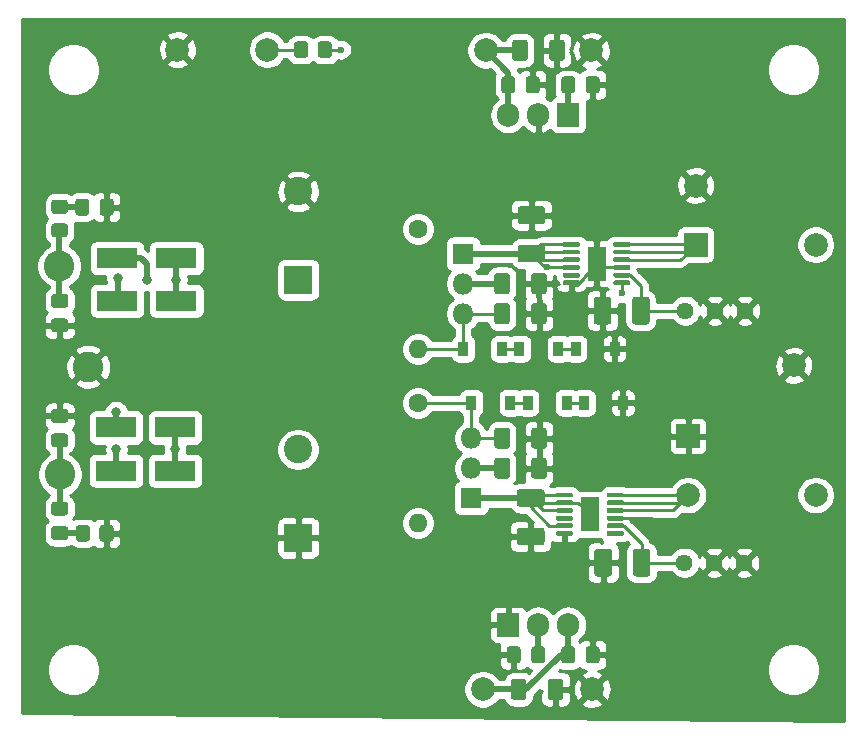
<source format=gbr>
G04 #@! TF.GenerationSoftware,KiCad,Pcbnew,(5.1.10-0-10_14)*
G04 #@! TF.CreationDate,2021-10-17T20:39:04+02:00*
G04 #@! TF.ProjectId,lv-lownoise-psu,6c762d6c-6f77-46e6-9f69-73652d707375,rev?*
G04 #@! TF.SameCoordinates,Original*
G04 #@! TF.FileFunction,Copper,L1,Top*
G04 #@! TF.FilePolarity,Positive*
%FSLAX46Y46*%
G04 Gerber Fmt 4.6, Leading zero omitted, Abs format (unit mm)*
G04 Created by KiCad (PCBNEW (5.1.10-0-10_14)) date 2021-10-17 20:39:04*
%MOMM*%
%LPD*%
G01*
G04 APERTURE LIST*
G04 #@! TA.AperFunction,ComponentPad*
%ADD10C,2.000000*%
G04 #@! TD*
G04 #@! TA.AperFunction,ComponentPad*
%ADD11R,2.000000X2.000000*%
G04 #@! TD*
G04 #@! TA.AperFunction,SMDPad,CuDef*
%ADD12R,1.650000X2.850000*%
G04 #@! TD*
G04 #@! TA.AperFunction,SMDPad,CuDef*
%ADD13R,0.900000X1.200000*%
G04 #@! TD*
G04 #@! TA.AperFunction,ComponentPad*
%ADD14O,1.600000X1.600000*%
G04 #@! TD*
G04 #@! TA.AperFunction,ComponentPad*
%ADD15C,1.600000*%
G04 #@! TD*
G04 #@! TA.AperFunction,ComponentPad*
%ADD16O,1.800000X1.800000*%
G04 #@! TD*
G04 #@! TA.AperFunction,ComponentPad*
%ADD17R,1.800000X1.800000*%
G04 #@! TD*
G04 #@! TA.AperFunction,ComponentPad*
%ADD18O,1.905000X2.000000*%
G04 #@! TD*
G04 #@! TA.AperFunction,ComponentPad*
%ADD19R,1.905000X2.000000*%
G04 #@! TD*
G04 #@! TA.AperFunction,SMDPad,CuDef*
%ADD20R,3.500000X1.800000*%
G04 #@! TD*
G04 #@! TA.AperFunction,ComponentPad*
%ADD21C,2.400000*%
G04 #@! TD*
G04 #@! TA.AperFunction,ComponentPad*
%ADD22R,2.400000X2.400000*%
G04 #@! TD*
G04 #@! TA.AperFunction,ComponentPad*
%ADD23C,1.440000*%
G04 #@! TD*
G04 #@! TA.AperFunction,ComponentPad*
%ADD24C,2.600000*%
G04 #@! TD*
G04 #@! TA.AperFunction,ViaPad*
%ADD25C,0.800000*%
G04 #@! TD*
G04 #@! TA.AperFunction,ViaPad*
%ADD26C,0.600000*%
G04 #@! TD*
G04 #@! TA.AperFunction,Conductor*
%ADD27C,0.250000*%
G04 #@! TD*
G04 #@! TA.AperFunction,Conductor*
%ADD28C,0.500000*%
G04 #@! TD*
G04 #@! TA.AperFunction,Conductor*
%ADD29C,0.254000*%
G04 #@! TD*
G04 #@! TA.AperFunction,Conductor*
%ADD30C,0.100000*%
G04 #@! TD*
G04 APERTURE END LIST*
G04 #@! TA.AperFunction,SMDPad,CuDef*
G36*
G01*
X130659500Y-52478500D02*
X130659500Y-54328500D01*
G75*
G02*
X130409500Y-54578500I-250000J0D01*
G01*
X129409500Y-54578500D01*
G75*
G02*
X129159500Y-54328500I0J250000D01*
G01*
X129159500Y-52478500D01*
G75*
G02*
X129409500Y-52228500I250000J0D01*
G01*
X130409500Y-52228500D01*
G75*
G02*
X130659500Y-52478500I0J-250000D01*
G01*
G37*
G04 #@! TD.AperFunction*
G04 #@! TA.AperFunction,SMDPad,CuDef*
G36*
G01*
X133909500Y-52478500D02*
X133909500Y-54328500D01*
G75*
G02*
X133659500Y-54578500I-250000J0D01*
G01*
X132659500Y-54578500D01*
G75*
G02*
X132409500Y-54328500I0J250000D01*
G01*
X132409500Y-52478500D01*
G75*
G02*
X132659500Y-52228500I250000J0D01*
G01*
X133659500Y-52228500D01*
G75*
G02*
X133909500Y-52478500I0J-250000D01*
G01*
G37*
G04 #@! TD.AperFunction*
D10*
X137160000Y-69024500D03*
D11*
X137160000Y-64024500D03*
D10*
X137795000Y-42815500D03*
D11*
X137795000Y-47815500D03*
D12*
X128832500Y-70649500D03*
G04 #@! TA.AperFunction,SMDPad,CuDef*
G36*
G01*
X130257500Y-69124500D02*
X130257500Y-68924500D01*
G75*
G02*
X130357500Y-68824500I100000J0D01*
G01*
X131607500Y-68824500D01*
G75*
G02*
X131707500Y-68924500I0J-100000D01*
G01*
X131707500Y-69124500D01*
G75*
G02*
X131607500Y-69224500I-100000J0D01*
G01*
X130357500Y-69224500D01*
G75*
G02*
X130257500Y-69124500I0J100000D01*
G01*
G37*
G04 #@! TD.AperFunction*
G04 #@! TA.AperFunction,SMDPad,CuDef*
G36*
G01*
X130257500Y-69774500D02*
X130257500Y-69574500D01*
G75*
G02*
X130357500Y-69474500I100000J0D01*
G01*
X131607500Y-69474500D01*
G75*
G02*
X131707500Y-69574500I0J-100000D01*
G01*
X131707500Y-69774500D01*
G75*
G02*
X131607500Y-69874500I-100000J0D01*
G01*
X130357500Y-69874500D01*
G75*
G02*
X130257500Y-69774500I0J100000D01*
G01*
G37*
G04 #@! TD.AperFunction*
G04 #@! TA.AperFunction,SMDPad,CuDef*
G36*
G01*
X130257500Y-70424500D02*
X130257500Y-70224500D01*
G75*
G02*
X130357500Y-70124500I100000J0D01*
G01*
X131607500Y-70124500D01*
G75*
G02*
X131707500Y-70224500I0J-100000D01*
G01*
X131707500Y-70424500D01*
G75*
G02*
X131607500Y-70524500I-100000J0D01*
G01*
X130357500Y-70524500D01*
G75*
G02*
X130257500Y-70424500I0J100000D01*
G01*
G37*
G04 #@! TD.AperFunction*
G04 #@! TA.AperFunction,SMDPad,CuDef*
G36*
G01*
X130257500Y-71074500D02*
X130257500Y-70874500D01*
G75*
G02*
X130357500Y-70774500I100000J0D01*
G01*
X131607500Y-70774500D01*
G75*
G02*
X131707500Y-70874500I0J-100000D01*
G01*
X131707500Y-71074500D01*
G75*
G02*
X131607500Y-71174500I-100000J0D01*
G01*
X130357500Y-71174500D01*
G75*
G02*
X130257500Y-71074500I0J100000D01*
G01*
G37*
G04 #@! TD.AperFunction*
G04 #@! TA.AperFunction,SMDPad,CuDef*
G36*
G01*
X130257500Y-71724500D02*
X130257500Y-71524500D01*
G75*
G02*
X130357500Y-71424500I100000J0D01*
G01*
X131607500Y-71424500D01*
G75*
G02*
X131707500Y-71524500I0J-100000D01*
G01*
X131707500Y-71724500D01*
G75*
G02*
X131607500Y-71824500I-100000J0D01*
G01*
X130357500Y-71824500D01*
G75*
G02*
X130257500Y-71724500I0J100000D01*
G01*
G37*
G04 #@! TD.AperFunction*
G04 #@! TA.AperFunction,SMDPad,CuDef*
G36*
G01*
X130257500Y-72374500D02*
X130257500Y-72174500D01*
G75*
G02*
X130357500Y-72074500I100000J0D01*
G01*
X131607500Y-72074500D01*
G75*
G02*
X131707500Y-72174500I0J-100000D01*
G01*
X131707500Y-72374500D01*
G75*
G02*
X131607500Y-72474500I-100000J0D01*
G01*
X130357500Y-72474500D01*
G75*
G02*
X130257500Y-72374500I0J100000D01*
G01*
G37*
G04 #@! TD.AperFunction*
G04 #@! TA.AperFunction,SMDPad,CuDef*
G36*
G01*
X125957500Y-72374500D02*
X125957500Y-72174500D01*
G75*
G02*
X126057500Y-72074500I100000J0D01*
G01*
X127307500Y-72074500D01*
G75*
G02*
X127407500Y-72174500I0J-100000D01*
G01*
X127407500Y-72374500D01*
G75*
G02*
X127307500Y-72474500I-100000J0D01*
G01*
X126057500Y-72474500D01*
G75*
G02*
X125957500Y-72374500I0J100000D01*
G01*
G37*
G04 #@! TD.AperFunction*
G04 #@! TA.AperFunction,SMDPad,CuDef*
G36*
G01*
X125957500Y-71724500D02*
X125957500Y-71524500D01*
G75*
G02*
X126057500Y-71424500I100000J0D01*
G01*
X127307500Y-71424500D01*
G75*
G02*
X127407500Y-71524500I0J-100000D01*
G01*
X127407500Y-71724500D01*
G75*
G02*
X127307500Y-71824500I-100000J0D01*
G01*
X126057500Y-71824500D01*
G75*
G02*
X125957500Y-71724500I0J100000D01*
G01*
G37*
G04 #@! TD.AperFunction*
G04 #@! TA.AperFunction,SMDPad,CuDef*
G36*
G01*
X125957500Y-71074500D02*
X125957500Y-70874500D01*
G75*
G02*
X126057500Y-70774500I100000J0D01*
G01*
X127307500Y-70774500D01*
G75*
G02*
X127407500Y-70874500I0J-100000D01*
G01*
X127407500Y-71074500D01*
G75*
G02*
X127307500Y-71174500I-100000J0D01*
G01*
X126057500Y-71174500D01*
G75*
G02*
X125957500Y-71074500I0J100000D01*
G01*
G37*
G04 #@! TD.AperFunction*
G04 #@! TA.AperFunction,SMDPad,CuDef*
G36*
G01*
X125957500Y-70424500D02*
X125957500Y-70224500D01*
G75*
G02*
X126057500Y-70124500I100000J0D01*
G01*
X127307500Y-70124500D01*
G75*
G02*
X127407500Y-70224500I0J-100000D01*
G01*
X127407500Y-70424500D01*
G75*
G02*
X127307500Y-70524500I-100000J0D01*
G01*
X126057500Y-70524500D01*
G75*
G02*
X125957500Y-70424500I0J100000D01*
G01*
G37*
G04 #@! TD.AperFunction*
G04 #@! TA.AperFunction,SMDPad,CuDef*
G36*
G01*
X125957500Y-69774500D02*
X125957500Y-69574500D01*
G75*
G02*
X126057500Y-69474500I100000J0D01*
G01*
X127307500Y-69474500D01*
G75*
G02*
X127407500Y-69574500I0J-100000D01*
G01*
X127407500Y-69774500D01*
G75*
G02*
X127307500Y-69874500I-100000J0D01*
G01*
X126057500Y-69874500D01*
G75*
G02*
X125957500Y-69774500I0J100000D01*
G01*
G37*
G04 #@! TD.AperFunction*
G04 #@! TA.AperFunction,SMDPad,CuDef*
G36*
G01*
X125957500Y-69124500D02*
X125957500Y-68924500D01*
G75*
G02*
X126057500Y-68824500I100000J0D01*
G01*
X127307500Y-68824500D01*
G75*
G02*
X127407500Y-68924500I0J-100000D01*
G01*
X127407500Y-69124500D01*
G75*
G02*
X127307500Y-69224500I-100000J0D01*
G01*
X126057500Y-69224500D01*
G75*
G02*
X125957500Y-69124500I0J100000D01*
G01*
G37*
G04 #@! TD.AperFunction*
X129404000Y-49425500D03*
G04 #@! TA.AperFunction,SMDPad,CuDef*
G36*
G01*
X130829000Y-47900500D02*
X130829000Y-47700500D01*
G75*
G02*
X130929000Y-47600500I100000J0D01*
G01*
X132179000Y-47600500D01*
G75*
G02*
X132279000Y-47700500I0J-100000D01*
G01*
X132279000Y-47900500D01*
G75*
G02*
X132179000Y-48000500I-100000J0D01*
G01*
X130929000Y-48000500D01*
G75*
G02*
X130829000Y-47900500I0J100000D01*
G01*
G37*
G04 #@! TD.AperFunction*
G04 #@! TA.AperFunction,SMDPad,CuDef*
G36*
G01*
X130829000Y-48550500D02*
X130829000Y-48350500D01*
G75*
G02*
X130929000Y-48250500I100000J0D01*
G01*
X132179000Y-48250500D01*
G75*
G02*
X132279000Y-48350500I0J-100000D01*
G01*
X132279000Y-48550500D01*
G75*
G02*
X132179000Y-48650500I-100000J0D01*
G01*
X130929000Y-48650500D01*
G75*
G02*
X130829000Y-48550500I0J100000D01*
G01*
G37*
G04 #@! TD.AperFunction*
G04 #@! TA.AperFunction,SMDPad,CuDef*
G36*
G01*
X130829000Y-49200500D02*
X130829000Y-49000500D01*
G75*
G02*
X130929000Y-48900500I100000J0D01*
G01*
X132179000Y-48900500D01*
G75*
G02*
X132279000Y-49000500I0J-100000D01*
G01*
X132279000Y-49200500D01*
G75*
G02*
X132179000Y-49300500I-100000J0D01*
G01*
X130929000Y-49300500D01*
G75*
G02*
X130829000Y-49200500I0J100000D01*
G01*
G37*
G04 #@! TD.AperFunction*
G04 #@! TA.AperFunction,SMDPad,CuDef*
G36*
G01*
X130829000Y-49850500D02*
X130829000Y-49650500D01*
G75*
G02*
X130929000Y-49550500I100000J0D01*
G01*
X132179000Y-49550500D01*
G75*
G02*
X132279000Y-49650500I0J-100000D01*
G01*
X132279000Y-49850500D01*
G75*
G02*
X132179000Y-49950500I-100000J0D01*
G01*
X130929000Y-49950500D01*
G75*
G02*
X130829000Y-49850500I0J100000D01*
G01*
G37*
G04 #@! TD.AperFunction*
G04 #@! TA.AperFunction,SMDPad,CuDef*
G36*
G01*
X130829000Y-50500500D02*
X130829000Y-50300500D01*
G75*
G02*
X130929000Y-50200500I100000J0D01*
G01*
X132179000Y-50200500D01*
G75*
G02*
X132279000Y-50300500I0J-100000D01*
G01*
X132279000Y-50500500D01*
G75*
G02*
X132179000Y-50600500I-100000J0D01*
G01*
X130929000Y-50600500D01*
G75*
G02*
X130829000Y-50500500I0J100000D01*
G01*
G37*
G04 #@! TD.AperFunction*
G04 #@! TA.AperFunction,SMDPad,CuDef*
G36*
G01*
X130829000Y-51150500D02*
X130829000Y-50950500D01*
G75*
G02*
X130929000Y-50850500I100000J0D01*
G01*
X132179000Y-50850500D01*
G75*
G02*
X132279000Y-50950500I0J-100000D01*
G01*
X132279000Y-51150500D01*
G75*
G02*
X132179000Y-51250500I-100000J0D01*
G01*
X130929000Y-51250500D01*
G75*
G02*
X130829000Y-51150500I0J100000D01*
G01*
G37*
G04 #@! TD.AperFunction*
G04 #@! TA.AperFunction,SMDPad,CuDef*
G36*
G01*
X126529000Y-51150500D02*
X126529000Y-50950500D01*
G75*
G02*
X126629000Y-50850500I100000J0D01*
G01*
X127879000Y-50850500D01*
G75*
G02*
X127979000Y-50950500I0J-100000D01*
G01*
X127979000Y-51150500D01*
G75*
G02*
X127879000Y-51250500I-100000J0D01*
G01*
X126629000Y-51250500D01*
G75*
G02*
X126529000Y-51150500I0J100000D01*
G01*
G37*
G04 #@! TD.AperFunction*
G04 #@! TA.AperFunction,SMDPad,CuDef*
G36*
G01*
X126529000Y-50500500D02*
X126529000Y-50300500D01*
G75*
G02*
X126629000Y-50200500I100000J0D01*
G01*
X127879000Y-50200500D01*
G75*
G02*
X127979000Y-50300500I0J-100000D01*
G01*
X127979000Y-50500500D01*
G75*
G02*
X127879000Y-50600500I-100000J0D01*
G01*
X126629000Y-50600500D01*
G75*
G02*
X126529000Y-50500500I0J100000D01*
G01*
G37*
G04 #@! TD.AperFunction*
G04 #@! TA.AperFunction,SMDPad,CuDef*
G36*
G01*
X126529000Y-49850500D02*
X126529000Y-49650500D01*
G75*
G02*
X126629000Y-49550500I100000J0D01*
G01*
X127879000Y-49550500D01*
G75*
G02*
X127979000Y-49650500I0J-100000D01*
G01*
X127979000Y-49850500D01*
G75*
G02*
X127879000Y-49950500I-100000J0D01*
G01*
X126629000Y-49950500D01*
G75*
G02*
X126529000Y-49850500I0J100000D01*
G01*
G37*
G04 #@! TD.AperFunction*
G04 #@! TA.AperFunction,SMDPad,CuDef*
G36*
G01*
X126529000Y-49200500D02*
X126529000Y-49000500D01*
G75*
G02*
X126629000Y-48900500I100000J0D01*
G01*
X127879000Y-48900500D01*
G75*
G02*
X127979000Y-49000500I0J-100000D01*
G01*
X127979000Y-49200500D01*
G75*
G02*
X127879000Y-49300500I-100000J0D01*
G01*
X126629000Y-49300500D01*
G75*
G02*
X126529000Y-49200500I0J100000D01*
G01*
G37*
G04 #@! TD.AperFunction*
G04 #@! TA.AperFunction,SMDPad,CuDef*
G36*
G01*
X126529000Y-48550500D02*
X126529000Y-48350500D01*
G75*
G02*
X126629000Y-48250500I100000J0D01*
G01*
X127879000Y-48250500D01*
G75*
G02*
X127979000Y-48350500I0J-100000D01*
G01*
X127979000Y-48550500D01*
G75*
G02*
X127879000Y-48650500I-100000J0D01*
G01*
X126629000Y-48650500D01*
G75*
G02*
X126529000Y-48550500I0J100000D01*
G01*
G37*
G04 #@! TD.AperFunction*
G04 #@! TA.AperFunction,SMDPad,CuDef*
G36*
G01*
X126529000Y-47900500D02*
X126529000Y-47700500D01*
G75*
G02*
X126629000Y-47600500I100000J0D01*
G01*
X127879000Y-47600500D01*
G75*
G02*
X127979000Y-47700500I0J-100000D01*
G01*
X127979000Y-47900500D01*
G75*
G02*
X127879000Y-48000500I-100000J0D01*
G01*
X126629000Y-48000500D01*
G75*
G02*
X126529000Y-47900500I0J100000D01*
G01*
G37*
G04 #@! TD.AperFunction*
G04 #@! TA.AperFunction,SMDPad,CuDef*
G36*
G01*
X122074500Y-66088499D02*
X122074500Y-67388501D01*
G75*
G02*
X121824501Y-67638500I-249999J0D01*
G01*
X120999499Y-67638500D01*
G75*
G02*
X120749500Y-67388501I0J249999D01*
G01*
X120749500Y-66088499D01*
G75*
G02*
X120999499Y-65838500I249999J0D01*
G01*
X121824501Y-65838500D01*
G75*
G02*
X122074500Y-66088499I0J-249999D01*
G01*
G37*
G04 #@! TD.AperFunction*
G04 #@! TA.AperFunction,SMDPad,CuDef*
G36*
G01*
X125199500Y-66088499D02*
X125199500Y-67388501D01*
G75*
G02*
X124949501Y-67638500I-249999J0D01*
G01*
X124124499Y-67638500D01*
G75*
G02*
X123874500Y-67388501I0J249999D01*
G01*
X123874500Y-66088499D01*
G75*
G02*
X124124499Y-65838500I249999J0D01*
G01*
X124949501Y-65838500D01*
G75*
G02*
X125199500Y-66088499I0J-249999D01*
G01*
G37*
G04 #@! TD.AperFunction*
G04 #@! TA.AperFunction,SMDPad,CuDef*
G36*
G01*
X123861000Y-51767501D02*
X123861000Y-50467499D01*
G75*
G02*
X124110999Y-50217500I249999J0D01*
G01*
X124936001Y-50217500D01*
G75*
G02*
X125186000Y-50467499I0J-249999D01*
G01*
X125186000Y-51767501D01*
G75*
G02*
X124936001Y-52017500I-249999J0D01*
G01*
X124110999Y-52017500D01*
G75*
G02*
X123861000Y-51767501I0J249999D01*
G01*
G37*
G04 #@! TD.AperFunction*
G04 #@! TA.AperFunction,SMDPad,CuDef*
G36*
G01*
X120736000Y-51767501D02*
X120736000Y-50467499D01*
G75*
G02*
X120985999Y-50217500I249999J0D01*
G01*
X121811001Y-50217500D01*
G75*
G02*
X122061000Y-50467499I0J-249999D01*
G01*
X122061000Y-51767501D01*
G75*
G02*
X121811001Y-52017500I-249999J0D01*
G01*
X120985999Y-52017500D01*
G75*
G02*
X120736000Y-51767501I0J249999D01*
G01*
G37*
G04 #@! TD.AperFunction*
G04 #@! TA.AperFunction,SMDPad,CuDef*
G36*
G01*
X132473000Y-75664500D02*
X132473000Y-73814500D01*
G75*
G02*
X132723000Y-73564500I250000J0D01*
G01*
X133723000Y-73564500D01*
G75*
G02*
X133973000Y-73814500I0J-250000D01*
G01*
X133973000Y-75664500D01*
G75*
G02*
X133723000Y-75914500I-250000J0D01*
G01*
X132723000Y-75914500D01*
G75*
G02*
X132473000Y-75664500I0J250000D01*
G01*
G37*
G04 #@! TD.AperFunction*
G04 #@! TA.AperFunction,SMDPad,CuDef*
G36*
G01*
X129223000Y-75664500D02*
X129223000Y-73814500D01*
G75*
G02*
X129473000Y-73564500I250000J0D01*
G01*
X130473000Y-73564500D01*
G75*
G02*
X130723000Y-73814500I0J-250000D01*
G01*
X130723000Y-75664500D01*
G75*
G02*
X130473000Y-75914500I-250000J0D01*
G01*
X129473000Y-75914500D01*
G75*
G02*
X129223000Y-75664500I0J250000D01*
G01*
G37*
G04 #@! TD.AperFunction*
G04 #@! TA.AperFunction,SMDPad,CuDef*
G36*
G01*
X124750000Y-70028500D02*
X122900000Y-70028500D01*
G75*
G02*
X122650000Y-69778500I0J250000D01*
G01*
X122650000Y-68778500D01*
G75*
G02*
X122900000Y-68528500I250000J0D01*
G01*
X124750000Y-68528500D01*
G75*
G02*
X125000000Y-68778500I0J-250000D01*
G01*
X125000000Y-69778500D01*
G75*
G02*
X124750000Y-70028500I-250000J0D01*
G01*
G37*
G04 #@! TD.AperFunction*
G04 #@! TA.AperFunction,SMDPad,CuDef*
G36*
G01*
X124750000Y-73278500D02*
X122900000Y-73278500D01*
G75*
G02*
X122650000Y-73028500I0J250000D01*
G01*
X122650000Y-72028500D01*
G75*
G02*
X122900000Y-71778500I250000J0D01*
G01*
X124750000Y-71778500D01*
G75*
G02*
X125000000Y-72028500I0J-250000D01*
G01*
X125000000Y-73028500D01*
G75*
G02*
X124750000Y-73278500I-250000J0D01*
G01*
G37*
G04 #@! TD.AperFunction*
G04 #@! TA.AperFunction,SMDPad,CuDef*
G36*
G01*
X124813500Y-46077500D02*
X122963500Y-46077500D01*
G75*
G02*
X122713500Y-45827500I0J250000D01*
G01*
X122713500Y-44827500D01*
G75*
G02*
X122963500Y-44577500I250000J0D01*
G01*
X124813500Y-44577500D01*
G75*
G02*
X125063500Y-44827500I0J-250000D01*
G01*
X125063500Y-45827500D01*
G75*
G02*
X124813500Y-46077500I-250000J0D01*
G01*
G37*
G04 #@! TD.AperFunction*
G04 #@! TA.AperFunction,SMDPad,CuDef*
G36*
G01*
X124813500Y-49327500D02*
X122963500Y-49327500D01*
G75*
G02*
X122713500Y-49077500I0J250000D01*
G01*
X122713500Y-48077500D01*
G75*
G02*
X122963500Y-47827500I250000J0D01*
G01*
X124813500Y-47827500D01*
G75*
G02*
X125063500Y-48077500I0J-250000D01*
G01*
X125063500Y-49077500D01*
G75*
G02*
X124813500Y-49327500I-250000J0D01*
G01*
G37*
G04 #@! TD.AperFunction*
G04 #@! TA.AperFunction,SMDPad,CuDef*
G36*
G01*
X122074500Y-63548499D02*
X122074500Y-64848501D01*
G75*
G02*
X121824501Y-65098500I-249999J0D01*
G01*
X120999499Y-65098500D01*
G75*
G02*
X120749500Y-64848501I0J249999D01*
G01*
X120749500Y-63548499D01*
G75*
G02*
X120999499Y-63298500I249999J0D01*
G01*
X121824501Y-63298500D01*
G75*
G02*
X122074500Y-63548499I0J-249999D01*
G01*
G37*
G04 #@! TD.AperFunction*
G04 #@! TA.AperFunction,SMDPad,CuDef*
G36*
G01*
X125199500Y-63548499D02*
X125199500Y-64848501D01*
G75*
G02*
X124949501Y-65098500I-249999J0D01*
G01*
X124124499Y-65098500D01*
G75*
G02*
X123874500Y-64848501I0J249999D01*
G01*
X123874500Y-63548499D01*
G75*
G02*
X124124499Y-63298500I249999J0D01*
G01*
X124949501Y-63298500D01*
G75*
G02*
X125199500Y-63548499I0J-249999D01*
G01*
G37*
G04 #@! TD.AperFunction*
G04 #@! TA.AperFunction,SMDPad,CuDef*
G36*
G01*
X123874500Y-54307501D02*
X123874500Y-53007499D01*
G75*
G02*
X124124499Y-52757500I249999J0D01*
G01*
X124949501Y-52757500D01*
G75*
G02*
X125199500Y-53007499I0J-249999D01*
G01*
X125199500Y-54307501D01*
G75*
G02*
X124949501Y-54557500I-249999J0D01*
G01*
X124124499Y-54557500D01*
G75*
G02*
X123874500Y-54307501I0J249999D01*
G01*
G37*
G04 #@! TD.AperFunction*
G04 #@! TA.AperFunction,SMDPad,CuDef*
G36*
G01*
X120749500Y-54307501D02*
X120749500Y-53007499D01*
G75*
G02*
X120999499Y-52757500I249999J0D01*
G01*
X121824501Y-52757500D01*
G75*
G02*
X122074500Y-53007499I0J-249999D01*
G01*
X122074500Y-54307501D01*
G75*
G02*
X121824501Y-54557500I-249999J0D01*
G01*
X120999499Y-54557500D01*
G75*
G02*
X120749500Y-54307501I0J249999D01*
G01*
G37*
G04 #@! TD.AperFunction*
D10*
X119761000Y-85471000D03*
X129032000Y-85471000D03*
X128968500Y-31369000D03*
X120015000Y-31369000D03*
X93916500Y-31305500D03*
X101536500Y-31305500D03*
X147955000Y-69024500D03*
X146113500Y-58039000D03*
X147955000Y-47815500D03*
D13*
X123571000Y-61214000D03*
X126871000Y-61214000D03*
X128333500Y-61214000D03*
X131633500Y-61214000D03*
X130935000Y-56642000D03*
X127635000Y-56642000D03*
X126172500Y-56642000D03*
X122872500Y-56642000D03*
G04 #@! TA.AperFunction,SMDPad,CuDef*
G36*
G01*
X123471500Y-84820998D02*
X123471500Y-86121002D01*
G75*
G02*
X123221502Y-86371000I-249998J0D01*
G01*
X122396498Y-86371000D01*
G75*
G02*
X122146500Y-86121002I0J249998D01*
G01*
X122146500Y-84820998D01*
G75*
G02*
X122396498Y-84571000I249998J0D01*
G01*
X123221502Y-84571000D01*
G75*
G02*
X123471500Y-84820998I0J-249998D01*
G01*
G37*
G04 #@! TD.AperFunction*
G04 #@! TA.AperFunction,SMDPad,CuDef*
G36*
G01*
X126596500Y-84820998D02*
X126596500Y-86121002D01*
G75*
G02*
X126346502Y-86371000I-249998J0D01*
G01*
X125521498Y-86371000D01*
G75*
G02*
X125271500Y-86121002I0J249998D01*
G01*
X125271500Y-84820998D01*
G75*
G02*
X125521498Y-84571000I249998J0D01*
G01*
X126346502Y-84571000D01*
G75*
G02*
X126596500Y-84820998I0J-249998D01*
G01*
G37*
G04 #@! TD.AperFunction*
G04 #@! TA.AperFunction,SMDPad,CuDef*
G36*
G01*
X125385000Y-32019002D02*
X125385000Y-30718998D01*
G75*
G02*
X125634998Y-30469000I249998J0D01*
G01*
X126460002Y-30469000D01*
G75*
G02*
X126710000Y-30718998I0J-249998D01*
G01*
X126710000Y-32019002D01*
G75*
G02*
X126460002Y-32269000I-249998J0D01*
G01*
X125634998Y-32269000D01*
G75*
G02*
X125385000Y-32019002I0J249998D01*
G01*
G37*
G04 #@! TD.AperFunction*
G04 #@! TA.AperFunction,SMDPad,CuDef*
G36*
G01*
X122260000Y-32019002D02*
X122260000Y-30718998D01*
G75*
G02*
X122509998Y-30469000I249998J0D01*
G01*
X123335002Y-30469000D01*
G75*
G02*
X123585000Y-30718998I0J-249998D01*
G01*
X123585000Y-32019002D01*
G75*
G02*
X123335002Y-32269000I-249998J0D01*
G01*
X122509998Y-32269000D01*
G75*
G02*
X122260000Y-32019002I0J249998D01*
G01*
G37*
G04 #@! TD.AperFunction*
G04 #@! TA.AperFunction,SMDPad,CuDef*
G36*
G01*
X123407500Y-34765000D02*
X123407500Y-33815000D01*
G75*
G02*
X123657500Y-33565000I250000J0D01*
G01*
X124332500Y-33565000D01*
G75*
G02*
X124582500Y-33815000I0J-250000D01*
G01*
X124582500Y-34765000D01*
G75*
G02*
X124332500Y-35015000I-250000J0D01*
G01*
X123657500Y-35015000D01*
G75*
G02*
X123407500Y-34765000I0J250000D01*
G01*
G37*
G04 #@! TD.AperFunction*
G04 #@! TA.AperFunction,SMDPad,CuDef*
G36*
G01*
X121332500Y-34765000D02*
X121332500Y-33815000D01*
G75*
G02*
X121582500Y-33565000I250000J0D01*
G01*
X122257500Y-33565000D01*
G75*
G02*
X122507500Y-33815000I0J-250000D01*
G01*
X122507500Y-34765000D01*
G75*
G02*
X122257500Y-35015000I-250000J0D01*
G01*
X121582500Y-35015000D01*
G75*
G02*
X121332500Y-34765000I0J250000D01*
G01*
G37*
G04 #@! TD.AperFunction*
D14*
X114300000Y-71374000D03*
D15*
X114300000Y-61214000D03*
D14*
X114300000Y-56642000D03*
D15*
X114300000Y-46482000D03*
G04 #@! TA.AperFunction,SMDPad,CuDef*
G36*
G01*
X83496999Y-46009000D02*
X84397001Y-46009000D01*
G75*
G02*
X84647000Y-46258999I0J-249999D01*
G01*
X84647000Y-46959001D01*
G75*
G02*
X84397001Y-47209000I-249999J0D01*
G01*
X83496999Y-47209000D01*
G75*
G02*
X83247000Y-46959001I0J249999D01*
G01*
X83247000Y-46258999D01*
G75*
G02*
X83496999Y-46009000I249999J0D01*
G01*
G37*
G04 #@! TD.AperFunction*
G04 #@! TA.AperFunction,SMDPad,CuDef*
G36*
G01*
X83496999Y-44009000D02*
X84397001Y-44009000D01*
G75*
G02*
X84647000Y-44258999I0J-249999D01*
G01*
X84647000Y-44959001D01*
G75*
G02*
X84397001Y-45209000I-249999J0D01*
G01*
X83496999Y-45209000D01*
G75*
G02*
X83247000Y-44959001I0J249999D01*
G01*
X83247000Y-44258999D01*
G75*
G02*
X83496999Y-44009000I249999J0D01*
G01*
G37*
G04 #@! TD.AperFunction*
G04 #@! TA.AperFunction,SMDPad,CuDef*
G36*
G01*
X87315500Y-72713001D02*
X87315500Y-71812999D01*
G75*
G02*
X87565499Y-71563000I249999J0D01*
G01*
X88265501Y-71563000D01*
G75*
G02*
X88515500Y-71812999I0J-249999D01*
G01*
X88515500Y-72713001D01*
G75*
G02*
X88265501Y-72963000I-249999J0D01*
G01*
X87565499Y-72963000D01*
G75*
G02*
X87315500Y-72713001I0J249999D01*
G01*
G37*
G04 #@! TD.AperFunction*
G04 #@! TA.AperFunction,SMDPad,CuDef*
G36*
G01*
X85315500Y-72713001D02*
X85315500Y-71812999D01*
G75*
G02*
X85565499Y-71563000I249999J0D01*
G01*
X86265501Y-71563000D01*
G75*
G02*
X86515500Y-71812999I0J-249999D01*
G01*
X86515500Y-72713001D01*
G75*
G02*
X86265501Y-72963000I-249999J0D01*
G01*
X85565499Y-72963000D01*
G75*
G02*
X85315500Y-72713001I0J249999D01*
G01*
G37*
G04 #@! TD.AperFunction*
D16*
X118808500Y-64198500D03*
X118808500Y-66738500D03*
D17*
X118808500Y-69278500D03*
D16*
X118110000Y-53657500D03*
X118110000Y-51117500D03*
D17*
X118110000Y-48577500D03*
D13*
X118808500Y-61214000D03*
X122108500Y-61214000D03*
X121410000Y-56642000D03*
X118110000Y-56642000D03*
G04 #@! TA.AperFunction,SMDPad,CuDef*
G36*
G01*
X86439500Y-44165500D02*
X86439500Y-45115500D01*
G75*
G02*
X86189500Y-45365500I-250000J0D01*
G01*
X85514500Y-45365500D01*
G75*
G02*
X85264500Y-45115500I0J250000D01*
G01*
X85264500Y-44165500D01*
G75*
G02*
X85514500Y-43915500I250000J0D01*
G01*
X86189500Y-43915500D01*
G75*
G02*
X86439500Y-44165500I0J-250000D01*
G01*
G37*
G04 #@! TD.AperFunction*
G04 #@! TA.AperFunction,SMDPad,CuDef*
G36*
G01*
X88514500Y-44165500D02*
X88514500Y-45115500D01*
G75*
G02*
X88264500Y-45365500I-250000J0D01*
G01*
X87589500Y-45365500D01*
G75*
G02*
X87339500Y-45115500I0J250000D01*
G01*
X87339500Y-44165500D01*
G75*
G02*
X87589500Y-43915500I250000J0D01*
G01*
X88264500Y-43915500D01*
G75*
G02*
X88514500Y-44165500I0J-250000D01*
G01*
G37*
G04 #@! TD.AperFunction*
G04 #@! TA.AperFunction,SMDPad,CuDef*
G36*
G01*
X83472000Y-71655000D02*
X84422000Y-71655000D01*
G75*
G02*
X84672000Y-71905000I0J-250000D01*
G01*
X84672000Y-72580000D01*
G75*
G02*
X84422000Y-72830000I-250000J0D01*
G01*
X83472000Y-72830000D01*
G75*
G02*
X83222000Y-72580000I0J250000D01*
G01*
X83222000Y-71905000D01*
G75*
G02*
X83472000Y-71655000I250000J0D01*
G01*
G37*
G04 #@! TD.AperFunction*
G04 #@! TA.AperFunction,SMDPad,CuDef*
G36*
G01*
X83472000Y-69580000D02*
X84422000Y-69580000D01*
G75*
G02*
X84672000Y-69830000I0J-250000D01*
G01*
X84672000Y-70505000D01*
G75*
G02*
X84422000Y-70755000I-250000J0D01*
G01*
X83472000Y-70755000D01*
G75*
G02*
X83222000Y-70505000I0J250000D01*
G01*
X83222000Y-69830000D01*
G75*
G02*
X83472000Y-69580000I250000J0D01*
G01*
G37*
G04 #@! TD.AperFunction*
G04 #@! TA.AperFunction,SMDPad,CuDef*
G36*
G01*
X84422000Y-53165500D02*
X83472000Y-53165500D01*
G75*
G02*
X83222000Y-52915500I0J250000D01*
G01*
X83222000Y-52240500D01*
G75*
G02*
X83472000Y-51990500I250000J0D01*
G01*
X84422000Y-51990500D01*
G75*
G02*
X84672000Y-52240500I0J-250000D01*
G01*
X84672000Y-52915500D01*
G75*
G02*
X84422000Y-53165500I-250000J0D01*
G01*
G37*
G04 #@! TD.AperFunction*
G04 #@! TA.AperFunction,SMDPad,CuDef*
G36*
G01*
X84422000Y-55240500D02*
X83472000Y-55240500D01*
G75*
G02*
X83222000Y-54990500I0J250000D01*
G01*
X83222000Y-54315500D01*
G75*
G02*
X83472000Y-54065500I250000J0D01*
G01*
X84422000Y-54065500D01*
G75*
G02*
X84672000Y-54315500I0J-250000D01*
G01*
X84672000Y-54990500D01*
G75*
G02*
X84422000Y-55240500I-250000J0D01*
G01*
G37*
G04 #@! TD.AperFunction*
G04 #@! TA.AperFunction,SMDPad,CuDef*
G36*
G01*
X84422000Y-62901500D02*
X83472000Y-62901500D01*
G75*
G02*
X83222000Y-62651500I0J250000D01*
G01*
X83222000Y-61976500D01*
G75*
G02*
X83472000Y-61726500I250000J0D01*
G01*
X84422000Y-61726500D01*
G75*
G02*
X84672000Y-61976500I0J-250000D01*
G01*
X84672000Y-62651500D01*
G75*
G02*
X84422000Y-62901500I-250000J0D01*
G01*
G37*
G04 #@! TD.AperFunction*
G04 #@! TA.AperFunction,SMDPad,CuDef*
G36*
G01*
X84422000Y-64976500D02*
X83472000Y-64976500D01*
G75*
G02*
X83222000Y-64726500I0J250000D01*
G01*
X83222000Y-64051500D01*
G75*
G02*
X83472000Y-63801500I250000J0D01*
G01*
X84422000Y-63801500D01*
G75*
G02*
X84672000Y-64051500I0J-250000D01*
G01*
X84672000Y-64726500D01*
G75*
G02*
X84422000Y-64976500I-250000J0D01*
G01*
G37*
G04 #@! TD.AperFunction*
D18*
X127000000Y-80010000D03*
X124460000Y-80010000D03*
D19*
X121920000Y-80010000D03*
D18*
X121920000Y-36830000D03*
X124460000Y-36830000D03*
D19*
X127000000Y-36830000D03*
D20*
X88827600Y-52578000D03*
X93827600Y-52578000D03*
X88827600Y-48971200D03*
X93827600Y-48971200D03*
X93726000Y-63296800D03*
X88726000Y-63296800D03*
X93726000Y-66954400D03*
X88726000Y-66954400D03*
D21*
X104140000Y-65151000D03*
D22*
X104140000Y-72651000D03*
D21*
X104140000Y-43300000D03*
D22*
X104140000Y-50800000D03*
G04 #@! TA.AperFunction,SMDPad,CuDef*
G36*
G01*
X105794000Y-31755501D02*
X105794000Y-30855499D01*
G75*
G02*
X106043999Y-30605500I249999J0D01*
G01*
X106744001Y-30605500D01*
G75*
G02*
X106994000Y-30855499I0J-249999D01*
G01*
X106994000Y-31755501D01*
G75*
G02*
X106744001Y-32005500I-249999J0D01*
G01*
X106043999Y-32005500D01*
G75*
G02*
X105794000Y-31755501I0J249999D01*
G01*
G37*
G04 #@! TD.AperFunction*
G04 #@! TA.AperFunction,SMDPad,CuDef*
G36*
G01*
X103794000Y-31755501D02*
X103794000Y-30855499D01*
G75*
G02*
X104043999Y-30605500I249999J0D01*
G01*
X104744001Y-30605500D01*
G75*
G02*
X104994000Y-30855499I0J-249999D01*
G01*
X104994000Y-31755501D01*
G75*
G02*
X104744001Y-32005500I-249999J0D01*
G01*
X104043999Y-32005500D01*
G75*
G02*
X103794000Y-31755501I0J249999D01*
G01*
G37*
G04 #@! TD.AperFunction*
G04 #@! TA.AperFunction,SMDPad,CuDef*
G36*
G01*
X127587500Y-82075000D02*
X127587500Y-83025000D01*
G75*
G02*
X127337500Y-83275000I-250000J0D01*
G01*
X126662500Y-83275000D01*
G75*
G02*
X126412500Y-83025000I0J250000D01*
G01*
X126412500Y-82075000D01*
G75*
G02*
X126662500Y-81825000I250000J0D01*
G01*
X127337500Y-81825000D01*
G75*
G02*
X127587500Y-82075000I0J-250000D01*
G01*
G37*
G04 #@! TD.AperFunction*
G04 #@! TA.AperFunction,SMDPad,CuDef*
G36*
G01*
X129662500Y-82075000D02*
X129662500Y-83025000D01*
G75*
G02*
X129412500Y-83275000I-250000J0D01*
G01*
X128737500Y-83275000D01*
G75*
G02*
X128487500Y-83025000I0J250000D01*
G01*
X128487500Y-82075000D01*
G75*
G02*
X128737500Y-81825000I250000J0D01*
G01*
X129412500Y-81825000D01*
G75*
G02*
X129662500Y-82075000I0J-250000D01*
G01*
G37*
G04 #@! TD.AperFunction*
G04 #@! TA.AperFunction,SMDPad,CuDef*
G36*
G01*
X123872500Y-83025000D02*
X123872500Y-82075000D01*
G75*
G02*
X124122500Y-81825000I250000J0D01*
G01*
X124797500Y-81825000D01*
G75*
G02*
X125047500Y-82075000I0J-250000D01*
G01*
X125047500Y-83025000D01*
G75*
G02*
X124797500Y-83275000I-250000J0D01*
G01*
X124122500Y-83275000D01*
G75*
G02*
X123872500Y-83025000I0J250000D01*
G01*
G37*
G04 #@! TD.AperFunction*
G04 #@! TA.AperFunction,SMDPad,CuDef*
G36*
G01*
X121797500Y-83025000D02*
X121797500Y-82075000D01*
G75*
G02*
X122047500Y-81825000I250000J0D01*
G01*
X122722500Y-81825000D01*
G75*
G02*
X122972500Y-82075000I0J-250000D01*
G01*
X122972500Y-83025000D01*
G75*
G02*
X122722500Y-83275000I-250000J0D01*
G01*
X122047500Y-83275000D01*
G75*
G02*
X121797500Y-83025000I0J250000D01*
G01*
G37*
G04 #@! TD.AperFunction*
G04 #@! TA.AperFunction,SMDPad,CuDef*
G36*
G01*
X128487500Y-34765000D02*
X128487500Y-33815000D01*
G75*
G02*
X128737500Y-33565000I250000J0D01*
G01*
X129412500Y-33565000D01*
G75*
G02*
X129662500Y-33815000I0J-250000D01*
G01*
X129662500Y-34765000D01*
G75*
G02*
X129412500Y-35015000I-250000J0D01*
G01*
X128737500Y-35015000D01*
G75*
G02*
X128487500Y-34765000I0J250000D01*
G01*
G37*
G04 #@! TD.AperFunction*
G04 #@! TA.AperFunction,SMDPad,CuDef*
G36*
G01*
X126412500Y-34765000D02*
X126412500Y-33815000D01*
G75*
G02*
X126662500Y-33565000I250000J0D01*
G01*
X127337500Y-33565000D01*
G75*
G02*
X127587500Y-33815000I0J-250000D01*
G01*
X127587500Y-34765000D01*
G75*
G02*
X127337500Y-35015000I-250000J0D01*
G01*
X126662500Y-35015000D01*
G75*
G02*
X126412500Y-34765000I0J250000D01*
G01*
G37*
G04 #@! TD.AperFunction*
D23*
X141922500Y-74739500D03*
X139382500Y-74739500D03*
X136842500Y-74739500D03*
X141986000Y-53403500D03*
X139446000Y-53403500D03*
X136906000Y-53403500D03*
D24*
X83921600Y-49631600D03*
X86360000Y-58166000D03*
X83972400Y-67259200D03*
D25*
X93827600Y-50800000D03*
X88849200Y-50647600D03*
X88726000Y-61997600D03*
X93726000Y-65125600D03*
D26*
X107759500Y-31305500D03*
D25*
X88747600Y-65125600D03*
X91338400Y-50800000D03*
D26*
X131572000Y-51943000D03*
X125188500Y-49750500D03*
D27*
X126682500Y-72274500D02*
X126682500Y-74612500D01*
X129729000Y-49750500D02*
X129404000Y-49425500D01*
X131554000Y-49750500D02*
X129729000Y-49750500D01*
X129404000Y-49475500D02*
X129404000Y-49425500D01*
X127454000Y-51250500D02*
X127730058Y-51250500D01*
X128304010Y-50575490D02*
X129404000Y-49475500D01*
X127730058Y-51250500D02*
X128304010Y-50676548D01*
X128304010Y-50676548D02*
X128304010Y-50575490D01*
X127254000Y-51050500D02*
X127454000Y-51250500D01*
X130982500Y-70974500D02*
X134030000Y-70974500D01*
X134030000Y-70974500D02*
X134366000Y-71310500D01*
D28*
X93827600Y-52244000D02*
X93798400Y-52273200D01*
X93827600Y-50800000D02*
X93827600Y-48971200D01*
X93827600Y-50800000D02*
X93827600Y-52578000D01*
X127000000Y-36830000D02*
X127000000Y-34290000D01*
X121398500Y-51117500D02*
X118110000Y-51117500D01*
X88726000Y-63296800D02*
X88726000Y-61997600D01*
X88849200Y-52556400D02*
X88827600Y-52578000D01*
X88849200Y-50647600D02*
X88849200Y-52556400D01*
X83921600Y-52552600D02*
X83947000Y-52578000D01*
X83921600Y-49631600D02*
X83921600Y-52552600D01*
X83921600Y-46634400D02*
X83947000Y-46609000D01*
X83921600Y-49631600D02*
X83921600Y-46634400D01*
X93726000Y-65125600D02*
X93726000Y-63296800D01*
X93726000Y-65125600D02*
X93726000Y-66954400D01*
X124460000Y-82550000D02*
X124460000Y-80010000D01*
X121412000Y-66738500D02*
X118808500Y-66738500D01*
D27*
X106394000Y-31305500D02*
X107759500Y-31305500D01*
D28*
X121920000Y-36830000D02*
X121920000Y-34290000D01*
X120015000Y-31369000D02*
X122922500Y-31369000D01*
X121920000Y-34290000D02*
X121920000Y-33274000D01*
X121920000Y-33274000D02*
X120015000Y-31369000D01*
X127000000Y-82550000D02*
X127000000Y-80010000D01*
X126392500Y-82550000D02*
X127000000Y-82550000D01*
X123471500Y-85471000D02*
X126392500Y-82550000D01*
X122809000Y-85471000D02*
X123471500Y-85471000D01*
X122809000Y-85471000D02*
X119761000Y-85471000D01*
D27*
X104394000Y-31305500D02*
X101536500Y-31305500D01*
X114300000Y-56642000D02*
X118110000Y-56642000D01*
X118110000Y-56642000D02*
X118110000Y-53657500D01*
X118110000Y-53657500D02*
X121412000Y-53657500D01*
X114300000Y-61214000D02*
X118808500Y-61214000D01*
X118808500Y-61214000D02*
X118808500Y-64198500D01*
X118808500Y-64198500D02*
X121412000Y-64198500D01*
X137780000Y-47800500D02*
X137795000Y-47815500D01*
X131554000Y-47800500D02*
X137780000Y-47800500D01*
X137160000Y-48450500D02*
X137795000Y-47815500D01*
X131554000Y-48450500D02*
X137160000Y-48450500D01*
X136510000Y-49100500D02*
X137795000Y-47815500D01*
X131554000Y-49100500D02*
X136510000Y-49100500D01*
X130982500Y-69024500D02*
X137160000Y-69024500D01*
X136510000Y-69674500D02*
X137160000Y-69024500D01*
X130982500Y-69674500D02*
X136510000Y-69674500D01*
X135860000Y-70324500D02*
X137160000Y-69024500D01*
X130982500Y-70324500D02*
X135860000Y-70324500D01*
D28*
X88747600Y-66932800D02*
X88726000Y-66954400D01*
X88747600Y-65125600D02*
X88747600Y-66932800D01*
X91338400Y-50800000D02*
X91338400Y-49479200D01*
X90830400Y-48971200D02*
X88827600Y-48971200D01*
X91338400Y-49479200D02*
X90830400Y-48971200D01*
X83972400Y-64477900D02*
X83883500Y-64389000D01*
X83972400Y-64414400D02*
X83947000Y-64389000D01*
X83972400Y-67259200D02*
X83972400Y-64414400D01*
X83947000Y-67284600D02*
X83972400Y-67259200D01*
X83947000Y-70167500D02*
X83947000Y-67284600D01*
X83967500Y-72263000D02*
X83947000Y-72242500D01*
X85915500Y-72263000D02*
X83967500Y-72263000D01*
X83978500Y-44640500D02*
X83947000Y-44609000D01*
X85852000Y-44640500D02*
X83978500Y-44640500D01*
D27*
X133223000Y-73140000D02*
X133223000Y-74739500D01*
X131707500Y-71624500D02*
X133223000Y-73140000D01*
X130982500Y-71624500D02*
X131707500Y-71624500D01*
X133223000Y-74739500D02*
X136842500Y-74739500D01*
X121410000Y-56642000D02*
X122872500Y-56642000D01*
X122108500Y-61214000D02*
X123571000Y-61214000D01*
X126172500Y-56642000D02*
X127635000Y-56642000D01*
X126871000Y-61214000D02*
X128333500Y-61214000D01*
X124157500Y-48181500D02*
X123888500Y-48450500D01*
X124538500Y-49100500D02*
X123888500Y-48450500D01*
X127254000Y-49750500D02*
X125188500Y-49750500D01*
X131554000Y-51925000D02*
X131572000Y-51943000D01*
X131554000Y-51050500D02*
X131554000Y-51925000D01*
X124665500Y-47800500D02*
X123888500Y-48577500D01*
X127254000Y-47800500D02*
X124665500Y-47800500D01*
X124015500Y-48450500D02*
X123888500Y-48577500D01*
X127254000Y-48450500D02*
X124015500Y-48450500D01*
X124411500Y-49100500D02*
X123888500Y-48577500D01*
X127254000Y-49100500D02*
X124411500Y-49100500D01*
X125061500Y-49750500D02*
X123888500Y-48577500D01*
X125188500Y-49750500D02*
X125061500Y-49750500D01*
D28*
X118110000Y-48577500D02*
X123888500Y-48577500D01*
D27*
X132230058Y-50400500D02*
X133159500Y-51329942D01*
X133159500Y-51329942D02*
X133159500Y-53403500D01*
X131554000Y-50400500D02*
X132230058Y-50400500D01*
X133159500Y-53403500D02*
X136906000Y-53403500D01*
D28*
X118822000Y-69265000D02*
X118808500Y-69278500D01*
D27*
X127857500Y-69674500D02*
X128832500Y-70649500D01*
X126682500Y-69674500D02*
X127857500Y-69674500D01*
X124079000Y-69024500D02*
X123825000Y-69278500D01*
X126682500Y-69024500D02*
X124079000Y-69024500D01*
X124221000Y-69674500D02*
X123825000Y-69278500D01*
X126682500Y-69674500D02*
X124221000Y-69674500D01*
X124871000Y-70324500D02*
X123825000Y-69278500D01*
X126682500Y-70324500D02*
X124871000Y-70324500D01*
X123825000Y-70028500D02*
X123825000Y-69278500D01*
X125421000Y-71624500D02*
X123825000Y-70028500D01*
X126682500Y-71624500D02*
X125421000Y-71624500D01*
D28*
X118808500Y-69278500D02*
X123825000Y-69278500D01*
D29*
X150368000Y-88136840D02*
X80772000Y-87504149D01*
X80772000Y-83599872D01*
X82855000Y-83599872D01*
X82855000Y-84040128D01*
X82940890Y-84471925D01*
X83109369Y-84878669D01*
X83353962Y-85244729D01*
X83665271Y-85556038D01*
X84031331Y-85800631D01*
X84438075Y-85969110D01*
X84869872Y-86055000D01*
X85310128Y-86055000D01*
X85741925Y-85969110D01*
X86148669Y-85800631D01*
X86514729Y-85556038D01*
X86760800Y-85309967D01*
X118126000Y-85309967D01*
X118126000Y-85632033D01*
X118188832Y-85947912D01*
X118312082Y-86245463D01*
X118491013Y-86513252D01*
X118718748Y-86740987D01*
X118986537Y-86919918D01*
X119284088Y-87043168D01*
X119599967Y-87106000D01*
X119922033Y-87106000D01*
X120237912Y-87043168D01*
X120535463Y-86919918D01*
X120803252Y-86740987D01*
X121030987Y-86513252D01*
X121136059Y-86356000D01*
X121544222Y-86356000D01*
X121576028Y-86460852D01*
X121658095Y-86614387D01*
X121768538Y-86748962D01*
X121903113Y-86859405D01*
X122056648Y-86941472D01*
X122223244Y-86992008D01*
X122396498Y-87009072D01*
X123221502Y-87009072D01*
X123394756Y-86992008D01*
X123561352Y-86941472D01*
X123714887Y-86859405D01*
X123849462Y-86748962D01*
X123959905Y-86614387D01*
X124041972Y-86460852D01*
X124092508Y-86294256D01*
X124109572Y-86121002D01*
X124109572Y-86088540D01*
X124128034Y-86066044D01*
X124636500Y-85557578D01*
X124636500Y-85598002D01*
X124795248Y-85598002D01*
X124636500Y-85756750D01*
X124633428Y-86371000D01*
X124645688Y-86495482D01*
X124681998Y-86615180D01*
X124740963Y-86725494D01*
X124820315Y-86822185D01*
X124917006Y-86901537D01*
X125027320Y-86960502D01*
X125147018Y-86996812D01*
X125271500Y-87009072D01*
X125648250Y-87006000D01*
X125807000Y-86847250D01*
X125807000Y-85598000D01*
X126061000Y-85598000D01*
X126061000Y-86847250D01*
X126219750Y-87006000D01*
X126596500Y-87009072D01*
X126720982Y-86996812D01*
X126840680Y-86960502D01*
X126950994Y-86901537D01*
X127047685Y-86822185D01*
X127127037Y-86725494D01*
X127186002Y-86615180D01*
X127188661Y-86606413D01*
X128076192Y-86606413D01*
X128171956Y-86870814D01*
X128461571Y-87011704D01*
X128773108Y-87093384D01*
X129094595Y-87112718D01*
X129413675Y-87068961D01*
X129718088Y-86963795D01*
X129892044Y-86870814D01*
X129987808Y-86606413D01*
X129032000Y-85650605D01*
X128076192Y-86606413D01*
X127188661Y-86606413D01*
X127222312Y-86495482D01*
X127234572Y-86371000D01*
X127231500Y-85756750D01*
X127072750Y-85598000D01*
X126061000Y-85598000D01*
X125807000Y-85598000D01*
X125787000Y-85598000D01*
X125787000Y-85533595D01*
X127390282Y-85533595D01*
X127434039Y-85852675D01*
X127539205Y-86157088D01*
X127632186Y-86331044D01*
X127896587Y-86426808D01*
X128852395Y-85471000D01*
X129211605Y-85471000D01*
X130167413Y-86426808D01*
X130431814Y-86331044D01*
X130572704Y-86041429D01*
X130654384Y-85729892D01*
X130673718Y-85408405D01*
X130629961Y-85089325D01*
X130524795Y-84784912D01*
X130431814Y-84610956D01*
X130167413Y-84515192D01*
X129211605Y-85471000D01*
X128852395Y-85471000D01*
X127896587Y-84515192D01*
X127632186Y-84610956D01*
X127491296Y-84900571D01*
X127409616Y-85212108D01*
X127390282Y-85533595D01*
X125787000Y-85533595D01*
X125787000Y-85344000D01*
X125807000Y-85344000D01*
X125807000Y-85324000D01*
X126061000Y-85324000D01*
X126061000Y-85344000D01*
X127072750Y-85344000D01*
X127231500Y-85185250D01*
X127234572Y-84571000D01*
X127222312Y-84446518D01*
X127186002Y-84326820D01*
X127127037Y-84216506D01*
X127047685Y-84119815D01*
X126950994Y-84040463D01*
X126840680Y-83981498D01*
X126720982Y-83945188D01*
X126596500Y-83932928D01*
X126258394Y-83935685D01*
X126342566Y-83851513D01*
X126489246Y-83896008D01*
X126662500Y-83913072D01*
X127337500Y-83913072D01*
X127510754Y-83896008D01*
X127677350Y-83845472D01*
X127830886Y-83763405D01*
X127965462Y-83652962D01*
X127970842Y-83646406D01*
X128036315Y-83726185D01*
X128133006Y-83805537D01*
X128243320Y-83864502D01*
X128363018Y-83900812D01*
X128487500Y-83913072D01*
X128535871Y-83912580D01*
X128345912Y-83978205D01*
X128171956Y-84071186D01*
X128076192Y-84335587D01*
X129032000Y-85291395D01*
X129987808Y-84335587D01*
X129892044Y-84071186D01*
X129602429Y-83930296D01*
X129531654Y-83911740D01*
X129662500Y-83913072D01*
X129786982Y-83900812D01*
X129906680Y-83864502D01*
X130016994Y-83805537D01*
X130113685Y-83726185D01*
X130193037Y-83629494D01*
X130208870Y-83599872D01*
X143815000Y-83599872D01*
X143815000Y-84040128D01*
X143900890Y-84471925D01*
X144069369Y-84878669D01*
X144313962Y-85244729D01*
X144625271Y-85556038D01*
X144991331Y-85800631D01*
X145398075Y-85969110D01*
X145829872Y-86055000D01*
X146270128Y-86055000D01*
X146701925Y-85969110D01*
X147108669Y-85800631D01*
X147474729Y-85556038D01*
X147786038Y-85244729D01*
X148030631Y-84878669D01*
X148199110Y-84471925D01*
X148285000Y-84040128D01*
X148285000Y-83599872D01*
X148199110Y-83168075D01*
X148030631Y-82761331D01*
X147786038Y-82395271D01*
X147474729Y-82083962D01*
X147108669Y-81839369D01*
X146701925Y-81670890D01*
X146270128Y-81585000D01*
X145829872Y-81585000D01*
X145398075Y-81670890D01*
X144991331Y-81839369D01*
X144625271Y-82083962D01*
X144313962Y-82395271D01*
X144069369Y-82761331D01*
X143900890Y-83168075D01*
X143815000Y-83599872D01*
X130208870Y-83599872D01*
X130252002Y-83519180D01*
X130288312Y-83399482D01*
X130300572Y-83275000D01*
X130297500Y-82835750D01*
X130138750Y-82677000D01*
X129202000Y-82677000D01*
X129202000Y-82697000D01*
X128948000Y-82697000D01*
X128948000Y-82677000D01*
X128928000Y-82677000D01*
X128928000Y-82423000D01*
X128948000Y-82423000D01*
X128948000Y-81348750D01*
X129202000Y-81348750D01*
X129202000Y-82423000D01*
X130138750Y-82423000D01*
X130297500Y-82264250D01*
X130300572Y-81825000D01*
X130288312Y-81700518D01*
X130252002Y-81580820D01*
X130193037Y-81470506D01*
X130113685Y-81373815D01*
X130016994Y-81294463D01*
X129906680Y-81235498D01*
X129786982Y-81199188D01*
X129662500Y-81186928D01*
X129360750Y-81190000D01*
X129202000Y-81348750D01*
X128948000Y-81348750D01*
X128789250Y-81190000D01*
X128487500Y-81186928D01*
X128363018Y-81199188D01*
X128243320Y-81235498D01*
X128133006Y-81294463D01*
X128036315Y-81373815D01*
X127970842Y-81453594D01*
X127965462Y-81447038D01*
X127887348Y-81382932D01*
X128127963Y-81185463D01*
X128326345Y-80943734D01*
X128473755Y-80667948D01*
X128564530Y-80368703D01*
X128587500Y-80135485D01*
X128587500Y-79884514D01*
X128564530Y-79651296D01*
X128473755Y-79352051D01*
X128326345Y-79076265D01*
X128127963Y-78834537D01*
X127886234Y-78636155D01*
X127610448Y-78488745D01*
X127311203Y-78397970D01*
X127000000Y-78367319D01*
X126688796Y-78397970D01*
X126389551Y-78488745D01*
X126113765Y-78636155D01*
X125872037Y-78834537D01*
X125730000Y-79007609D01*
X125587963Y-78834537D01*
X125346234Y-78636155D01*
X125070448Y-78488745D01*
X124771203Y-78397970D01*
X124460000Y-78367319D01*
X124148796Y-78397970D01*
X123849551Y-78488745D01*
X123573765Y-78636155D01*
X123447905Y-78739446D01*
X123403037Y-78655506D01*
X123323685Y-78558815D01*
X123226994Y-78479463D01*
X123116680Y-78420498D01*
X122996982Y-78384188D01*
X122872500Y-78371928D01*
X122205750Y-78375000D01*
X122047000Y-78533750D01*
X122047000Y-79883000D01*
X122067000Y-79883000D01*
X122067000Y-80137000D01*
X122047000Y-80137000D01*
X122047000Y-80157000D01*
X121793000Y-80157000D01*
X121793000Y-80137000D01*
X120491250Y-80137000D01*
X120332500Y-80295750D01*
X120329428Y-81010000D01*
X120341688Y-81134482D01*
X120377998Y-81254180D01*
X120436963Y-81364494D01*
X120516315Y-81461185D01*
X120613006Y-81540537D01*
X120723320Y-81599502D01*
X120843018Y-81635812D01*
X120967500Y-81648072D01*
X121187905Y-81647056D01*
X121171688Y-81700518D01*
X121159428Y-81825000D01*
X121162500Y-82264250D01*
X121321250Y-82423000D01*
X122258000Y-82423000D01*
X122258000Y-82403000D01*
X122512000Y-82403000D01*
X122512000Y-82423000D01*
X122532000Y-82423000D01*
X122532000Y-82677000D01*
X122512000Y-82677000D01*
X122512000Y-83751250D01*
X122670750Y-83910000D01*
X122972500Y-83913072D01*
X123096982Y-83900812D01*
X123216680Y-83864502D01*
X123326994Y-83805537D01*
X123423685Y-83726185D01*
X123489158Y-83646406D01*
X123494538Y-83652962D01*
X123629114Y-83763405D01*
X123782650Y-83845472D01*
X123830833Y-83860088D01*
X123645445Y-84045477D01*
X123561352Y-84000528D01*
X123394756Y-83949992D01*
X123221502Y-83932928D01*
X122396498Y-83932928D01*
X122223244Y-83949992D01*
X122056648Y-84000528D01*
X121903113Y-84082595D01*
X121768538Y-84193038D01*
X121658095Y-84327613D01*
X121576028Y-84481148D01*
X121544222Y-84586000D01*
X121136059Y-84586000D01*
X121030987Y-84428748D01*
X120803252Y-84201013D01*
X120535463Y-84022082D01*
X120237912Y-83898832D01*
X119922033Y-83836000D01*
X119599967Y-83836000D01*
X119284088Y-83898832D01*
X118986537Y-84022082D01*
X118718748Y-84201013D01*
X118491013Y-84428748D01*
X118312082Y-84696537D01*
X118188832Y-84994088D01*
X118126000Y-85309967D01*
X86760800Y-85309967D01*
X86826038Y-85244729D01*
X87070631Y-84878669D01*
X87239110Y-84471925D01*
X87325000Y-84040128D01*
X87325000Y-83599872D01*
X87260379Y-83275000D01*
X121159428Y-83275000D01*
X121171688Y-83399482D01*
X121207998Y-83519180D01*
X121266963Y-83629494D01*
X121346315Y-83726185D01*
X121443006Y-83805537D01*
X121553320Y-83864502D01*
X121673018Y-83900812D01*
X121797500Y-83913072D01*
X122099250Y-83910000D01*
X122258000Y-83751250D01*
X122258000Y-82677000D01*
X121321250Y-82677000D01*
X121162500Y-82835750D01*
X121159428Y-83275000D01*
X87260379Y-83275000D01*
X87239110Y-83168075D01*
X87070631Y-82761331D01*
X86826038Y-82395271D01*
X86514729Y-82083962D01*
X86148669Y-81839369D01*
X85741925Y-81670890D01*
X85310128Y-81585000D01*
X84869872Y-81585000D01*
X84438075Y-81670890D01*
X84031331Y-81839369D01*
X83665271Y-82083962D01*
X83353962Y-82395271D01*
X83109369Y-82761331D01*
X82940890Y-83168075D01*
X82855000Y-83599872D01*
X80772000Y-83599872D01*
X80772000Y-79010000D01*
X120329428Y-79010000D01*
X120332500Y-79724250D01*
X120491250Y-79883000D01*
X121793000Y-79883000D01*
X121793000Y-78533750D01*
X121634250Y-78375000D01*
X120967500Y-78371928D01*
X120843018Y-78384188D01*
X120723320Y-78420498D01*
X120613006Y-78479463D01*
X120516315Y-78558815D01*
X120436963Y-78655506D01*
X120377998Y-78765820D01*
X120341688Y-78885518D01*
X120329428Y-79010000D01*
X80772000Y-79010000D01*
X80772000Y-75914500D01*
X128584928Y-75914500D01*
X128597188Y-76038982D01*
X128633498Y-76158680D01*
X128692463Y-76268994D01*
X128771815Y-76365685D01*
X128868506Y-76445037D01*
X128978820Y-76504002D01*
X129098518Y-76540312D01*
X129223000Y-76552572D01*
X129687250Y-76549500D01*
X129846000Y-76390750D01*
X129846000Y-74866500D01*
X130100000Y-74866500D01*
X130100000Y-76390750D01*
X130258750Y-76549500D01*
X130723000Y-76552572D01*
X130847482Y-76540312D01*
X130967180Y-76504002D01*
X131077494Y-76445037D01*
X131174185Y-76365685D01*
X131253537Y-76268994D01*
X131312502Y-76158680D01*
X131348812Y-76038982D01*
X131361072Y-75914500D01*
X131358000Y-75025250D01*
X131199250Y-74866500D01*
X130100000Y-74866500D01*
X129846000Y-74866500D01*
X128746750Y-74866500D01*
X128588000Y-75025250D01*
X128584928Y-75914500D01*
X80772000Y-75914500D01*
X80772000Y-73851000D01*
X102301928Y-73851000D01*
X102314188Y-73975482D01*
X102350498Y-74095180D01*
X102409463Y-74205494D01*
X102488815Y-74302185D01*
X102585506Y-74381537D01*
X102695820Y-74440502D01*
X102815518Y-74476812D01*
X102940000Y-74489072D01*
X103854250Y-74486000D01*
X104013000Y-74327250D01*
X104013000Y-72778000D01*
X104267000Y-72778000D01*
X104267000Y-74327250D01*
X104425750Y-74486000D01*
X105340000Y-74489072D01*
X105464482Y-74476812D01*
X105584180Y-74440502D01*
X105694494Y-74381537D01*
X105791185Y-74302185D01*
X105870537Y-74205494D01*
X105929502Y-74095180D01*
X105965812Y-73975482D01*
X105978072Y-73851000D01*
X105976149Y-73278500D01*
X122011928Y-73278500D01*
X122024188Y-73402982D01*
X122060498Y-73522680D01*
X122119463Y-73632994D01*
X122198815Y-73729685D01*
X122295506Y-73809037D01*
X122405820Y-73868002D01*
X122525518Y-73904312D01*
X122650000Y-73916572D01*
X123539250Y-73913500D01*
X123698000Y-73754750D01*
X123698000Y-72655500D01*
X122173750Y-72655500D01*
X122015000Y-72814250D01*
X122011928Y-73278500D01*
X105976149Y-73278500D01*
X105975000Y-72936750D01*
X105816250Y-72778000D01*
X104267000Y-72778000D01*
X104013000Y-72778000D01*
X102463750Y-72778000D01*
X102305000Y-72936750D01*
X102301928Y-73851000D01*
X80772000Y-73851000D01*
X80772000Y-67068619D01*
X82037400Y-67068619D01*
X82037400Y-67449781D01*
X82111761Y-67823619D01*
X82257625Y-68175766D01*
X82469387Y-68492691D01*
X82738909Y-68762213D01*
X83055834Y-68973975D01*
X83062000Y-68976529D01*
X83062000Y-69047024D01*
X82978614Y-69091595D01*
X82844038Y-69202038D01*
X82733595Y-69336614D01*
X82651528Y-69490150D01*
X82600992Y-69656746D01*
X82583928Y-69830000D01*
X82583928Y-70505000D01*
X82600992Y-70678254D01*
X82651528Y-70844850D01*
X82733595Y-70998386D01*
X82844038Y-71132962D01*
X82931817Y-71205000D01*
X82844038Y-71277038D01*
X82733595Y-71411614D01*
X82651528Y-71565150D01*
X82600992Y-71731746D01*
X82583928Y-71905000D01*
X82583928Y-72580000D01*
X82600992Y-72753254D01*
X82651528Y-72919850D01*
X82733595Y-73073386D01*
X82844038Y-73207962D01*
X82978614Y-73318405D01*
X83132150Y-73400472D01*
X83298746Y-73451008D01*
X83472000Y-73468072D01*
X84422000Y-73468072D01*
X84595254Y-73451008D01*
X84761850Y-73400472D01*
X84915386Y-73318405D01*
X84917561Y-73316620D01*
X84937538Y-73340962D01*
X85072113Y-73451405D01*
X85225649Y-73533472D01*
X85392245Y-73584008D01*
X85565499Y-73601072D01*
X86265501Y-73601072D01*
X86438755Y-73584008D01*
X86605351Y-73533472D01*
X86758887Y-73451405D01*
X86840137Y-73384724D01*
X86864315Y-73414185D01*
X86961006Y-73493537D01*
X87071320Y-73552502D01*
X87191018Y-73588812D01*
X87315500Y-73601072D01*
X87629750Y-73598000D01*
X87788500Y-73439250D01*
X87788500Y-72390000D01*
X88042500Y-72390000D01*
X88042500Y-73439250D01*
X88201250Y-73598000D01*
X88515500Y-73601072D01*
X88639982Y-73588812D01*
X88759680Y-73552502D01*
X88869994Y-73493537D01*
X88966685Y-73414185D01*
X89046037Y-73317494D01*
X89105002Y-73207180D01*
X89141312Y-73087482D01*
X89153572Y-72963000D01*
X89150500Y-72548750D01*
X88991750Y-72390000D01*
X88042500Y-72390000D01*
X87788500Y-72390000D01*
X87768500Y-72390000D01*
X87768500Y-72136000D01*
X87788500Y-72136000D01*
X87788500Y-71086750D01*
X88042500Y-71086750D01*
X88042500Y-72136000D01*
X88991750Y-72136000D01*
X89150500Y-71977250D01*
X89153572Y-71563000D01*
X89142542Y-71451000D01*
X102301928Y-71451000D01*
X102305000Y-72365250D01*
X102463750Y-72524000D01*
X104013000Y-72524000D01*
X104013000Y-70974750D01*
X104267000Y-70974750D01*
X104267000Y-72524000D01*
X105816250Y-72524000D01*
X105975000Y-72365250D01*
X105978072Y-71451000D01*
X105965812Y-71326518D01*
X105937342Y-71232665D01*
X112865000Y-71232665D01*
X112865000Y-71515335D01*
X112920147Y-71792574D01*
X113028320Y-72053727D01*
X113185363Y-72288759D01*
X113385241Y-72488637D01*
X113620273Y-72645680D01*
X113881426Y-72753853D01*
X114158665Y-72809000D01*
X114441335Y-72809000D01*
X114718574Y-72753853D01*
X114979727Y-72645680D01*
X115214759Y-72488637D01*
X115414637Y-72288759D01*
X115571680Y-72053727D01*
X115679853Y-71792574D01*
X115682652Y-71778500D01*
X122011928Y-71778500D01*
X122015000Y-72242750D01*
X122173750Y-72401500D01*
X123698000Y-72401500D01*
X123698000Y-71302250D01*
X123539250Y-71143500D01*
X122650000Y-71140428D01*
X122525518Y-71152688D01*
X122405820Y-71188998D01*
X122295506Y-71247963D01*
X122198815Y-71327315D01*
X122119463Y-71424006D01*
X122060498Y-71534320D01*
X122024188Y-71654018D01*
X122011928Y-71778500D01*
X115682652Y-71778500D01*
X115735000Y-71515335D01*
X115735000Y-71232665D01*
X115679853Y-70955426D01*
X115571680Y-70694273D01*
X115414637Y-70459241D01*
X115214759Y-70259363D01*
X114979727Y-70102320D01*
X114718574Y-69994147D01*
X114441335Y-69939000D01*
X114158665Y-69939000D01*
X113881426Y-69994147D01*
X113620273Y-70102320D01*
X113385241Y-70259363D01*
X113185363Y-70459241D01*
X113028320Y-70694273D01*
X112920147Y-70955426D01*
X112865000Y-71232665D01*
X105937342Y-71232665D01*
X105929502Y-71206820D01*
X105870537Y-71096506D01*
X105791185Y-70999815D01*
X105694494Y-70920463D01*
X105584180Y-70861498D01*
X105464482Y-70825188D01*
X105340000Y-70812928D01*
X104425750Y-70816000D01*
X104267000Y-70974750D01*
X104013000Y-70974750D01*
X103854250Y-70816000D01*
X102940000Y-70812928D01*
X102815518Y-70825188D01*
X102695820Y-70861498D01*
X102585506Y-70920463D01*
X102488815Y-70999815D01*
X102409463Y-71096506D01*
X102350498Y-71206820D01*
X102314188Y-71326518D01*
X102301928Y-71451000D01*
X89142542Y-71451000D01*
X89141312Y-71438518D01*
X89105002Y-71318820D01*
X89046037Y-71208506D01*
X88966685Y-71111815D01*
X88869994Y-71032463D01*
X88759680Y-70973498D01*
X88639982Y-70937188D01*
X88515500Y-70924928D01*
X88201250Y-70928000D01*
X88042500Y-71086750D01*
X87788500Y-71086750D01*
X87629750Y-70928000D01*
X87315500Y-70924928D01*
X87191018Y-70937188D01*
X87071320Y-70973498D01*
X86961006Y-71032463D01*
X86864315Y-71111815D01*
X86840137Y-71141276D01*
X86758887Y-71074595D01*
X86605351Y-70992528D01*
X86438755Y-70941992D01*
X86265501Y-70924928D01*
X85565499Y-70924928D01*
X85392245Y-70941992D01*
X85225649Y-70992528D01*
X85117984Y-71050076D01*
X85160405Y-70998386D01*
X85242472Y-70844850D01*
X85293008Y-70678254D01*
X85310072Y-70505000D01*
X85310072Y-69830000D01*
X85293008Y-69656746D01*
X85242472Y-69490150D01*
X85160405Y-69336614D01*
X85049962Y-69202038D01*
X84915386Y-69091595D01*
X84832000Y-69047024D01*
X84832000Y-68997571D01*
X84888966Y-68973975D01*
X85205891Y-68762213D01*
X85475413Y-68492691D01*
X85687175Y-68175766D01*
X85833039Y-67823619D01*
X85907400Y-67449781D01*
X85907400Y-67068619D01*
X85833039Y-66694781D01*
X85687175Y-66342634D01*
X85475413Y-66025709D01*
X85205891Y-65756187D01*
X84888966Y-65544425D01*
X84857400Y-65531350D01*
X84857400Y-65495899D01*
X84915386Y-65464905D01*
X85049962Y-65354462D01*
X85160405Y-65219886D01*
X85242472Y-65066350D01*
X85293008Y-64899754D01*
X85310072Y-64726500D01*
X85310072Y-64051500D01*
X85293008Y-63878246D01*
X85242472Y-63711650D01*
X85160405Y-63558114D01*
X85049962Y-63423538D01*
X85043406Y-63418158D01*
X85123185Y-63352685D01*
X85202537Y-63255994D01*
X85261502Y-63145680D01*
X85297812Y-63025982D01*
X85310072Y-62901500D01*
X85307000Y-62599750D01*
X85148250Y-62441000D01*
X84074000Y-62441000D01*
X84074000Y-62461000D01*
X83820000Y-62461000D01*
X83820000Y-62441000D01*
X82745750Y-62441000D01*
X82587000Y-62599750D01*
X82583928Y-62901500D01*
X82596188Y-63025982D01*
X82632498Y-63145680D01*
X82691463Y-63255994D01*
X82770815Y-63352685D01*
X82850594Y-63418158D01*
X82844038Y-63423538D01*
X82733595Y-63558114D01*
X82651528Y-63711650D01*
X82600992Y-63878246D01*
X82583928Y-64051500D01*
X82583928Y-64726500D01*
X82600992Y-64899754D01*
X82651528Y-65066350D01*
X82733595Y-65219886D01*
X82844038Y-65354462D01*
X82978614Y-65464905D01*
X83087401Y-65523053D01*
X83087401Y-65531350D01*
X83055834Y-65544425D01*
X82738909Y-65756187D01*
X82469387Y-66025709D01*
X82257625Y-66342634D01*
X82111761Y-66694781D01*
X82037400Y-67068619D01*
X80772000Y-67068619D01*
X80772000Y-62396800D01*
X86337928Y-62396800D01*
X86337928Y-64196800D01*
X86350188Y-64321282D01*
X86386498Y-64440980D01*
X86445463Y-64551294D01*
X86524815Y-64647985D01*
X86621506Y-64727337D01*
X86731820Y-64786302D01*
X86851518Y-64822612D01*
X86976000Y-64834872D01*
X87750152Y-64834872D01*
X87712600Y-65023661D01*
X87712600Y-65227539D01*
X87750152Y-65416328D01*
X86976000Y-65416328D01*
X86851518Y-65428588D01*
X86731820Y-65464898D01*
X86621506Y-65523863D01*
X86524815Y-65603215D01*
X86445463Y-65699906D01*
X86386498Y-65810220D01*
X86350188Y-65929918D01*
X86337928Y-66054400D01*
X86337928Y-67854400D01*
X86350188Y-67978882D01*
X86386498Y-68098580D01*
X86445463Y-68208894D01*
X86524815Y-68305585D01*
X86621506Y-68384937D01*
X86731820Y-68443902D01*
X86851518Y-68480212D01*
X86976000Y-68492472D01*
X90476000Y-68492472D01*
X90600482Y-68480212D01*
X90720180Y-68443902D01*
X90830494Y-68384937D01*
X90927185Y-68305585D01*
X91006537Y-68208894D01*
X91065502Y-68098580D01*
X91101812Y-67978882D01*
X91114072Y-67854400D01*
X91114072Y-66054400D01*
X91101812Y-65929918D01*
X91065502Y-65810220D01*
X91006537Y-65699906D01*
X90927185Y-65603215D01*
X90830494Y-65523863D01*
X90720180Y-65464898D01*
X90600482Y-65428588D01*
X90476000Y-65416328D01*
X89745048Y-65416328D01*
X89782600Y-65227539D01*
X89782600Y-65023661D01*
X89745048Y-64834872D01*
X90476000Y-64834872D01*
X90600482Y-64822612D01*
X90720180Y-64786302D01*
X90830494Y-64727337D01*
X90927185Y-64647985D01*
X91006537Y-64551294D01*
X91065502Y-64440980D01*
X91101812Y-64321282D01*
X91114072Y-64196800D01*
X91114072Y-62396800D01*
X91337928Y-62396800D01*
X91337928Y-64196800D01*
X91350188Y-64321282D01*
X91386498Y-64440980D01*
X91445463Y-64551294D01*
X91524815Y-64647985D01*
X91621506Y-64727337D01*
X91731820Y-64786302D01*
X91851518Y-64822612D01*
X91976000Y-64834872D01*
X92728552Y-64834872D01*
X92691000Y-65023661D01*
X92691000Y-65227539D01*
X92728552Y-65416328D01*
X91976000Y-65416328D01*
X91851518Y-65428588D01*
X91731820Y-65464898D01*
X91621506Y-65523863D01*
X91524815Y-65603215D01*
X91445463Y-65699906D01*
X91386498Y-65810220D01*
X91350188Y-65929918D01*
X91337928Y-66054400D01*
X91337928Y-67854400D01*
X91350188Y-67978882D01*
X91386498Y-68098580D01*
X91445463Y-68208894D01*
X91524815Y-68305585D01*
X91621506Y-68384937D01*
X91731820Y-68443902D01*
X91851518Y-68480212D01*
X91976000Y-68492472D01*
X95476000Y-68492472D01*
X95600482Y-68480212D01*
X95720180Y-68443902D01*
X95830494Y-68384937D01*
X95927185Y-68305585D01*
X96006537Y-68208894D01*
X96065502Y-68098580D01*
X96101812Y-67978882D01*
X96114072Y-67854400D01*
X96114072Y-66054400D01*
X96101812Y-65929918D01*
X96065502Y-65810220D01*
X96006537Y-65699906D01*
X95927185Y-65603215D01*
X95830494Y-65523863D01*
X95720180Y-65464898D01*
X95600482Y-65428588D01*
X95476000Y-65416328D01*
X94723448Y-65416328D01*
X94761000Y-65227539D01*
X94761000Y-65023661D01*
X94750380Y-64970268D01*
X102305000Y-64970268D01*
X102305000Y-65331732D01*
X102375518Y-65686250D01*
X102513844Y-66020199D01*
X102714662Y-66320744D01*
X102970256Y-66576338D01*
X103270801Y-66777156D01*
X103604750Y-66915482D01*
X103959268Y-66986000D01*
X104320732Y-66986000D01*
X104675250Y-66915482D01*
X105009199Y-66777156D01*
X105309744Y-66576338D01*
X105565338Y-66320744D01*
X105766156Y-66020199D01*
X105904482Y-65686250D01*
X105975000Y-65331732D01*
X105975000Y-64970268D01*
X105904482Y-64615750D01*
X105766156Y-64281801D01*
X105565338Y-63981256D01*
X105309744Y-63725662D01*
X105009199Y-63524844D01*
X104675250Y-63386518D01*
X104320732Y-63316000D01*
X103959268Y-63316000D01*
X103604750Y-63386518D01*
X103270801Y-63524844D01*
X102970256Y-63725662D01*
X102714662Y-63981256D01*
X102513844Y-64281801D01*
X102375518Y-64615750D01*
X102305000Y-64970268D01*
X94750380Y-64970268D01*
X94723448Y-64834872D01*
X95476000Y-64834872D01*
X95600482Y-64822612D01*
X95720180Y-64786302D01*
X95830494Y-64727337D01*
X95927185Y-64647985D01*
X96006537Y-64551294D01*
X96065502Y-64440980D01*
X96101812Y-64321282D01*
X96114072Y-64196800D01*
X96114072Y-62396800D01*
X96101812Y-62272318D01*
X96065502Y-62152620D01*
X96006537Y-62042306D01*
X95927185Y-61945615D01*
X95830494Y-61866263D01*
X95720180Y-61807298D01*
X95600482Y-61770988D01*
X95476000Y-61758728D01*
X91976000Y-61758728D01*
X91851518Y-61770988D01*
X91731820Y-61807298D01*
X91621506Y-61866263D01*
X91524815Y-61945615D01*
X91445463Y-62042306D01*
X91386498Y-62152620D01*
X91350188Y-62272318D01*
X91337928Y-62396800D01*
X91114072Y-62396800D01*
X91101812Y-62272318D01*
X91065502Y-62152620D01*
X91006537Y-62042306D01*
X90927185Y-61945615D01*
X90830494Y-61866263D01*
X90720180Y-61807298D01*
X90600482Y-61770988D01*
X90476000Y-61758728D01*
X89733763Y-61758728D01*
X89721226Y-61695702D01*
X89643205Y-61507344D01*
X89529937Y-61337826D01*
X89385774Y-61193663D01*
X89216256Y-61080395D01*
X89197595Y-61072665D01*
X112865000Y-61072665D01*
X112865000Y-61355335D01*
X112920147Y-61632574D01*
X113028320Y-61893727D01*
X113185363Y-62128759D01*
X113385241Y-62328637D01*
X113620273Y-62485680D01*
X113881426Y-62593853D01*
X114158665Y-62649000D01*
X114441335Y-62649000D01*
X114718574Y-62593853D01*
X114979727Y-62485680D01*
X115214759Y-62328637D01*
X115414637Y-62128759D01*
X115518043Y-61974000D01*
X117743462Y-61974000D01*
X117768998Y-62058180D01*
X117827963Y-62168494D01*
X117907315Y-62265185D01*
X118004006Y-62344537D01*
X118048500Y-62368320D01*
X118048501Y-62860187D01*
X117829995Y-63006188D01*
X117616188Y-63219995D01*
X117448201Y-63471405D01*
X117332489Y-63750757D01*
X117273500Y-64047316D01*
X117273500Y-64349684D01*
X117332489Y-64646243D01*
X117448201Y-64925595D01*
X117616188Y-65177005D01*
X117829995Y-65390812D01*
X117946263Y-65468500D01*
X117829995Y-65546188D01*
X117616188Y-65759995D01*
X117448201Y-66011405D01*
X117332489Y-66290757D01*
X117273500Y-66587316D01*
X117273500Y-66889684D01*
X117332489Y-67186243D01*
X117448201Y-67465595D01*
X117616188Y-67717005D01*
X117682627Y-67783444D01*
X117664320Y-67788998D01*
X117554006Y-67847963D01*
X117457315Y-67927315D01*
X117377963Y-68024006D01*
X117318998Y-68134320D01*
X117282688Y-68254018D01*
X117270428Y-68378500D01*
X117270428Y-70178500D01*
X117282688Y-70302982D01*
X117318998Y-70422680D01*
X117377963Y-70532994D01*
X117457315Y-70629685D01*
X117554006Y-70709037D01*
X117664320Y-70768002D01*
X117784018Y-70804312D01*
X117908500Y-70816572D01*
X119708500Y-70816572D01*
X119832982Y-70804312D01*
X119952680Y-70768002D01*
X120062994Y-70709037D01*
X120159685Y-70629685D01*
X120239037Y-70532994D01*
X120298002Y-70422680D01*
X120334312Y-70302982D01*
X120346572Y-70178500D01*
X120346572Y-70163500D01*
X122103661Y-70163500D01*
X122161595Y-70271886D01*
X122272038Y-70406462D01*
X122406614Y-70516905D01*
X122560150Y-70598972D01*
X122726746Y-70649508D01*
X122900000Y-70666572D01*
X123388271Y-70666572D01*
X123987974Y-71266276D01*
X123952000Y-71302250D01*
X123952000Y-72401500D01*
X123972000Y-72401500D01*
X123972000Y-72655500D01*
X123952000Y-72655500D01*
X123952000Y-73754750D01*
X124110750Y-73913500D01*
X125000000Y-73916572D01*
X125124482Y-73904312D01*
X125244180Y-73868002D01*
X125354494Y-73809037D01*
X125451185Y-73729685D01*
X125530537Y-73632994D01*
X125589502Y-73522680D01*
X125625812Y-73402982D01*
X125638072Y-73278500D01*
X125636384Y-73023384D01*
X125722325Y-73067651D01*
X125842561Y-73102134D01*
X125967215Y-73112498D01*
X126396750Y-73109500D01*
X126555500Y-72950750D01*
X126555500Y-72462572D01*
X126809500Y-72462572D01*
X126809500Y-72950750D01*
X126968250Y-73109500D01*
X127397785Y-73112498D01*
X127522439Y-73102134D01*
X127642675Y-73067651D01*
X127753875Y-73010374D01*
X127851763Y-72932503D01*
X127932578Y-72837031D01*
X127993215Y-72727627D01*
X127998323Y-72711668D01*
X128007500Y-72712572D01*
X129657500Y-72712572D01*
X129702949Y-72708096D01*
X129743816Y-72784551D01*
X129835604Y-72896396D01*
X129875942Y-72929500D01*
X129845998Y-72929500D01*
X129845998Y-73088248D01*
X129687250Y-72929500D01*
X129223000Y-72926428D01*
X129098518Y-72938688D01*
X128978820Y-72974998D01*
X128868506Y-73033963D01*
X128771815Y-73113315D01*
X128692463Y-73210006D01*
X128633498Y-73320320D01*
X128597188Y-73440018D01*
X128584928Y-73564500D01*
X128588000Y-74453750D01*
X128746750Y-74612500D01*
X129846000Y-74612500D01*
X129846000Y-74592500D01*
X130100000Y-74592500D01*
X130100000Y-74612500D01*
X131199250Y-74612500D01*
X131358000Y-74453750D01*
X131361072Y-73564500D01*
X131348812Y-73440018D01*
X131312502Y-73320320D01*
X131253537Y-73210006D01*
X131174185Y-73113315D01*
X131173280Y-73112572D01*
X131607500Y-73112572D01*
X131751491Y-73098390D01*
X131889948Y-73056390D01*
X132003756Y-72995558D01*
X132149797Y-73141599D01*
X132095038Y-73186538D01*
X131984595Y-73321114D01*
X131902528Y-73474650D01*
X131851992Y-73641246D01*
X131834928Y-73814500D01*
X131834928Y-75664500D01*
X131851992Y-75837754D01*
X131902528Y-76004350D01*
X131984595Y-76157886D01*
X132095038Y-76292462D01*
X132229614Y-76402905D01*
X132383150Y-76484972D01*
X132549746Y-76535508D01*
X132723000Y-76552572D01*
X133723000Y-76552572D01*
X133896254Y-76535508D01*
X134062850Y-76484972D01*
X134216386Y-76402905D01*
X134350962Y-76292462D01*
X134461405Y-76157886D01*
X134543472Y-76004350D01*
X134594008Y-75837754D01*
X134611072Y-75664500D01*
X134611072Y-75499500D01*
X135720672Y-75499500D01*
X135790003Y-75603262D01*
X135978738Y-75791997D01*
X136200667Y-75940285D01*
X136447261Y-76042428D01*
X136709044Y-76094500D01*
X136975956Y-76094500D01*
X137237739Y-76042428D01*
X137484333Y-75940285D01*
X137706262Y-75791997D01*
X137823199Y-75675060D01*
X138626545Y-75675060D01*
X138688432Y-75910868D01*
X138930290Y-76023766D01*
X139189527Y-76087311D01*
X139456180Y-76099061D01*
X139720001Y-76058563D01*
X139970853Y-75967375D01*
X140076568Y-75910868D01*
X140138455Y-75675060D01*
X141166545Y-75675060D01*
X141228432Y-75910868D01*
X141470290Y-76023766D01*
X141729527Y-76087311D01*
X141996180Y-76099061D01*
X142260001Y-76058563D01*
X142510853Y-75967375D01*
X142616568Y-75910868D01*
X142678455Y-75675060D01*
X141922500Y-74919105D01*
X141166545Y-75675060D01*
X140138455Y-75675060D01*
X139382500Y-74919105D01*
X138626545Y-75675060D01*
X137823199Y-75675060D01*
X137894997Y-75603262D01*
X138043285Y-75381333D01*
X138112938Y-75213176D01*
X138154625Y-75327853D01*
X138211132Y-75433568D01*
X138446940Y-75495455D01*
X139202895Y-74739500D01*
X139562105Y-74739500D01*
X140318060Y-75495455D01*
X140553868Y-75433568D01*
X140654605Y-75217762D01*
X140694625Y-75327853D01*
X140751132Y-75433568D01*
X140986940Y-75495455D01*
X141742895Y-74739500D01*
X142102105Y-74739500D01*
X142858060Y-75495455D01*
X143093868Y-75433568D01*
X143206766Y-75191710D01*
X143270311Y-74932473D01*
X143282061Y-74665820D01*
X143241563Y-74401999D01*
X143150375Y-74151147D01*
X143093868Y-74045432D01*
X142858060Y-73983545D01*
X142102105Y-74739500D01*
X141742895Y-74739500D01*
X140986940Y-73983545D01*
X140751132Y-74045432D01*
X140650395Y-74261238D01*
X140610375Y-74151147D01*
X140553868Y-74045432D01*
X140318060Y-73983545D01*
X139562105Y-74739500D01*
X139202895Y-74739500D01*
X138446940Y-73983545D01*
X138211132Y-74045432D01*
X138110736Y-74260507D01*
X138043285Y-74097667D01*
X137894997Y-73875738D01*
X137823199Y-73803940D01*
X138626545Y-73803940D01*
X139382500Y-74559895D01*
X140138455Y-73803940D01*
X141166545Y-73803940D01*
X141922500Y-74559895D01*
X142678455Y-73803940D01*
X142616568Y-73568132D01*
X142374710Y-73455234D01*
X142115473Y-73391689D01*
X141848820Y-73379939D01*
X141584999Y-73420437D01*
X141334147Y-73511625D01*
X141228432Y-73568132D01*
X141166545Y-73803940D01*
X140138455Y-73803940D01*
X140076568Y-73568132D01*
X139834710Y-73455234D01*
X139575473Y-73391689D01*
X139308820Y-73379939D01*
X139044999Y-73420437D01*
X138794147Y-73511625D01*
X138688432Y-73568132D01*
X138626545Y-73803940D01*
X137823199Y-73803940D01*
X137706262Y-73687003D01*
X137484333Y-73538715D01*
X137237739Y-73436572D01*
X136975956Y-73384500D01*
X136709044Y-73384500D01*
X136447261Y-73436572D01*
X136200667Y-73538715D01*
X135978738Y-73687003D01*
X135790003Y-73875738D01*
X135720672Y-73979500D01*
X134611072Y-73979500D01*
X134611072Y-73814500D01*
X134594008Y-73641246D01*
X134543472Y-73474650D01*
X134461405Y-73321114D01*
X134350962Y-73186538D01*
X134216386Y-73076095D01*
X134062850Y-72994028D01*
X133963803Y-72963983D01*
X133928546Y-72847753D01*
X133857974Y-72715724D01*
X133763001Y-72599999D01*
X133734004Y-72576202D01*
X132271304Y-71113503D01*
X132261455Y-71101502D01*
X132342500Y-71101502D01*
X132342500Y-71084500D01*
X135822678Y-71084500D01*
X135860000Y-71088176D01*
X135897322Y-71084500D01*
X135897333Y-71084500D01*
X136008986Y-71073503D01*
X136152247Y-71030046D01*
X136284276Y-70959474D01*
X136400001Y-70864501D01*
X136423804Y-70835497D01*
X136668624Y-70590677D01*
X136683088Y-70596668D01*
X136998967Y-70659500D01*
X137321033Y-70659500D01*
X137636912Y-70596668D01*
X137934463Y-70473418D01*
X138202252Y-70294487D01*
X138429987Y-70066752D01*
X138608918Y-69798963D01*
X138732168Y-69501412D01*
X138795000Y-69185533D01*
X138795000Y-68863467D01*
X146320000Y-68863467D01*
X146320000Y-69185533D01*
X146382832Y-69501412D01*
X146506082Y-69798963D01*
X146685013Y-70066752D01*
X146912748Y-70294487D01*
X147180537Y-70473418D01*
X147478088Y-70596668D01*
X147793967Y-70659500D01*
X148116033Y-70659500D01*
X148431912Y-70596668D01*
X148729463Y-70473418D01*
X148997252Y-70294487D01*
X149224987Y-70066752D01*
X149403918Y-69798963D01*
X149527168Y-69501412D01*
X149590000Y-69185533D01*
X149590000Y-68863467D01*
X149527168Y-68547588D01*
X149403918Y-68250037D01*
X149224987Y-67982248D01*
X148997252Y-67754513D01*
X148729463Y-67575582D01*
X148431912Y-67452332D01*
X148116033Y-67389500D01*
X147793967Y-67389500D01*
X147478088Y-67452332D01*
X147180537Y-67575582D01*
X146912748Y-67754513D01*
X146685013Y-67982248D01*
X146506082Y-68250037D01*
X146382832Y-68547588D01*
X146320000Y-68863467D01*
X138795000Y-68863467D01*
X138732168Y-68547588D01*
X138608918Y-68250037D01*
X138429987Y-67982248D01*
X138202252Y-67754513D01*
X137934463Y-67575582D01*
X137636912Y-67452332D01*
X137321033Y-67389500D01*
X136998967Y-67389500D01*
X136683088Y-67452332D01*
X136385537Y-67575582D01*
X136117748Y-67754513D01*
X135890013Y-67982248D01*
X135711082Y-68250037D01*
X135705091Y-68264500D01*
X131930901Y-68264500D01*
X131889948Y-68242610D01*
X131751491Y-68200610D01*
X131607500Y-68186428D01*
X130357500Y-68186428D01*
X130213509Y-68200610D01*
X130075052Y-68242610D01*
X129947449Y-68310816D01*
X129835604Y-68402604D01*
X129743816Y-68514449D01*
X129702949Y-68590904D01*
X129657500Y-68586428D01*
X128007500Y-68586428D01*
X127962051Y-68590904D01*
X127921184Y-68514449D01*
X127829396Y-68402604D01*
X127717551Y-68310816D01*
X127589948Y-68242610D01*
X127451491Y-68200610D01*
X127307500Y-68186428D01*
X126057500Y-68186428D01*
X125913509Y-68200610D01*
X125775052Y-68242610D01*
X125734099Y-68264500D01*
X125471488Y-68264500D01*
X125441962Y-68228523D01*
X125443680Y-68228002D01*
X125553994Y-68169037D01*
X125650685Y-68089685D01*
X125730037Y-67992994D01*
X125789002Y-67882680D01*
X125825312Y-67762982D01*
X125837572Y-67638500D01*
X125834500Y-67024250D01*
X125675750Y-66865500D01*
X124664000Y-66865500D01*
X124664000Y-66885500D01*
X124410000Y-66885500D01*
X124410000Y-66865500D01*
X123398250Y-66865500D01*
X123239500Y-67024250D01*
X123236428Y-67638500D01*
X123248688Y-67762982D01*
X123284998Y-67882680D01*
X123289139Y-67890428D01*
X122900000Y-67890428D01*
X122726746Y-67907492D01*
X122560150Y-67958028D01*
X122453739Y-68014906D01*
X122562905Y-67881887D01*
X122644972Y-67728351D01*
X122695508Y-67561755D01*
X122712572Y-67388501D01*
X122712572Y-66088499D01*
X122695508Y-65915245D01*
X122644972Y-65748649D01*
X122562905Y-65595113D01*
X122458996Y-65468500D01*
X122562905Y-65341887D01*
X122644972Y-65188351D01*
X122672227Y-65098500D01*
X123236428Y-65098500D01*
X123248688Y-65222982D01*
X123284998Y-65342680D01*
X123343963Y-65452994D01*
X123356688Y-65468500D01*
X123343963Y-65484006D01*
X123284998Y-65594320D01*
X123248688Y-65714018D01*
X123236428Y-65838500D01*
X123239500Y-66452750D01*
X123398250Y-66611500D01*
X124410000Y-66611500D01*
X124410000Y-64325500D01*
X124664000Y-64325500D01*
X124664000Y-66611500D01*
X125675750Y-66611500D01*
X125834500Y-66452750D01*
X125837572Y-65838500D01*
X125825312Y-65714018D01*
X125789002Y-65594320D01*
X125730037Y-65484006D01*
X125717312Y-65468500D01*
X125730037Y-65452994D01*
X125789002Y-65342680D01*
X125825312Y-65222982D01*
X125837572Y-65098500D01*
X125837202Y-65024500D01*
X135521928Y-65024500D01*
X135534188Y-65148982D01*
X135570498Y-65268680D01*
X135629463Y-65378994D01*
X135708815Y-65475685D01*
X135805506Y-65555037D01*
X135915820Y-65614002D01*
X136035518Y-65650312D01*
X136160000Y-65662572D01*
X136874250Y-65659500D01*
X137033000Y-65500750D01*
X137033000Y-64151500D01*
X137287000Y-64151500D01*
X137287000Y-65500750D01*
X137445750Y-65659500D01*
X138160000Y-65662572D01*
X138284482Y-65650312D01*
X138404180Y-65614002D01*
X138514494Y-65555037D01*
X138611185Y-65475685D01*
X138690537Y-65378994D01*
X138749502Y-65268680D01*
X138785812Y-65148982D01*
X138798072Y-65024500D01*
X138795000Y-64310250D01*
X138636250Y-64151500D01*
X137287000Y-64151500D01*
X137033000Y-64151500D01*
X135683750Y-64151500D01*
X135525000Y-64310250D01*
X135521928Y-65024500D01*
X125837202Y-65024500D01*
X125834500Y-64484250D01*
X125675750Y-64325500D01*
X124664000Y-64325500D01*
X124410000Y-64325500D01*
X123398250Y-64325500D01*
X123239500Y-64484250D01*
X123236428Y-65098500D01*
X122672227Y-65098500D01*
X122695508Y-65021755D01*
X122712572Y-64848501D01*
X122712572Y-63548499D01*
X122695508Y-63375245D01*
X122672228Y-63298500D01*
X123236428Y-63298500D01*
X123239500Y-63912750D01*
X123398250Y-64071500D01*
X124410000Y-64071500D01*
X124410000Y-62822250D01*
X124664000Y-62822250D01*
X124664000Y-64071500D01*
X125675750Y-64071500D01*
X125834500Y-63912750D01*
X125837572Y-63298500D01*
X125825312Y-63174018D01*
X125789002Y-63054320D01*
X125773063Y-63024500D01*
X135521928Y-63024500D01*
X135525000Y-63738750D01*
X135683750Y-63897500D01*
X137033000Y-63897500D01*
X137033000Y-62548250D01*
X137287000Y-62548250D01*
X137287000Y-63897500D01*
X138636250Y-63897500D01*
X138795000Y-63738750D01*
X138798072Y-63024500D01*
X138785812Y-62900018D01*
X138749502Y-62780320D01*
X138690537Y-62670006D01*
X138611185Y-62573315D01*
X138514494Y-62493963D01*
X138404180Y-62434998D01*
X138284482Y-62398688D01*
X138160000Y-62386428D01*
X137445750Y-62389500D01*
X137287000Y-62548250D01*
X137033000Y-62548250D01*
X136874250Y-62389500D01*
X136160000Y-62386428D01*
X136035518Y-62398688D01*
X135915820Y-62434998D01*
X135805506Y-62493963D01*
X135708815Y-62573315D01*
X135629463Y-62670006D01*
X135570498Y-62780320D01*
X135534188Y-62900018D01*
X135521928Y-63024500D01*
X125773063Y-63024500D01*
X125730037Y-62944006D01*
X125650685Y-62847315D01*
X125553994Y-62767963D01*
X125443680Y-62708998D01*
X125323982Y-62672688D01*
X125199500Y-62660428D01*
X124822750Y-62663500D01*
X124664000Y-62822250D01*
X124410000Y-62822250D01*
X124251250Y-62663500D01*
X123874500Y-62660428D01*
X123750018Y-62672688D01*
X123630320Y-62708998D01*
X123520006Y-62767963D01*
X123423315Y-62847315D01*
X123343963Y-62944006D01*
X123284998Y-63054320D01*
X123248688Y-63174018D01*
X123236428Y-63298500D01*
X122672228Y-63298500D01*
X122644972Y-63208649D01*
X122562905Y-63055113D01*
X122452462Y-62920538D01*
X122317887Y-62810095D01*
X122164351Y-62728028D01*
X121997755Y-62677492D01*
X121824501Y-62660428D01*
X120999499Y-62660428D01*
X120826245Y-62677492D01*
X120659649Y-62728028D01*
X120506113Y-62810095D01*
X120371538Y-62920538D01*
X120261095Y-63055113D01*
X120179028Y-63208649D01*
X120128492Y-63375245D01*
X120125416Y-63406478D01*
X120000812Y-63219995D01*
X119787005Y-63006188D01*
X119568500Y-62860187D01*
X119568500Y-62368320D01*
X119612994Y-62344537D01*
X119709685Y-62265185D01*
X119789037Y-62168494D01*
X119848002Y-62058180D01*
X119884312Y-61938482D01*
X119896572Y-61814000D01*
X119896572Y-60614000D01*
X121020428Y-60614000D01*
X121020428Y-61814000D01*
X121032688Y-61938482D01*
X121068998Y-62058180D01*
X121127963Y-62168494D01*
X121207315Y-62265185D01*
X121304006Y-62344537D01*
X121414320Y-62403502D01*
X121534018Y-62439812D01*
X121658500Y-62452072D01*
X122558500Y-62452072D01*
X122682982Y-62439812D01*
X122802680Y-62403502D01*
X122839750Y-62383687D01*
X122876820Y-62403502D01*
X122996518Y-62439812D01*
X123121000Y-62452072D01*
X124021000Y-62452072D01*
X124145482Y-62439812D01*
X124265180Y-62403502D01*
X124375494Y-62344537D01*
X124472185Y-62265185D01*
X124551537Y-62168494D01*
X124610502Y-62058180D01*
X124646812Y-61938482D01*
X124659072Y-61814000D01*
X124659072Y-60614000D01*
X125782928Y-60614000D01*
X125782928Y-61814000D01*
X125795188Y-61938482D01*
X125831498Y-62058180D01*
X125890463Y-62168494D01*
X125969815Y-62265185D01*
X126066506Y-62344537D01*
X126176820Y-62403502D01*
X126296518Y-62439812D01*
X126421000Y-62452072D01*
X127321000Y-62452072D01*
X127445482Y-62439812D01*
X127565180Y-62403502D01*
X127602250Y-62383687D01*
X127639320Y-62403502D01*
X127759018Y-62439812D01*
X127883500Y-62452072D01*
X128783500Y-62452072D01*
X128907982Y-62439812D01*
X129027680Y-62403502D01*
X129137994Y-62344537D01*
X129234685Y-62265185D01*
X129314037Y-62168494D01*
X129373002Y-62058180D01*
X129409312Y-61938482D01*
X129421572Y-61814000D01*
X130545428Y-61814000D01*
X130557688Y-61938482D01*
X130593998Y-62058180D01*
X130652963Y-62168494D01*
X130732315Y-62265185D01*
X130829006Y-62344537D01*
X130939320Y-62403502D01*
X131059018Y-62439812D01*
X131183500Y-62452072D01*
X131347750Y-62449000D01*
X131506500Y-62290250D01*
X131506500Y-61341000D01*
X131760500Y-61341000D01*
X131760500Y-62290250D01*
X131919250Y-62449000D01*
X132083500Y-62452072D01*
X132207982Y-62439812D01*
X132327680Y-62403502D01*
X132437994Y-62344537D01*
X132534685Y-62265185D01*
X132614037Y-62168494D01*
X132673002Y-62058180D01*
X132709312Y-61938482D01*
X132721572Y-61814000D01*
X132718500Y-61499750D01*
X132559750Y-61341000D01*
X131760500Y-61341000D01*
X131506500Y-61341000D01*
X130707250Y-61341000D01*
X130548500Y-61499750D01*
X130545428Y-61814000D01*
X129421572Y-61814000D01*
X129421572Y-60614000D01*
X130545428Y-60614000D01*
X130548500Y-60928250D01*
X130707250Y-61087000D01*
X131506500Y-61087000D01*
X131506500Y-60137750D01*
X131760500Y-60137750D01*
X131760500Y-61087000D01*
X132559750Y-61087000D01*
X132718500Y-60928250D01*
X132721572Y-60614000D01*
X132709312Y-60489518D01*
X132673002Y-60369820D01*
X132614037Y-60259506D01*
X132534685Y-60162815D01*
X132437994Y-60083463D01*
X132327680Y-60024498D01*
X132207982Y-59988188D01*
X132083500Y-59975928D01*
X131919250Y-59979000D01*
X131760500Y-60137750D01*
X131506500Y-60137750D01*
X131347750Y-59979000D01*
X131183500Y-59975928D01*
X131059018Y-59988188D01*
X130939320Y-60024498D01*
X130829006Y-60083463D01*
X130732315Y-60162815D01*
X130652963Y-60259506D01*
X130593998Y-60369820D01*
X130557688Y-60489518D01*
X130545428Y-60614000D01*
X129421572Y-60614000D01*
X129409312Y-60489518D01*
X129373002Y-60369820D01*
X129314037Y-60259506D01*
X129234685Y-60162815D01*
X129137994Y-60083463D01*
X129027680Y-60024498D01*
X128907982Y-59988188D01*
X128783500Y-59975928D01*
X127883500Y-59975928D01*
X127759018Y-59988188D01*
X127639320Y-60024498D01*
X127602250Y-60044313D01*
X127565180Y-60024498D01*
X127445482Y-59988188D01*
X127321000Y-59975928D01*
X126421000Y-59975928D01*
X126296518Y-59988188D01*
X126176820Y-60024498D01*
X126066506Y-60083463D01*
X125969815Y-60162815D01*
X125890463Y-60259506D01*
X125831498Y-60369820D01*
X125795188Y-60489518D01*
X125782928Y-60614000D01*
X124659072Y-60614000D01*
X124646812Y-60489518D01*
X124610502Y-60369820D01*
X124551537Y-60259506D01*
X124472185Y-60162815D01*
X124375494Y-60083463D01*
X124265180Y-60024498D01*
X124145482Y-59988188D01*
X124021000Y-59975928D01*
X123121000Y-59975928D01*
X122996518Y-59988188D01*
X122876820Y-60024498D01*
X122839750Y-60044313D01*
X122802680Y-60024498D01*
X122682982Y-59988188D01*
X122558500Y-59975928D01*
X121658500Y-59975928D01*
X121534018Y-59988188D01*
X121414320Y-60024498D01*
X121304006Y-60083463D01*
X121207315Y-60162815D01*
X121127963Y-60259506D01*
X121068998Y-60369820D01*
X121032688Y-60489518D01*
X121020428Y-60614000D01*
X119896572Y-60614000D01*
X119884312Y-60489518D01*
X119848002Y-60369820D01*
X119789037Y-60259506D01*
X119709685Y-60162815D01*
X119612994Y-60083463D01*
X119502680Y-60024498D01*
X119382982Y-59988188D01*
X119258500Y-59975928D01*
X118358500Y-59975928D01*
X118234018Y-59988188D01*
X118114320Y-60024498D01*
X118004006Y-60083463D01*
X117907315Y-60162815D01*
X117827963Y-60259506D01*
X117768998Y-60369820D01*
X117743462Y-60454000D01*
X115518043Y-60454000D01*
X115414637Y-60299241D01*
X115214759Y-60099363D01*
X114979727Y-59942320D01*
X114718574Y-59834147D01*
X114441335Y-59779000D01*
X114158665Y-59779000D01*
X113881426Y-59834147D01*
X113620273Y-59942320D01*
X113385241Y-60099363D01*
X113185363Y-60299241D01*
X113028320Y-60534273D01*
X112920147Y-60795426D01*
X112865000Y-61072665D01*
X89197595Y-61072665D01*
X89027898Y-61002374D01*
X88827939Y-60962600D01*
X88624061Y-60962600D01*
X88424102Y-61002374D01*
X88235744Y-61080395D01*
X88066226Y-61193663D01*
X87922063Y-61337826D01*
X87808795Y-61507344D01*
X87730774Y-61695702D01*
X87718237Y-61758728D01*
X86976000Y-61758728D01*
X86851518Y-61770988D01*
X86731820Y-61807298D01*
X86621506Y-61866263D01*
X86524815Y-61945615D01*
X86445463Y-62042306D01*
X86386498Y-62152620D01*
X86350188Y-62272318D01*
X86337928Y-62396800D01*
X80772000Y-62396800D01*
X80772000Y-61726500D01*
X82583928Y-61726500D01*
X82587000Y-62028250D01*
X82745750Y-62187000D01*
X83820000Y-62187000D01*
X83820000Y-61250250D01*
X84074000Y-61250250D01*
X84074000Y-62187000D01*
X85148250Y-62187000D01*
X85307000Y-62028250D01*
X85310072Y-61726500D01*
X85297812Y-61602018D01*
X85261502Y-61482320D01*
X85202537Y-61372006D01*
X85123185Y-61275315D01*
X85026494Y-61195963D01*
X84916180Y-61136998D01*
X84796482Y-61100688D01*
X84672000Y-61088428D01*
X84232750Y-61091500D01*
X84074000Y-61250250D01*
X83820000Y-61250250D01*
X83661250Y-61091500D01*
X83222000Y-61088428D01*
X83097518Y-61100688D01*
X82977820Y-61136998D01*
X82867506Y-61195963D01*
X82770815Y-61275315D01*
X82691463Y-61372006D01*
X82632498Y-61482320D01*
X82596188Y-61602018D01*
X82583928Y-61726500D01*
X80772000Y-61726500D01*
X80772000Y-59515224D01*
X85190381Y-59515224D01*
X85322317Y-59810312D01*
X85663045Y-59981159D01*
X86030557Y-60082250D01*
X86410729Y-60109701D01*
X86788951Y-60062457D01*
X87150690Y-59942333D01*
X87397683Y-59810312D01*
X87529619Y-59515224D01*
X86360000Y-58345605D01*
X85190381Y-59515224D01*
X80772000Y-59515224D01*
X80772000Y-58216729D01*
X84416299Y-58216729D01*
X84463543Y-58594951D01*
X84583667Y-58956690D01*
X84715688Y-59203683D01*
X85010776Y-59335619D01*
X86180395Y-58166000D01*
X86539605Y-58166000D01*
X87709224Y-59335619D01*
X88004312Y-59203683D01*
X88018988Y-59174413D01*
X145157692Y-59174413D01*
X145253456Y-59438814D01*
X145543071Y-59579704D01*
X145854608Y-59661384D01*
X146176095Y-59680718D01*
X146495175Y-59636961D01*
X146799588Y-59531795D01*
X146973544Y-59438814D01*
X147069308Y-59174413D01*
X146113500Y-58218605D01*
X145157692Y-59174413D01*
X88018988Y-59174413D01*
X88175159Y-58862955D01*
X88276250Y-58495443D01*
X88303701Y-58115271D01*
X88301993Y-58101595D01*
X144471782Y-58101595D01*
X144515539Y-58420675D01*
X144620705Y-58725088D01*
X144713686Y-58899044D01*
X144978087Y-58994808D01*
X145933895Y-58039000D01*
X146293105Y-58039000D01*
X147248913Y-58994808D01*
X147513314Y-58899044D01*
X147654204Y-58609429D01*
X147735884Y-58297892D01*
X147755218Y-57976405D01*
X147711461Y-57657325D01*
X147606295Y-57352912D01*
X147513314Y-57178956D01*
X147248913Y-57083192D01*
X146293105Y-58039000D01*
X145933895Y-58039000D01*
X144978087Y-57083192D01*
X144713686Y-57178956D01*
X144572796Y-57468571D01*
X144491116Y-57780108D01*
X144471782Y-58101595D01*
X88301993Y-58101595D01*
X88256457Y-57737049D01*
X88136333Y-57375310D01*
X88004312Y-57128317D01*
X87709224Y-56996381D01*
X86539605Y-58166000D01*
X86180395Y-58166000D01*
X85010776Y-56996381D01*
X84715688Y-57128317D01*
X84544841Y-57469045D01*
X84443750Y-57836557D01*
X84416299Y-58216729D01*
X80772000Y-58216729D01*
X80772000Y-56816776D01*
X85190381Y-56816776D01*
X86360000Y-57986395D01*
X87529619Y-56816776D01*
X87397683Y-56521688D01*
X87355756Y-56500665D01*
X112865000Y-56500665D01*
X112865000Y-56783335D01*
X112920147Y-57060574D01*
X113028320Y-57321727D01*
X113185363Y-57556759D01*
X113385241Y-57756637D01*
X113620273Y-57913680D01*
X113881426Y-58021853D01*
X114158665Y-58077000D01*
X114441335Y-58077000D01*
X114718574Y-58021853D01*
X114979727Y-57913680D01*
X115214759Y-57756637D01*
X115414637Y-57556759D01*
X115518043Y-57402000D01*
X117044962Y-57402000D01*
X117070498Y-57486180D01*
X117129463Y-57596494D01*
X117208815Y-57693185D01*
X117305506Y-57772537D01*
X117415820Y-57831502D01*
X117535518Y-57867812D01*
X117660000Y-57880072D01*
X118560000Y-57880072D01*
X118684482Y-57867812D01*
X118804180Y-57831502D01*
X118914494Y-57772537D01*
X119011185Y-57693185D01*
X119090537Y-57596494D01*
X119149502Y-57486180D01*
X119185812Y-57366482D01*
X119198072Y-57242000D01*
X119198072Y-56042000D01*
X120321928Y-56042000D01*
X120321928Y-57242000D01*
X120334188Y-57366482D01*
X120370498Y-57486180D01*
X120429463Y-57596494D01*
X120508815Y-57693185D01*
X120605506Y-57772537D01*
X120715820Y-57831502D01*
X120835518Y-57867812D01*
X120960000Y-57880072D01*
X121860000Y-57880072D01*
X121984482Y-57867812D01*
X122104180Y-57831502D01*
X122141250Y-57811687D01*
X122178320Y-57831502D01*
X122298018Y-57867812D01*
X122422500Y-57880072D01*
X123322500Y-57880072D01*
X123446982Y-57867812D01*
X123566680Y-57831502D01*
X123676994Y-57772537D01*
X123773685Y-57693185D01*
X123853037Y-57596494D01*
X123912002Y-57486180D01*
X123948312Y-57366482D01*
X123960572Y-57242000D01*
X123960572Y-56042000D01*
X125084428Y-56042000D01*
X125084428Y-57242000D01*
X125096688Y-57366482D01*
X125132998Y-57486180D01*
X125191963Y-57596494D01*
X125271315Y-57693185D01*
X125368006Y-57772537D01*
X125478320Y-57831502D01*
X125598018Y-57867812D01*
X125722500Y-57880072D01*
X126622500Y-57880072D01*
X126746982Y-57867812D01*
X126866680Y-57831502D01*
X126903750Y-57811687D01*
X126940820Y-57831502D01*
X127060518Y-57867812D01*
X127185000Y-57880072D01*
X128085000Y-57880072D01*
X128209482Y-57867812D01*
X128329180Y-57831502D01*
X128439494Y-57772537D01*
X128536185Y-57693185D01*
X128615537Y-57596494D01*
X128674502Y-57486180D01*
X128710812Y-57366482D01*
X128723072Y-57242000D01*
X129846928Y-57242000D01*
X129859188Y-57366482D01*
X129895498Y-57486180D01*
X129954463Y-57596494D01*
X130033815Y-57693185D01*
X130130506Y-57772537D01*
X130240820Y-57831502D01*
X130360518Y-57867812D01*
X130485000Y-57880072D01*
X130649250Y-57877000D01*
X130808000Y-57718250D01*
X130808000Y-56769000D01*
X131062000Y-56769000D01*
X131062000Y-57718250D01*
X131220750Y-57877000D01*
X131385000Y-57880072D01*
X131509482Y-57867812D01*
X131629180Y-57831502D01*
X131739494Y-57772537D01*
X131836185Y-57693185D01*
X131915537Y-57596494D01*
X131974502Y-57486180D01*
X132010812Y-57366482D01*
X132023072Y-57242000D01*
X132020000Y-56927750D01*
X131995837Y-56903587D01*
X145157692Y-56903587D01*
X146113500Y-57859395D01*
X147069308Y-56903587D01*
X146973544Y-56639186D01*
X146683929Y-56498296D01*
X146372392Y-56416616D01*
X146050905Y-56397282D01*
X145731825Y-56441039D01*
X145427412Y-56546205D01*
X145253456Y-56639186D01*
X145157692Y-56903587D01*
X131995837Y-56903587D01*
X131861250Y-56769000D01*
X131062000Y-56769000D01*
X130808000Y-56769000D01*
X130008750Y-56769000D01*
X129850000Y-56927750D01*
X129846928Y-57242000D01*
X128723072Y-57242000D01*
X128723072Y-56042000D01*
X129846928Y-56042000D01*
X129850000Y-56356250D01*
X130008750Y-56515000D01*
X130808000Y-56515000D01*
X130808000Y-55565750D01*
X131062000Y-55565750D01*
X131062000Y-56515000D01*
X131861250Y-56515000D01*
X132020000Y-56356250D01*
X132023072Y-56042000D01*
X132010812Y-55917518D01*
X131974502Y-55797820D01*
X131915537Y-55687506D01*
X131836185Y-55590815D01*
X131739494Y-55511463D01*
X131629180Y-55452498D01*
X131509482Y-55416188D01*
X131385000Y-55403928D01*
X131220750Y-55407000D01*
X131062000Y-55565750D01*
X130808000Y-55565750D01*
X130649250Y-55407000D01*
X130485000Y-55403928D01*
X130360518Y-55416188D01*
X130240820Y-55452498D01*
X130130506Y-55511463D01*
X130033815Y-55590815D01*
X129954463Y-55687506D01*
X129895498Y-55797820D01*
X129859188Y-55917518D01*
X129846928Y-56042000D01*
X128723072Y-56042000D01*
X128710812Y-55917518D01*
X128674502Y-55797820D01*
X128615537Y-55687506D01*
X128536185Y-55590815D01*
X128439494Y-55511463D01*
X128329180Y-55452498D01*
X128209482Y-55416188D01*
X128085000Y-55403928D01*
X127185000Y-55403928D01*
X127060518Y-55416188D01*
X126940820Y-55452498D01*
X126903750Y-55472313D01*
X126866680Y-55452498D01*
X126746982Y-55416188D01*
X126622500Y-55403928D01*
X125722500Y-55403928D01*
X125598018Y-55416188D01*
X125478320Y-55452498D01*
X125368006Y-55511463D01*
X125271315Y-55590815D01*
X125191963Y-55687506D01*
X125132998Y-55797820D01*
X125096688Y-55917518D01*
X125084428Y-56042000D01*
X123960572Y-56042000D01*
X123948312Y-55917518D01*
X123912002Y-55797820D01*
X123853037Y-55687506D01*
X123773685Y-55590815D01*
X123676994Y-55511463D01*
X123566680Y-55452498D01*
X123446982Y-55416188D01*
X123322500Y-55403928D01*
X122422500Y-55403928D01*
X122298018Y-55416188D01*
X122178320Y-55452498D01*
X122141250Y-55472313D01*
X122104180Y-55452498D01*
X121984482Y-55416188D01*
X121860000Y-55403928D01*
X120960000Y-55403928D01*
X120835518Y-55416188D01*
X120715820Y-55452498D01*
X120605506Y-55511463D01*
X120508815Y-55590815D01*
X120429463Y-55687506D01*
X120370498Y-55797820D01*
X120334188Y-55917518D01*
X120321928Y-56042000D01*
X119198072Y-56042000D01*
X119185812Y-55917518D01*
X119149502Y-55797820D01*
X119090537Y-55687506D01*
X119011185Y-55590815D01*
X118914494Y-55511463D01*
X118870000Y-55487680D01*
X118870000Y-54995813D01*
X119088505Y-54849812D01*
X119302312Y-54636005D01*
X119448313Y-54417500D01*
X120122262Y-54417500D01*
X120128492Y-54480755D01*
X120179028Y-54647351D01*
X120261095Y-54800887D01*
X120371538Y-54935462D01*
X120506113Y-55045905D01*
X120659649Y-55127972D01*
X120826245Y-55178508D01*
X120999499Y-55195572D01*
X121824501Y-55195572D01*
X121997755Y-55178508D01*
X122164351Y-55127972D01*
X122317887Y-55045905D01*
X122452462Y-54935462D01*
X122562905Y-54800887D01*
X122644972Y-54647351D01*
X122672227Y-54557500D01*
X123236428Y-54557500D01*
X123248688Y-54681982D01*
X123284998Y-54801680D01*
X123343963Y-54911994D01*
X123423315Y-55008685D01*
X123520006Y-55088037D01*
X123630320Y-55147002D01*
X123750018Y-55183312D01*
X123874500Y-55195572D01*
X124251250Y-55192500D01*
X124410000Y-55033750D01*
X124410000Y-53784500D01*
X124664000Y-53784500D01*
X124664000Y-55033750D01*
X124822750Y-55192500D01*
X125199500Y-55195572D01*
X125323982Y-55183312D01*
X125443680Y-55147002D01*
X125553994Y-55088037D01*
X125650685Y-55008685D01*
X125730037Y-54911994D01*
X125789002Y-54801680D01*
X125825312Y-54681982D01*
X125835503Y-54578500D01*
X128521428Y-54578500D01*
X128533688Y-54702982D01*
X128569998Y-54822680D01*
X128628963Y-54932994D01*
X128708315Y-55029685D01*
X128805006Y-55109037D01*
X128915320Y-55168002D01*
X129035018Y-55204312D01*
X129159500Y-55216572D01*
X129623750Y-55213500D01*
X129782500Y-55054750D01*
X129782500Y-53530500D01*
X130036500Y-53530500D01*
X130036500Y-55054750D01*
X130195250Y-55213500D01*
X130659500Y-55216572D01*
X130783982Y-55204312D01*
X130903680Y-55168002D01*
X131013994Y-55109037D01*
X131110685Y-55029685D01*
X131190037Y-54932994D01*
X131249002Y-54822680D01*
X131285312Y-54702982D01*
X131297572Y-54578500D01*
X131294500Y-53689250D01*
X131135750Y-53530500D01*
X130036500Y-53530500D01*
X129782500Y-53530500D01*
X128683250Y-53530500D01*
X128524500Y-53689250D01*
X128521428Y-54578500D01*
X125835503Y-54578500D01*
X125837572Y-54557500D01*
X125834500Y-53943250D01*
X125675750Y-53784500D01*
X124664000Y-53784500D01*
X124410000Y-53784500D01*
X123398250Y-53784500D01*
X123239500Y-53943250D01*
X123236428Y-54557500D01*
X122672227Y-54557500D01*
X122695508Y-54480755D01*
X122712572Y-54307501D01*
X122712572Y-53007499D01*
X122695508Y-52834245D01*
X122644972Y-52667649D01*
X122562905Y-52514113D01*
X122452462Y-52379538D01*
X122452204Y-52379326D01*
X122549405Y-52260887D01*
X122631472Y-52107351D01*
X122658727Y-52017500D01*
X123222928Y-52017500D01*
X123235188Y-52141982D01*
X123271498Y-52261680D01*
X123330463Y-52371994D01*
X123349938Y-52395725D01*
X123343963Y-52403006D01*
X123284998Y-52513320D01*
X123248688Y-52633018D01*
X123236428Y-52757500D01*
X123239500Y-53371750D01*
X123398250Y-53530500D01*
X124410000Y-53530500D01*
X124410000Y-52281250D01*
X124396500Y-52267750D01*
X124396500Y-51244500D01*
X124650500Y-51244500D01*
X124650500Y-52493750D01*
X124664000Y-52507250D01*
X124664000Y-53530500D01*
X125675750Y-53530500D01*
X125834500Y-53371750D01*
X125837572Y-52757500D01*
X125825312Y-52633018D01*
X125789002Y-52513320D01*
X125730037Y-52403006D01*
X125710562Y-52379275D01*
X125716537Y-52371994D01*
X125775502Y-52261680D01*
X125785567Y-52228500D01*
X128521428Y-52228500D01*
X128524500Y-53117750D01*
X128683250Y-53276500D01*
X129782500Y-53276500D01*
X129782500Y-51752250D01*
X129623750Y-51593500D01*
X129159500Y-51590428D01*
X129035018Y-51602688D01*
X128915320Y-51638998D01*
X128805006Y-51697963D01*
X128708315Y-51777315D01*
X128628963Y-51874006D01*
X128569998Y-51984320D01*
X128533688Y-52104018D01*
X128521428Y-52228500D01*
X125785567Y-52228500D01*
X125811812Y-52141982D01*
X125824072Y-52017500D01*
X125821000Y-51403250D01*
X125662250Y-51244500D01*
X124650500Y-51244500D01*
X124396500Y-51244500D01*
X123384750Y-51244500D01*
X123226000Y-51403250D01*
X123222928Y-52017500D01*
X122658727Y-52017500D01*
X122682008Y-51940755D01*
X122699072Y-51767501D01*
X122699072Y-50467499D01*
X122682008Y-50294245D01*
X122631472Y-50127649D01*
X122549405Y-49974113D01*
X122438962Y-49839538D01*
X122304387Y-49729095D01*
X122150851Y-49647028D01*
X121984255Y-49596492D01*
X121811001Y-49579428D01*
X120985999Y-49579428D01*
X120812745Y-49596492D01*
X120646149Y-49647028D01*
X120492613Y-49729095D01*
X120358038Y-49839538D01*
X120247595Y-49974113D01*
X120165528Y-50127649D01*
X120133722Y-50232500D01*
X119364790Y-50232500D01*
X119302312Y-50138995D01*
X119235873Y-50072556D01*
X119254180Y-50067002D01*
X119364494Y-50008037D01*
X119461185Y-49928685D01*
X119540537Y-49831994D01*
X119599502Y-49721680D01*
X119635812Y-49601982D01*
X119648072Y-49477500D01*
X119648072Y-49462500D01*
X122167161Y-49462500D01*
X122225095Y-49570886D01*
X122335538Y-49705462D01*
X122470114Y-49815905D01*
X122623650Y-49897972D01*
X122790246Y-49948508D01*
X122963500Y-49965572D01*
X123275639Y-49965572D01*
X123271498Y-49973320D01*
X123235188Y-50093018D01*
X123222928Y-50217500D01*
X123226000Y-50831750D01*
X123384750Y-50990500D01*
X124396500Y-50990500D01*
X124396500Y-50970500D01*
X124650500Y-50970500D01*
X124650500Y-50990500D01*
X125662250Y-50990500D01*
X125821000Y-50831750D01*
X125822607Y-50510500D01*
X125891913Y-50510500D01*
X125905110Y-50644491D01*
X125916348Y-50681537D01*
X125905156Y-50716504D01*
X125894000Y-50818750D01*
X126052750Y-50977500D01*
X126070259Y-50977500D01*
X126107104Y-51022396D01*
X126218949Y-51114184D01*
X126236378Y-51123500D01*
X126052750Y-51123500D01*
X125894000Y-51282250D01*
X125905156Y-51384496D01*
X125943285Y-51503627D01*
X126003922Y-51613031D01*
X126084737Y-51708503D01*
X126182625Y-51786374D01*
X126293825Y-51843651D01*
X126414061Y-51878134D01*
X126538715Y-51888498D01*
X126968250Y-51885500D01*
X127127000Y-51726750D01*
X127127000Y-51238572D01*
X127381000Y-51238572D01*
X127381000Y-51726750D01*
X127539750Y-51885500D01*
X127969285Y-51888498D01*
X128093939Y-51878134D01*
X128214175Y-51843651D01*
X128325375Y-51786374D01*
X128423263Y-51708503D01*
X128504078Y-51613031D01*
X128564715Y-51503627D01*
X128569823Y-51487668D01*
X128579000Y-51488572D01*
X129118250Y-51485500D01*
X129277000Y-51326750D01*
X129277000Y-49552500D01*
X129257000Y-49552500D01*
X129257000Y-49298500D01*
X129277000Y-49298500D01*
X129277000Y-47524250D01*
X129531000Y-47524250D01*
X129531000Y-49298500D01*
X129551000Y-49298500D01*
X129551000Y-49552500D01*
X129531000Y-49552500D01*
X129531000Y-51326750D01*
X129689750Y-51485500D01*
X130229000Y-51488572D01*
X130274449Y-51484096D01*
X130315316Y-51560551D01*
X130341562Y-51592532D01*
X130195250Y-51593500D01*
X130036500Y-51752250D01*
X130036500Y-53276500D01*
X131135750Y-53276500D01*
X131294500Y-53117750D01*
X131295458Y-52840489D01*
X131299271Y-52842068D01*
X131479911Y-52878000D01*
X131664089Y-52878000D01*
X131771428Y-52856649D01*
X131771428Y-54328500D01*
X131788492Y-54501754D01*
X131839028Y-54668350D01*
X131921095Y-54821886D01*
X132031538Y-54956462D01*
X132166114Y-55066905D01*
X132319650Y-55148972D01*
X132486246Y-55199508D01*
X132659500Y-55216572D01*
X133659500Y-55216572D01*
X133832754Y-55199508D01*
X133999350Y-55148972D01*
X134152886Y-55066905D01*
X134287462Y-54956462D01*
X134397905Y-54821886D01*
X134479972Y-54668350D01*
X134530508Y-54501754D01*
X134547572Y-54328500D01*
X134547572Y-54163500D01*
X135784172Y-54163500D01*
X135853503Y-54267262D01*
X136042238Y-54455997D01*
X136264167Y-54604285D01*
X136510761Y-54706428D01*
X136772544Y-54758500D01*
X137039456Y-54758500D01*
X137301239Y-54706428D01*
X137547833Y-54604285D01*
X137769762Y-54455997D01*
X137886699Y-54339060D01*
X138690045Y-54339060D01*
X138751932Y-54574868D01*
X138993790Y-54687766D01*
X139253027Y-54751311D01*
X139519680Y-54763061D01*
X139783501Y-54722563D01*
X140034353Y-54631375D01*
X140140068Y-54574868D01*
X140201955Y-54339060D01*
X141230045Y-54339060D01*
X141291932Y-54574868D01*
X141533790Y-54687766D01*
X141793027Y-54751311D01*
X142059680Y-54763061D01*
X142323501Y-54722563D01*
X142574353Y-54631375D01*
X142680068Y-54574868D01*
X142741955Y-54339060D01*
X141986000Y-53583105D01*
X141230045Y-54339060D01*
X140201955Y-54339060D01*
X139446000Y-53583105D01*
X138690045Y-54339060D01*
X137886699Y-54339060D01*
X137958497Y-54267262D01*
X138106785Y-54045333D01*
X138176438Y-53877176D01*
X138218125Y-53991853D01*
X138274632Y-54097568D01*
X138510440Y-54159455D01*
X139266395Y-53403500D01*
X139625605Y-53403500D01*
X140381560Y-54159455D01*
X140617368Y-54097568D01*
X140718105Y-53881762D01*
X140758125Y-53991853D01*
X140814632Y-54097568D01*
X141050440Y-54159455D01*
X141806395Y-53403500D01*
X142165605Y-53403500D01*
X142921560Y-54159455D01*
X143157368Y-54097568D01*
X143270266Y-53855710D01*
X143333811Y-53596473D01*
X143345561Y-53329820D01*
X143305063Y-53065999D01*
X143213875Y-52815147D01*
X143157368Y-52709432D01*
X142921560Y-52647545D01*
X142165605Y-53403500D01*
X141806395Y-53403500D01*
X141050440Y-52647545D01*
X140814632Y-52709432D01*
X140713895Y-52925238D01*
X140673875Y-52815147D01*
X140617368Y-52709432D01*
X140381560Y-52647545D01*
X139625605Y-53403500D01*
X139266395Y-53403500D01*
X138510440Y-52647545D01*
X138274632Y-52709432D01*
X138174236Y-52924507D01*
X138106785Y-52761667D01*
X137958497Y-52539738D01*
X137886699Y-52467940D01*
X138690045Y-52467940D01*
X139446000Y-53223895D01*
X140201955Y-52467940D01*
X141230045Y-52467940D01*
X141986000Y-53223895D01*
X142741955Y-52467940D01*
X142680068Y-52232132D01*
X142438210Y-52119234D01*
X142178973Y-52055689D01*
X141912320Y-52043939D01*
X141648499Y-52084437D01*
X141397647Y-52175625D01*
X141291932Y-52232132D01*
X141230045Y-52467940D01*
X140201955Y-52467940D01*
X140140068Y-52232132D01*
X139898210Y-52119234D01*
X139638973Y-52055689D01*
X139372320Y-52043939D01*
X139108499Y-52084437D01*
X138857647Y-52175625D01*
X138751932Y-52232132D01*
X138690045Y-52467940D01*
X137886699Y-52467940D01*
X137769762Y-52351003D01*
X137547833Y-52202715D01*
X137301239Y-52100572D01*
X137039456Y-52048500D01*
X136772544Y-52048500D01*
X136510761Y-52100572D01*
X136264167Y-52202715D01*
X136042238Y-52351003D01*
X135853503Y-52539738D01*
X135784172Y-52643500D01*
X134547572Y-52643500D01*
X134547572Y-52478500D01*
X134530508Y-52305246D01*
X134479972Y-52138650D01*
X134397905Y-51985114D01*
X134287462Y-51850538D01*
X134152886Y-51740095D01*
X133999350Y-51658028D01*
X133919500Y-51633806D01*
X133919500Y-51367264D01*
X133923176Y-51329941D01*
X133919500Y-51292618D01*
X133919500Y-51292609D01*
X133908503Y-51180956D01*
X133865046Y-51037695D01*
X133794474Y-50905666D01*
X133761175Y-50865091D01*
X133723299Y-50818938D01*
X133723295Y-50818934D01*
X133699501Y-50789941D01*
X133670509Y-50766148D01*
X132911305Y-50006946D01*
X132914000Y-49982250D01*
X132809252Y-49877502D01*
X132914000Y-49877502D01*
X132914000Y-49860500D01*
X136472678Y-49860500D01*
X136510000Y-49864176D01*
X136547322Y-49860500D01*
X136547333Y-49860500D01*
X136658986Y-49849503D01*
X136802247Y-49806046D01*
X136934276Y-49735474D01*
X137050001Y-49640501D01*
X137073803Y-49611498D01*
X137231729Y-49453572D01*
X138795000Y-49453572D01*
X138919482Y-49441312D01*
X139039180Y-49405002D01*
X139149494Y-49346037D01*
X139246185Y-49266685D01*
X139325537Y-49169994D01*
X139384502Y-49059680D01*
X139420812Y-48939982D01*
X139433072Y-48815500D01*
X139433072Y-47654467D01*
X146320000Y-47654467D01*
X146320000Y-47976533D01*
X146382832Y-48292412D01*
X146506082Y-48589963D01*
X146685013Y-48857752D01*
X146912748Y-49085487D01*
X147180537Y-49264418D01*
X147478088Y-49387668D01*
X147793967Y-49450500D01*
X148116033Y-49450500D01*
X148431912Y-49387668D01*
X148729463Y-49264418D01*
X148997252Y-49085487D01*
X149224987Y-48857752D01*
X149403918Y-48589963D01*
X149527168Y-48292412D01*
X149590000Y-47976533D01*
X149590000Y-47654467D01*
X149527168Y-47338588D01*
X149403918Y-47041037D01*
X149224987Y-46773248D01*
X148997252Y-46545513D01*
X148729463Y-46366582D01*
X148431912Y-46243332D01*
X148116033Y-46180500D01*
X147793967Y-46180500D01*
X147478088Y-46243332D01*
X147180537Y-46366582D01*
X146912748Y-46545513D01*
X146685013Y-46773248D01*
X146506082Y-47041037D01*
X146382832Y-47338588D01*
X146320000Y-47654467D01*
X139433072Y-47654467D01*
X139433072Y-46815500D01*
X139420812Y-46691018D01*
X139384502Y-46571320D01*
X139325537Y-46461006D01*
X139246185Y-46364315D01*
X139149494Y-46284963D01*
X139039180Y-46225998D01*
X138919482Y-46189688D01*
X138795000Y-46177428D01*
X136795000Y-46177428D01*
X136670518Y-46189688D01*
X136550820Y-46225998D01*
X136440506Y-46284963D01*
X136343815Y-46364315D01*
X136264463Y-46461006D01*
X136205498Y-46571320D01*
X136169188Y-46691018D01*
X136156928Y-46815500D01*
X136156928Y-47040500D01*
X132502401Y-47040500D01*
X132461448Y-47018610D01*
X132322991Y-46976610D01*
X132179000Y-46962428D01*
X130929000Y-46962428D01*
X130785009Y-46976610D01*
X130646552Y-47018610D01*
X130518949Y-47086816D01*
X130407104Y-47178604D01*
X130315316Y-47290449D01*
X130274449Y-47366904D01*
X130229000Y-47362428D01*
X129689750Y-47365500D01*
X129531000Y-47524250D01*
X129277000Y-47524250D01*
X129118250Y-47365500D01*
X128579000Y-47362428D01*
X128533551Y-47366904D01*
X128492684Y-47290449D01*
X128400896Y-47178604D01*
X128289051Y-47086816D01*
X128161448Y-47018610D01*
X128022991Y-46976610D01*
X127879000Y-46962428D01*
X126629000Y-46962428D01*
X126485009Y-46976610D01*
X126346552Y-47018610D01*
X126305599Y-47040500D01*
X124702823Y-47040500D01*
X124665500Y-47036824D01*
X124628177Y-47040500D01*
X124628167Y-47040500D01*
X124516514Y-47051497D01*
X124373253Y-47094954D01*
X124241223Y-47165526D01*
X124212099Y-47189428D01*
X122963500Y-47189428D01*
X122790246Y-47206492D01*
X122623650Y-47257028D01*
X122470114Y-47339095D01*
X122335538Y-47449538D01*
X122225095Y-47584114D01*
X122167161Y-47692500D01*
X119648072Y-47692500D01*
X119648072Y-47677500D01*
X119635812Y-47553018D01*
X119599502Y-47433320D01*
X119540537Y-47323006D01*
X119461185Y-47226315D01*
X119364494Y-47146963D01*
X119254180Y-47087998D01*
X119134482Y-47051688D01*
X119010000Y-47039428D01*
X117210000Y-47039428D01*
X117085518Y-47051688D01*
X116965820Y-47087998D01*
X116855506Y-47146963D01*
X116758815Y-47226315D01*
X116679463Y-47323006D01*
X116620498Y-47433320D01*
X116584188Y-47553018D01*
X116571928Y-47677500D01*
X116571928Y-49477500D01*
X116584188Y-49601982D01*
X116620498Y-49721680D01*
X116679463Y-49831994D01*
X116758815Y-49928685D01*
X116855506Y-50008037D01*
X116965820Y-50067002D01*
X116984127Y-50072556D01*
X116917688Y-50138995D01*
X116749701Y-50390405D01*
X116633989Y-50669757D01*
X116575000Y-50966316D01*
X116575000Y-51268684D01*
X116633989Y-51565243D01*
X116749701Y-51844595D01*
X116917688Y-52096005D01*
X117131495Y-52309812D01*
X117247763Y-52387500D01*
X117131495Y-52465188D01*
X116917688Y-52678995D01*
X116749701Y-52930405D01*
X116633989Y-53209757D01*
X116575000Y-53506316D01*
X116575000Y-53808684D01*
X116633989Y-54105243D01*
X116749701Y-54384595D01*
X116917688Y-54636005D01*
X117131495Y-54849812D01*
X117350001Y-54995813D01*
X117350000Y-55487680D01*
X117305506Y-55511463D01*
X117208815Y-55590815D01*
X117129463Y-55687506D01*
X117070498Y-55797820D01*
X117044962Y-55882000D01*
X115518043Y-55882000D01*
X115414637Y-55727241D01*
X115214759Y-55527363D01*
X114979727Y-55370320D01*
X114718574Y-55262147D01*
X114441335Y-55207000D01*
X114158665Y-55207000D01*
X113881426Y-55262147D01*
X113620273Y-55370320D01*
X113385241Y-55527363D01*
X113185363Y-55727241D01*
X113028320Y-55962273D01*
X112920147Y-56223426D01*
X112865000Y-56500665D01*
X87355756Y-56500665D01*
X87056955Y-56350841D01*
X86689443Y-56249750D01*
X86309271Y-56222299D01*
X85931049Y-56269543D01*
X85569310Y-56389667D01*
X85322317Y-56521688D01*
X85190381Y-56816776D01*
X80772000Y-56816776D01*
X80772000Y-55240500D01*
X82583928Y-55240500D01*
X82596188Y-55364982D01*
X82632498Y-55484680D01*
X82691463Y-55594994D01*
X82770815Y-55691685D01*
X82867506Y-55771037D01*
X82977820Y-55830002D01*
X83097518Y-55866312D01*
X83222000Y-55878572D01*
X83661250Y-55875500D01*
X83820000Y-55716750D01*
X83820000Y-54780000D01*
X84074000Y-54780000D01*
X84074000Y-55716750D01*
X84232750Y-55875500D01*
X84672000Y-55878572D01*
X84796482Y-55866312D01*
X84916180Y-55830002D01*
X85026494Y-55771037D01*
X85123185Y-55691685D01*
X85202537Y-55594994D01*
X85261502Y-55484680D01*
X85297812Y-55364982D01*
X85310072Y-55240500D01*
X85307000Y-54938750D01*
X85148250Y-54780000D01*
X84074000Y-54780000D01*
X83820000Y-54780000D01*
X82745750Y-54780000D01*
X82587000Y-54938750D01*
X82583928Y-55240500D01*
X80772000Y-55240500D01*
X80772000Y-49441019D01*
X81986600Y-49441019D01*
X81986600Y-49822181D01*
X82060961Y-50196019D01*
X82206825Y-50548166D01*
X82418587Y-50865091D01*
X82688109Y-51134613D01*
X83005034Y-51346375D01*
X83036601Y-51359450D01*
X83036601Y-51471100D01*
X82978614Y-51502095D01*
X82844038Y-51612538D01*
X82733595Y-51747114D01*
X82651528Y-51900650D01*
X82600992Y-52067246D01*
X82583928Y-52240500D01*
X82583928Y-52915500D01*
X82600992Y-53088754D01*
X82651528Y-53255350D01*
X82733595Y-53408886D01*
X82844038Y-53543462D01*
X82850594Y-53548842D01*
X82770815Y-53614315D01*
X82691463Y-53711006D01*
X82632498Y-53821320D01*
X82596188Y-53941018D01*
X82583928Y-54065500D01*
X82587000Y-54367250D01*
X82745750Y-54526000D01*
X83820000Y-54526000D01*
X83820000Y-54506000D01*
X84074000Y-54506000D01*
X84074000Y-54526000D01*
X85148250Y-54526000D01*
X85307000Y-54367250D01*
X85310072Y-54065500D01*
X85297812Y-53941018D01*
X85261502Y-53821320D01*
X85202537Y-53711006D01*
X85123185Y-53614315D01*
X85043406Y-53548842D01*
X85049962Y-53543462D01*
X85160405Y-53408886D01*
X85242472Y-53255350D01*
X85293008Y-53088754D01*
X85310072Y-52915500D01*
X85310072Y-52240500D01*
X85293008Y-52067246D01*
X85242472Y-51900650D01*
X85160405Y-51747114D01*
X85049962Y-51612538D01*
X84915386Y-51502095D01*
X84806600Y-51443947D01*
X84806600Y-51359450D01*
X84838166Y-51346375D01*
X85155091Y-51134613D01*
X85424613Y-50865091D01*
X85636375Y-50548166D01*
X85782239Y-50196019D01*
X85856600Y-49822181D01*
X85856600Y-49441019D01*
X85782239Y-49067181D01*
X85636375Y-48715034D01*
X85424613Y-48398109D01*
X85155091Y-48128587D01*
X85069206Y-48071200D01*
X86439528Y-48071200D01*
X86439528Y-49871200D01*
X86451788Y-49995682D01*
X86488098Y-50115380D01*
X86547063Y-50225694D01*
X86626415Y-50322385D01*
X86723106Y-50401737D01*
X86833420Y-50460702D01*
X86953118Y-50497012D01*
X87077600Y-50509272D01*
X87821438Y-50509272D01*
X87814200Y-50545661D01*
X87814200Y-50749539D01*
X87853974Y-50949498D01*
X87891432Y-51039928D01*
X87077600Y-51039928D01*
X86953118Y-51052188D01*
X86833420Y-51088498D01*
X86723106Y-51147463D01*
X86626415Y-51226815D01*
X86547063Y-51323506D01*
X86488098Y-51433820D01*
X86451788Y-51553518D01*
X86439528Y-51678000D01*
X86439528Y-53478000D01*
X86451788Y-53602482D01*
X86488098Y-53722180D01*
X86547063Y-53832494D01*
X86626415Y-53929185D01*
X86723106Y-54008537D01*
X86833420Y-54067502D01*
X86953118Y-54103812D01*
X87077600Y-54116072D01*
X90577600Y-54116072D01*
X90702082Y-54103812D01*
X90821780Y-54067502D01*
X90932094Y-54008537D01*
X91028785Y-53929185D01*
X91108137Y-53832494D01*
X91167102Y-53722180D01*
X91203412Y-53602482D01*
X91215672Y-53478000D01*
X91215672Y-51830865D01*
X91236461Y-51835000D01*
X91439528Y-51835000D01*
X91439528Y-53478000D01*
X91451788Y-53602482D01*
X91488098Y-53722180D01*
X91547063Y-53832494D01*
X91626415Y-53929185D01*
X91723106Y-54008537D01*
X91833420Y-54067502D01*
X91953118Y-54103812D01*
X92077600Y-54116072D01*
X95577600Y-54116072D01*
X95702082Y-54103812D01*
X95821780Y-54067502D01*
X95932094Y-54008537D01*
X96028785Y-53929185D01*
X96108137Y-53832494D01*
X96167102Y-53722180D01*
X96203412Y-53602482D01*
X96215672Y-53478000D01*
X96215672Y-51678000D01*
X96203412Y-51553518D01*
X96167102Y-51433820D01*
X96108137Y-51323506D01*
X96028785Y-51226815D01*
X95932094Y-51147463D01*
X95821780Y-51088498D01*
X95702082Y-51052188D01*
X95577600Y-51039928D01*
X94835153Y-51039928D01*
X94862600Y-50901939D01*
X94862600Y-50698061D01*
X94825048Y-50509272D01*
X95577600Y-50509272D01*
X95702082Y-50497012D01*
X95821780Y-50460702D01*
X95932094Y-50401737D01*
X96028785Y-50322385D01*
X96108137Y-50225694D01*
X96167102Y-50115380D01*
X96203412Y-49995682D01*
X96215672Y-49871200D01*
X96215672Y-49600000D01*
X102301928Y-49600000D01*
X102301928Y-52000000D01*
X102314188Y-52124482D01*
X102350498Y-52244180D01*
X102409463Y-52354494D01*
X102488815Y-52451185D01*
X102585506Y-52530537D01*
X102695820Y-52589502D01*
X102815518Y-52625812D01*
X102940000Y-52638072D01*
X105340000Y-52638072D01*
X105464482Y-52625812D01*
X105584180Y-52589502D01*
X105694494Y-52530537D01*
X105791185Y-52451185D01*
X105870537Y-52354494D01*
X105929502Y-52244180D01*
X105965812Y-52124482D01*
X105978072Y-52000000D01*
X105978072Y-49600000D01*
X105965812Y-49475518D01*
X105929502Y-49355820D01*
X105870537Y-49245506D01*
X105791185Y-49148815D01*
X105694494Y-49069463D01*
X105584180Y-49010498D01*
X105464482Y-48974188D01*
X105340000Y-48961928D01*
X102940000Y-48961928D01*
X102815518Y-48974188D01*
X102695820Y-49010498D01*
X102585506Y-49069463D01*
X102488815Y-49148815D01*
X102409463Y-49245506D01*
X102350498Y-49355820D01*
X102314188Y-49475518D01*
X102301928Y-49600000D01*
X96215672Y-49600000D01*
X96215672Y-48071200D01*
X96203412Y-47946718D01*
X96167102Y-47827020D01*
X96108137Y-47716706D01*
X96028785Y-47620015D01*
X95932094Y-47540663D01*
X95821780Y-47481698D01*
X95702082Y-47445388D01*
X95577600Y-47433128D01*
X92077600Y-47433128D01*
X91953118Y-47445388D01*
X91833420Y-47481698D01*
X91723106Y-47540663D01*
X91626415Y-47620015D01*
X91547063Y-47716706D01*
X91488098Y-47827020D01*
X91451788Y-47946718D01*
X91439528Y-48071200D01*
X91439528Y-48326225D01*
X91324459Y-48231789D01*
X91215672Y-48173642D01*
X91215672Y-48071200D01*
X91203412Y-47946718D01*
X91167102Y-47827020D01*
X91108137Y-47716706D01*
X91028785Y-47620015D01*
X90932094Y-47540663D01*
X90821780Y-47481698D01*
X90702082Y-47445388D01*
X90577600Y-47433128D01*
X87077600Y-47433128D01*
X86953118Y-47445388D01*
X86833420Y-47481698D01*
X86723106Y-47540663D01*
X86626415Y-47620015D01*
X86547063Y-47716706D01*
X86488098Y-47827020D01*
X86451788Y-47946718D01*
X86439528Y-48071200D01*
X85069206Y-48071200D01*
X84838166Y-47916825D01*
X84806600Y-47903750D01*
X84806600Y-47742190D01*
X84890387Y-47697405D01*
X85024962Y-47586962D01*
X85135405Y-47452387D01*
X85217472Y-47298851D01*
X85268008Y-47132255D01*
X85285072Y-46959001D01*
X85285072Y-46340665D01*
X112865000Y-46340665D01*
X112865000Y-46623335D01*
X112920147Y-46900574D01*
X113028320Y-47161727D01*
X113185363Y-47396759D01*
X113385241Y-47596637D01*
X113620273Y-47753680D01*
X113881426Y-47861853D01*
X114158665Y-47917000D01*
X114441335Y-47917000D01*
X114718574Y-47861853D01*
X114979727Y-47753680D01*
X115214759Y-47596637D01*
X115414637Y-47396759D01*
X115571680Y-47161727D01*
X115679853Y-46900574D01*
X115735000Y-46623335D01*
X115735000Y-46340665D01*
X115682653Y-46077500D01*
X122075428Y-46077500D01*
X122087688Y-46201982D01*
X122123998Y-46321680D01*
X122182963Y-46431994D01*
X122262315Y-46528685D01*
X122359006Y-46608037D01*
X122469320Y-46667002D01*
X122589018Y-46703312D01*
X122713500Y-46715572D01*
X123602750Y-46712500D01*
X123761500Y-46553750D01*
X123761500Y-45454500D01*
X124015500Y-45454500D01*
X124015500Y-46553750D01*
X124174250Y-46712500D01*
X125063500Y-46715572D01*
X125187982Y-46703312D01*
X125307680Y-46667002D01*
X125417994Y-46608037D01*
X125514685Y-46528685D01*
X125594037Y-46431994D01*
X125653002Y-46321680D01*
X125689312Y-46201982D01*
X125701572Y-46077500D01*
X125698500Y-45613250D01*
X125539750Y-45454500D01*
X124015500Y-45454500D01*
X123761500Y-45454500D01*
X122237250Y-45454500D01*
X122078500Y-45613250D01*
X122075428Y-46077500D01*
X115682653Y-46077500D01*
X115679853Y-46063426D01*
X115571680Y-45802273D01*
X115414637Y-45567241D01*
X115214759Y-45367363D01*
X114979727Y-45210320D01*
X114718574Y-45102147D01*
X114441335Y-45047000D01*
X114158665Y-45047000D01*
X113881426Y-45102147D01*
X113620273Y-45210320D01*
X113385241Y-45367363D01*
X113185363Y-45567241D01*
X113028320Y-45802273D01*
X112920147Y-46063426D01*
X112865000Y-46340665D01*
X85285072Y-46340665D01*
X85285072Y-46258999D01*
X85268008Y-46085745D01*
X85227432Y-45951983D01*
X85341246Y-45986508D01*
X85514500Y-46003572D01*
X86189500Y-46003572D01*
X86362754Y-45986508D01*
X86529350Y-45935972D01*
X86682886Y-45853905D01*
X86817462Y-45743462D01*
X86822842Y-45736906D01*
X86888315Y-45816685D01*
X86985006Y-45896037D01*
X87095320Y-45955002D01*
X87215018Y-45991312D01*
X87339500Y-46003572D01*
X87641250Y-46000500D01*
X87800000Y-45841750D01*
X87800000Y-44767500D01*
X88054000Y-44767500D01*
X88054000Y-45841750D01*
X88212750Y-46000500D01*
X88514500Y-46003572D01*
X88638982Y-45991312D01*
X88758680Y-45955002D01*
X88868994Y-45896037D01*
X88965685Y-45816685D01*
X89045037Y-45719994D01*
X89104002Y-45609680D01*
X89140312Y-45489982D01*
X89152572Y-45365500D01*
X89149500Y-44926250D01*
X88990750Y-44767500D01*
X88054000Y-44767500D01*
X87800000Y-44767500D01*
X87780000Y-44767500D01*
X87780000Y-44577980D01*
X103041626Y-44577980D01*
X103161514Y-44862836D01*
X103485210Y-45023699D01*
X103834069Y-45118322D01*
X104194684Y-45143067D01*
X104553198Y-45096985D01*
X104895833Y-44981846D01*
X105118486Y-44862836D01*
X105238374Y-44577980D01*
X105237895Y-44577500D01*
X122075428Y-44577500D01*
X122078500Y-45041750D01*
X122237250Y-45200500D01*
X123761500Y-45200500D01*
X123761500Y-44101250D01*
X124015500Y-44101250D01*
X124015500Y-45200500D01*
X125539750Y-45200500D01*
X125698500Y-45041750D01*
X125701572Y-44577500D01*
X125689312Y-44453018D01*
X125653002Y-44333320D01*
X125594037Y-44223006D01*
X125514685Y-44126315D01*
X125417994Y-44046963D01*
X125307680Y-43987998D01*
X125187982Y-43951688D01*
X125180114Y-43950913D01*
X136839192Y-43950913D01*
X136934956Y-44215314D01*
X137224571Y-44356204D01*
X137536108Y-44437884D01*
X137857595Y-44457218D01*
X138176675Y-44413461D01*
X138481088Y-44308295D01*
X138655044Y-44215314D01*
X138750808Y-43950913D01*
X137795000Y-42995105D01*
X136839192Y-43950913D01*
X125180114Y-43950913D01*
X125063500Y-43939428D01*
X124174250Y-43942500D01*
X124015500Y-44101250D01*
X123761500Y-44101250D01*
X123602750Y-43942500D01*
X122713500Y-43939428D01*
X122589018Y-43951688D01*
X122469320Y-43987998D01*
X122359006Y-44046963D01*
X122262315Y-44126315D01*
X122182963Y-44223006D01*
X122123998Y-44333320D01*
X122087688Y-44453018D01*
X122075428Y-44577500D01*
X105237895Y-44577500D01*
X104140000Y-43479605D01*
X103041626Y-44577980D01*
X87780000Y-44577980D01*
X87780000Y-44513500D01*
X87800000Y-44513500D01*
X87800000Y-43439250D01*
X88054000Y-43439250D01*
X88054000Y-44513500D01*
X88990750Y-44513500D01*
X89149500Y-44354750D01*
X89152572Y-43915500D01*
X89140312Y-43791018D01*
X89104002Y-43671320D01*
X89045037Y-43561006D01*
X88965685Y-43464315D01*
X88868994Y-43384963D01*
X88812347Y-43354684D01*
X102296933Y-43354684D01*
X102343015Y-43713198D01*
X102458154Y-44055833D01*
X102577164Y-44278486D01*
X102862020Y-44398374D01*
X103960395Y-43300000D01*
X104319605Y-43300000D01*
X105417980Y-44398374D01*
X105702836Y-44278486D01*
X105863699Y-43954790D01*
X105958322Y-43605931D01*
X105983067Y-43245316D01*
X105936985Y-42886802D01*
X105934060Y-42878095D01*
X136153282Y-42878095D01*
X136197039Y-43197175D01*
X136302205Y-43501588D01*
X136395186Y-43675544D01*
X136659587Y-43771308D01*
X137615395Y-42815500D01*
X137974605Y-42815500D01*
X138930413Y-43771308D01*
X139194814Y-43675544D01*
X139335704Y-43385929D01*
X139417384Y-43074392D01*
X139436718Y-42752905D01*
X139392961Y-42433825D01*
X139287795Y-42129412D01*
X139194814Y-41955456D01*
X138930413Y-41859692D01*
X137974605Y-42815500D01*
X137615395Y-42815500D01*
X136659587Y-41859692D01*
X136395186Y-41955456D01*
X136254296Y-42245071D01*
X136172616Y-42556608D01*
X136153282Y-42878095D01*
X105934060Y-42878095D01*
X105821846Y-42544167D01*
X105702836Y-42321514D01*
X105417980Y-42201626D01*
X104319605Y-43300000D01*
X103960395Y-43300000D01*
X102862020Y-42201626D01*
X102577164Y-42321514D01*
X102416301Y-42645210D01*
X102321678Y-42994069D01*
X102296933Y-43354684D01*
X88812347Y-43354684D01*
X88758680Y-43325998D01*
X88638982Y-43289688D01*
X88514500Y-43277428D01*
X88212750Y-43280500D01*
X88054000Y-43439250D01*
X87800000Y-43439250D01*
X87641250Y-43280500D01*
X87339500Y-43277428D01*
X87215018Y-43289688D01*
X87095320Y-43325998D01*
X86985006Y-43384963D01*
X86888315Y-43464315D01*
X86822842Y-43544094D01*
X86817462Y-43537538D01*
X86682886Y-43427095D01*
X86529350Y-43345028D01*
X86362754Y-43294492D01*
X86189500Y-43277428D01*
X85514500Y-43277428D01*
X85341246Y-43294492D01*
X85174650Y-43345028D01*
X85021114Y-43427095D01*
X84898785Y-43527487D01*
X84890387Y-43520595D01*
X84736851Y-43438528D01*
X84570255Y-43387992D01*
X84397001Y-43370928D01*
X83496999Y-43370928D01*
X83323745Y-43387992D01*
X83157149Y-43438528D01*
X83003613Y-43520595D01*
X82869038Y-43631038D01*
X82758595Y-43765613D01*
X82676528Y-43919149D01*
X82625992Y-44085745D01*
X82608928Y-44258999D01*
X82608928Y-44959001D01*
X82625992Y-45132255D01*
X82676528Y-45298851D01*
X82758595Y-45452387D01*
X82869038Y-45586962D01*
X82895891Y-45609000D01*
X82869038Y-45631038D01*
X82758595Y-45765613D01*
X82676528Y-45919149D01*
X82625992Y-46085745D01*
X82608928Y-46258999D01*
X82608928Y-46959001D01*
X82625992Y-47132255D01*
X82676528Y-47298851D01*
X82758595Y-47452387D01*
X82869038Y-47586962D01*
X83003613Y-47697405D01*
X83036601Y-47715037D01*
X83036601Y-47903750D01*
X83005034Y-47916825D01*
X82688109Y-48128587D01*
X82418587Y-48398109D01*
X82206825Y-48715034D01*
X82060961Y-49067181D01*
X81986600Y-49441019D01*
X80772000Y-49441019D01*
X80772000Y-42022020D01*
X103041626Y-42022020D01*
X104140000Y-43120395D01*
X105238374Y-42022020D01*
X105118486Y-41737164D01*
X105003634Y-41680087D01*
X136839192Y-41680087D01*
X137795000Y-42635895D01*
X138750808Y-41680087D01*
X138655044Y-41415686D01*
X138365429Y-41274796D01*
X138053892Y-41193116D01*
X137732405Y-41173782D01*
X137413325Y-41217539D01*
X137108912Y-41322705D01*
X136934956Y-41415686D01*
X136839192Y-41680087D01*
X105003634Y-41680087D01*
X104794790Y-41576301D01*
X104445931Y-41481678D01*
X104085316Y-41456933D01*
X103726802Y-41503015D01*
X103384167Y-41618154D01*
X103161514Y-41737164D01*
X103041626Y-42022020D01*
X80772000Y-42022020D01*
X80772000Y-32799872D01*
X82855000Y-32799872D01*
X82855000Y-33240128D01*
X82940890Y-33671925D01*
X83109369Y-34078669D01*
X83353962Y-34444729D01*
X83665271Y-34756038D01*
X84031331Y-35000631D01*
X84438075Y-35169110D01*
X84869872Y-35255000D01*
X85310128Y-35255000D01*
X85741925Y-35169110D01*
X86148669Y-35000631D01*
X86514729Y-34756038D01*
X86826038Y-34444729D01*
X87070631Y-34078669D01*
X87239110Y-33671925D01*
X87325000Y-33240128D01*
X87325000Y-32799872D01*
X87253599Y-32440913D01*
X92960692Y-32440913D01*
X93056456Y-32705314D01*
X93346071Y-32846204D01*
X93657608Y-32927884D01*
X93979095Y-32947218D01*
X94298175Y-32903461D01*
X94602588Y-32798295D01*
X94776544Y-32705314D01*
X94872308Y-32440913D01*
X93916500Y-31485105D01*
X92960692Y-32440913D01*
X87253599Y-32440913D01*
X87239110Y-32368075D01*
X87070631Y-31961331D01*
X86826038Y-31595271D01*
X86598862Y-31368095D01*
X92274782Y-31368095D01*
X92318539Y-31687175D01*
X92423705Y-31991588D01*
X92516686Y-32165544D01*
X92781087Y-32261308D01*
X93736895Y-31305500D01*
X94096105Y-31305500D01*
X95051913Y-32261308D01*
X95316314Y-32165544D01*
X95457204Y-31875929D01*
X95538884Y-31564392D01*
X95558218Y-31242905D01*
X95544719Y-31144467D01*
X99901500Y-31144467D01*
X99901500Y-31466533D01*
X99964332Y-31782412D01*
X100087582Y-32079963D01*
X100266513Y-32347752D01*
X100494248Y-32575487D01*
X100762037Y-32754418D01*
X101059588Y-32877668D01*
X101375467Y-32940500D01*
X101697533Y-32940500D01*
X102013412Y-32877668D01*
X102310963Y-32754418D01*
X102578752Y-32575487D01*
X102806487Y-32347752D01*
X102985418Y-32079963D01*
X102991409Y-32065500D01*
X103214473Y-32065500D01*
X103223528Y-32095351D01*
X103305595Y-32248887D01*
X103416038Y-32383462D01*
X103550613Y-32493905D01*
X103704149Y-32575972D01*
X103870745Y-32626508D01*
X104043999Y-32643572D01*
X104744001Y-32643572D01*
X104917255Y-32626508D01*
X105083851Y-32575972D01*
X105237387Y-32493905D01*
X105371962Y-32383462D01*
X105394000Y-32356609D01*
X105416038Y-32383462D01*
X105550613Y-32493905D01*
X105704149Y-32575972D01*
X105870745Y-32626508D01*
X106043999Y-32643572D01*
X106744001Y-32643572D01*
X106917255Y-32626508D01*
X107083851Y-32575972D01*
X107237387Y-32493905D01*
X107371962Y-32383462D01*
X107482405Y-32248887D01*
X107504237Y-32208042D01*
X107667411Y-32240500D01*
X107851589Y-32240500D01*
X108032229Y-32204568D01*
X108202389Y-32134086D01*
X108355528Y-32031762D01*
X108485762Y-31901528D01*
X108588086Y-31748389D01*
X108658568Y-31578229D01*
X108694500Y-31397589D01*
X108694500Y-31213411D01*
X108693418Y-31207967D01*
X118380000Y-31207967D01*
X118380000Y-31530033D01*
X118442832Y-31845912D01*
X118566082Y-32143463D01*
X118745013Y-32411252D01*
X118972748Y-32638987D01*
X119240537Y-32817918D01*
X119538088Y-32941168D01*
X119853967Y-33004000D01*
X120176033Y-33004000D01*
X120361525Y-32967103D01*
X120799488Y-33405067D01*
X120762028Y-33475150D01*
X120711492Y-33641746D01*
X120694428Y-33815000D01*
X120694428Y-34765000D01*
X120711492Y-34938254D01*
X120762028Y-35104850D01*
X120844095Y-35258386D01*
X120954538Y-35392962D01*
X121032653Y-35457069D01*
X120792037Y-35654537D01*
X120593655Y-35896265D01*
X120446245Y-36172051D01*
X120355470Y-36471296D01*
X120332500Y-36704514D01*
X120332500Y-36955485D01*
X120355470Y-37188703D01*
X120446245Y-37487948D01*
X120593655Y-37763734D01*
X120792037Y-38005463D01*
X121033765Y-38203845D01*
X121309551Y-38351255D01*
X121608796Y-38442030D01*
X121920000Y-38472681D01*
X122231203Y-38442030D01*
X122530448Y-38351255D01*
X122806234Y-38203845D01*
X123047963Y-38005463D01*
X123195163Y-37826101D01*
X123350563Y-38011315D01*
X123593077Y-38205969D01*
X123868906Y-38349571D01*
X124087020Y-38420563D01*
X124333000Y-38300594D01*
X124333000Y-36957000D01*
X124313000Y-36957000D01*
X124313000Y-36703000D01*
X124333000Y-36703000D01*
X124333000Y-36683000D01*
X124587000Y-36683000D01*
X124587000Y-36703000D01*
X124607000Y-36703000D01*
X124607000Y-36957000D01*
X124587000Y-36957000D01*
X124587000Y-38300594D01*
X124832980Y-38420563D01*
X125051094Y-38349571D01*
X125326923Y-38205969D01*
X125467941Y-38092781D01*
X125516963Y-38184494D01*
X125596315Y-38281185D01*
X125693006Y-38360537D01*
X125803320Y-38419502D01*
X125923018Y-38455812D01*
X126047500Y-38468072D01*
X127952500Y-38468072D01*
X128076982Y-38455812D01*
X128196680Y-38419502D01*
X128306994Y-38360537D01*
X128403685Y-38281185D01*
X128483037Y-38184494D01*
X128542002Y-38074180D01*
X128578312Y-37954482D01*
X128590572Y-37830000D01*
X128590572Y-35830000D01*
X128578312Y-35705518D01*
X128562172Y-35652312D01*
X128789250Y-35650000D01*
X128948000Y-35491250D01*
X128948000Y-34417000D01*
X129202000Y-34417000D01*
X129202000Y-35491250D01*
X129360750Y-35650000D01*
X129662500Y-35653072D01*
X129786982Y-35640812D01*
X129906680Y-35604502D01*
X130016994Y-35545537D01*
X130113685Y-35466185D01*
X130193037Y-35369494D01*
X130252002Y-35259180D01*
X130288312Y-35139482D01*
X130300572Y-35015000D01*
X130297500Y-34575750D01*
X130138750Y-34417000D01*
X129202000Y-34417000D01*
X128948000Y-34417000D01*
X128928000Y-34417000D01*
X128928000Y-34163000D01*
X128948000Y-34163000D01*
X128948000Y-34143000D01*
X129202000Y-34143000D01*
X129202000Y-34163000D01*
X130138750Y-34163000D01*
X130297500Y-34004250D01*
X130300572Y-33565000D01*
X130288312Y-33440518D01*
X130252002Y-33320820D01*
X130193037Y-33210506D01*
X130113685Y-33113815D01*
X130016994Y-33034463D01*
X129906680Y-32975498D01*
X129786982Y-32939188D01*
X129662500Y-32926928D01*
X129460090Y-32928989D01*
X129654588Y-32861795D01*
X129770438Y-32799872D01*
X143815000Y-32799872D01*
X143815000Y-33240128D01*
X143900890Y-33671925D01*
X144069369Y-34078669D01*
X144313962Y-34444729D01*
X144625271Y-34756038D01*
X144991331Y-35000631D01*
X145398075Y-35169110D01*
X145829872Y-35255000D01*
X146270128Y-35255000D01*
X146701925Y-35169110D01*
X147108669Y-35000631D01*
X147474729Y-34756038D01*
X147786038Y-34444729D01*
X148030631Y-34078669D01*
X148199110Y-33671925D01*
X148285000Y-33240128D01*
X148285000Y-32799872D01*
X148199110Y-32368075D01*
X148030631Y-31961331D01*
X147786038Y-31595271D01*
X147474729Y-31283962D01*
X147108669Y-31039369D01*
X146701925Y-30870890D01*
X146270128Y-30785000D01*
X145829872Y-30785000D01*
X145398075Y-30870890D01*
X144991331Y-31039369D01*
X144625271Y-31283962D01*
X144313962Y-31595271D01*
X144069369Y-31961331D01*
X143900890Y-32368075D01*
X143815000Y-32799872D01*
X129770438Y-32799872D01*
X129828544Y-32768814D01*
X129924308Y-32504413D01*
X128968500Y-31548605D01*
X128012692Y-32504413D01*
X128108456Y-32768814D01*
X128398071Y-32909704D01*
X128470247Y-32928627D01*
X128363018Y-32939188D01*
X128243320Y-32975498D01*
X128133006Y-33034463D01*
X128036315Y-33113815D01*
X127970842Y-33193594D01*
X127965462Y-33187038D01*
X127830886Y-33076595D01*
X127677350Y-32994528D01*
X127510754Y-32943992D01*
X127337500Y-32926928D01*
X126662500Y-32926928D01*
X126489246Y-32943992D01*
X126322650Y-32994528D01*
X126169114Y-33076595D01*
X126034538Y-33187038D01*
X125924095Y-33321614D01*
X125842028Y-33475150D01*
X125791492Y-33641746D01*
X125774428Y-33815000D01*
X125774428Y-34765000D01*
X125791492Y-34938254D01*
X125842028Y-35104850D01*
X125899017Y-35211469D01*
X125803320Y-35240498D01*
X125693006Y-35299463D01*
X125596315Y-35378815D01*
X125516963Y-35475506D01*
X125467941Y-35567219D01*
X125326923Y-35454031D01*
X125124250Y-35348516D01*
X125172002Y-35259180D01*
X125208312Y-35139482D01*
X125220572Y-35015000D01*
X125217500Y-34575750D01*
X125058750Y-34417000D01*
X124122000Y-34417000D01*
X124122000Y-34437000D01*
X123868000Y-34437000D01*
X123868000Y-34417000D01*
X123848000Y-34417000D01*
X123848000Y-34163000D01*
X123868000Y-34163000D01*
X123868000Y-33088750D01*
X124122000Y-33088750D01*
X124122000Y-34163000D01*
X125058750Y-34163000D01*
X125217500Y-34004250D01*
X125220572Y-33565000D01*
X125208312Y-33440518D01*
X125172002Y-33320820D01*
X125113037Y-33210506D01*
X125033685Y-33113815D01*
X124936994Y-33034463D01*
X124826680Y-32975498D01*
X124706982Y-32939188D01*
X124582500Y-32926928D01*
X124280750Y-32930000D01*
X124122000Y-33088750D01*
X123868000Y-33088750D01*
X123709250Y-32930000D01*
X123407500Y-32926928D01*
X123283018Y-32939188D01*
X123163320Y-32975498D01*
X123053006Y-33034463D01*
X122956315Y-33113815D01*
X122890842Y-33193594D01*
X122885462Y-33187038D01*
X122793265Y-33111374D01*
X122792195Y-33100510D01*
X122741589Y-32933687D01*
X122727363Y-32907072D01*
X123335002Y-32907072D01*
X123508256Y-32890008D01*
X123674852Y-32839472D01*
X123828387Y-32757405D01*
X123962962Y-32646962D01*
X124073405Y-32512387D01*
X124155472Y-32358852D01*
X124182728Y-32269000D01*
X124746928Y-32269000D01*
X124759188Y-32393482D01*
X124795498Y-32513180D01*
X124854463Y-32623494D01*
X124933815Y-32720185D01*
X125030506Y-32799537D01*
X125140820Y-32858502D01*
X125260518Y-32894812D01*
X125385000Y-32907072D01*
X125761750Y-32904000D01*
X125920500Y-32745250D01*
X125920500Y-31496000D01*
X124908750Y-31496000D01*
X124750000Y-31654750D01*
X124746928Y-32269000D01*
X124182728Y-32269000D01*
X124206008Y-32192256D01*
X124223072Y-32019002D01*
X124223072Y-30718998D01*
X124206008Y-30545744D01*
X124182729Y-30469000D01*
X124746928Y-30469000D01*
X124750000Y-31083250D01*
X124908750Y-31242000D01*
X125920500Y-31242000D01*
X125920500Y-29992750D01*
X126174500Y-29992750D01*
X126174500Y-31242000D01*
X126194500Y-31242000D01*
X126194500Y-31496000D01*
X126174500Y-31496000D01*
X126174500Y-32745250D01*
X126333250Y-32904000D01*
X126710000Y-32907072D01*
X126834482Y-32894812D01*
X126954180Y-32858502D01*
X127064494Y-32799537D01*
X127161185Y-32720185D01*
X127240537Y-32623494D01*
X127299502Y-32513180D01*
X127335812Y-32393482D01*
X127348072Y-32269000D01*
X127345000Y-31654750D01*
X127186252Y-31496002D01*
X127335614Y-31496002D01*
X127370539Y-31750675D01*
X127475705Y-32055088D01*
X127568686Y-32229044D01*
X127833087Y-32324808D01*
X128788895Y-31369000D01*
X129148105Y-31369000D01*
X130103913Y-32324808D01*
X130368314Y-32229044D01*
X130509204Y-31939429D01*
X130590884Y-31627892D01*
X130610218Y-31306405D01*
X130566461Y-30987325D01*
X130461295Y-30682912D01*
X130368314Y-30508956D01*
X130103913Y-30413192D01*
X129148105Y-31369000D01*
X128788895Y-31369000D01*
X127833087Y-30413192D01*
X127568686Y-30508956D01*
X127427796Y-30798571D01*
X127346116Y-31110108D01*
X127338184Y-31241998D01*
X127186252Y-31241998D01*
X127345000Y-31083250D01*
X127348072Y-30469000D01*
X127335812Y-30344518D01*
X127302162Y-30233587D01*
X128012692Y-30233587D01*
X128968500Y-31189395D01*
X129924308Y-30233587D01*
X129828544Y-29969186D01*
X129538929Y-29828296D01*
X129227392Y-29746616D01*
X128905905Y-29727282D01*
X128586825Y-29771039D01*
X128282412Y-29876205D01*
X128108456Y-29969186D01*
X128012692Y-30233587D01*
X127302162Y-30233587D01*
X127299502Y-30224820D01*
X127240537Y-30114506D01*
X127161185Y-30017815D01*
X127064494Y-29938463D01*
X126954180Y-29879498D01*
X126834482Y-29843188D01*
X126710000Y-29830928D01*
X126333250Y-29834000D01*
X126174500Y-29992750D01*
X125920500Y-29992750D01*
X125761750Y-29834000D01*
X125385000Y-29830928D01*
X125260518Y-29843188D01*
X125140820Y-29879498D01*
X125030506Y-29938463D01*
X124933815Y-30017815D01*
X124854463Y-30114506D01*
X124795498Y-30224820D01*
X124759188Y-30344518D01*
X124746928Y-30469000D01*
X124182729Y-30469000D01*
X124155472Y-30379148D01*
X124073405Y-30225613D01*
X123962962Y-30091038D01*
X123828387Y-29980595D01*
X123674852Y-29898528D01*
X123508256Y-29847992D01*
X123335002Y-29830928D01*
X122509998Y-29830928D01*
X122336744Y-29847992D01*
X122170148Y-29898528D01*
X122016613Y-29980595D01*
X121882038Y-30091038D01*
X121771595Y-30225613D01*
X121689528Y-30379148D01*
X121657722Y-30484000D01*
X121390059Y-30484000D01*
X121284987Y-30326748D01*
X121057252Y-30099013D01*
X120789463Y-29920082D01*
X120491912Y-29796832D01*
X120176033Y-29734000D01*
X119853967Y-29734000D01*
X119538088Y-29796832D01*
X119240537Y-29920082D01*
X118972748Y-30099013D01*
X118745013Y-30326748D01*
X118566082Y-30594537D01*
X118442832Y-30892088D01*
X118380000Y-31207967D01*
X108693418Y-31207967D01*
X108658568Y-31032771D01*
X108588086Y-30862611D01*
X108485762Y-30709472D01*
X108355528Y-30579238D01*
X108202389Y-30476914D01*
X108032229Y-30406432D01*
X107851589Y-30370500D01*
X107667411Y-30370500D01*
X107504237Y-30402958D01*
X107482405Y-30362113D01*
X107371962Y-30227538D01*
X107237387Y-30117095D01*
X107083851Y-30035028D01*
X106917255Y-29984492D01*
X106744001Y-29967428D01*
X106043999Y-29967428D01*
X105870745Y-29984492D01*
X105704149Y-30035028D01*
X105550613Y-30117095D01*
X105416038Y-30227538D01*
X105394000Y-30254391D01*
X105371962Y-30227538D01*
X105237387Y-30117095D01*
X105083851Y-30035028D01*
X104917255Y-29984492D01*
X104744001Y-29967428D01*
X104043999Y-29967428D01*
X103870745Y-29984492D01*
X103704149Y-30035028D01*
X103550613Y-30117095D01*
X103416038Y-30227538D01*
X103305595Y-30362113D01*
X103223528Y-30515649D01*
X103214473Y-30545500D01*
X102991409Y-30545500D01*
X102985418Y-30531037D01*
X102806487Y-30263248D01*
X102578752Y-30035513D01*
X102310963Y-29856582D01*
X102013412Y-29733332D01*
X101697533Y-29670500D01*
X101375467Y-29670500D01*
X101059588Y-29733332D01*
X100762037Y-29856582D01*
X100494248Y-30035513D01*
X100266513Y-30263248D01*
X100087582Y-30531037D01*
X99964332Y-30828588D01*
X99901500Y-31144467D01*
X95544719Y-31144467D01*
X95514461Y-30923825D01*
X95409295Y-30619412D01*
X95316314Y-30445456D01*
X95051913Y-30349692D01*
X94096105Y-31305500D01*
X93736895Y-31305500D01*
X92781087Y-30349692D01*
X92516686Y-30445456D01*
X92375796Y-30735071D01*
X92294116Y-31046608D01*
X92274782Y-31368095D01*
X86598862Y-31368095D01*
X86514729Y-31283962D01*
X86148669Y-31039369D01*
X85741925Y-30870890D01*
X85310128Y-30785000D01*
X84869872Y-30785000D01*
X84438075Y-30870890D01*
X84031331Y-31039369D01*
X83665271Y-31283962D01*
X83353962Y-31595271D01*
X83109369Y-31961331D01*
X82940890Y-32368075D01*
X82855000Y-32799872D01*
X80772000Y-32799872D01*
X80772000Y-30170087D01*
X92960692Y-30170087D01*
X93916500Y-31125895D01*
X94872308Y-30170087D01*
X94776544Y-29905686D01*
X94486929Y-29764796D01*
X94175392Y-29683116D01*
X93853905Y-29663782D01*
X93534825Y-29707539D01*
X93230412Y-29812705D01*
X93056456Y-29905686D01*
X92960692Y-30170087D01*
X80772000Y-30170087D01*
X80772000Y-28702000D01*
X150368000Y-28702000D01*
X150368000Y-88136840D01*
G04 #@! TA.AperFunction,Conductor*
D30*
G36*
X150368000Y-88136840D02*
G01*
X80772000Y-87504149D01*
X80772000Y-83599872D01*
X82855000Y-83599872D01*
X82855000Y-84040128D01*
X82940890Y-84471925D01*
X83109369Y-84878669D01*
X83353962Y-85244729D01*
X83665271Y-85556038D01*
X84031331Y-85800631D01*
X84438075Y-85969110D01*
X84869872Y-86055000D01*
X85310128Y-86055000D01*
X85741925Y-85969110D01*
X86148669Y-85800631D01*
X86514729Y-85556038D01*
X86760800Y-85309967D01*
X118126000Y-85309967D01*
X118126000Y-85632033D01*
X118188832Y-85947912D01*
X118312082Y-86245463D01*
X118491013Y-86513252D01*
X118718748Y-86740987D01*
X118986537Y-86919918D01*
X119284088Y-87043168D01*
X119599967Y-87106000D01*
X119922033Y-87106000D01*
X120237912Y-87043168D01*
X120535463Y-86919918D01*
X120803252Y-86740987D01*
X121030987Y-86513252D01*
X121136059Y-86356000D01*
X121544222Y-86356000D01*
X121576028Y-86460852D01*
X121658095Y-86614387D01*
X121768538Y-86748962D01*
X121903113Y-86859405D01*
X122056648Y-86941472D01*
X122223244Y-86992008D01*
X122396498Y-87009072D01*
X123221502Y-87009072D01*
X123394756Y-86992008D01*
X123561352Y-86941472D01*
X123714887Y-86859405D01*
X123849462Y-86748962D01*
X123959905Y-86614387D01*
X124041972Y-86460852D01*
X124092508Y-86294256D01*
X124109572Y-86121002D01*
X124109572Y-86088540D01*
X124128034Y-86066044D01*
X124636500Y-85557578D01*
X124636500Y-85598002D01*
X124795248Y-85598002D01*
X124636500Y-85756750D01*
X124633428Y-86371000D01*
X124645688Y-86495482D01*
X124681998Y-86615180D01*
X124740963Y-86725494D01*
X124820315Y-86822185D01*
X124917006Y-86901537D01*
X125027320Y-86960502D01*
X125147018Y-86996812D01*
X125271500Y-87009072D01*
X125648250Y-87006000D01*
X125807000Y-86847250D01*
X125807000Y-85598000D01*
X126061000Y-85598000D01*
X126061000Y-86847250D01*
X126219750Y-87006000D01*
X126596500Y-87009072D01*
X126720982Y-86996812D01*
X126840680Y-86960502D01*
X126950994Y-86901537D01*
X127047685Y-86822185D01*
X127127037Y-86725494D01*
X127186002Y-86615180D01*
X127188661Y-86606413D01*
X128076192Y-86606413D01*
X128171956Y-86870814D01*
X128461571Y-87011704D01*
X128773108Y-87093384D01*
X129094595Y-87112718D01*
X129413675Y-87068961D01*
X129718088Y-86963795D01*
X129892044Y-86870814D01*
X129987808Y-86606413D01*
X129032000Y-85650605D01*
X128076192Y-86606413D01*
X127188661Y-86606413D01*
X127222312Y-86495482D01*
X127234572Y-86371000D01*
X127231500Y-85756750D01*
X127072750Y-85598000D01*
X126061000Y-85598000D01*
X125807000Y-85598000D01*
X125787000Y-85598000D01*
X125787000Y-85533595D01*
X127390282Y-85533595D01*
X127434039Y-85852675D01*
X127539205Y-86157088D01*
X127632186Y-86331044D01*
X127896587Y-86426808D01*
X128852395Y-85471000D01*
X129211605Y-85471000D01*
X130167413Y-86426808D01*
X130431814Y-86331044D01*
X130572704Y-86041429D01*
X130654384Y-85729892D01*
X130673718Y-85408405D01*
X130629961Y-85089325D01*
X130524795Y-84784912D01*
X130431814Y-84610956D01*
X130167413Y-84515192D01*
X129211605Y-85471000D01*
X128852395Y-85471000D01*
X127896587Y-84515192D01*
X127632186Y-84610956D01*
X127491296Y-84900571D01*
X127409616Y-85212108D01*
X127390282Y-85533595D01*
X125787000Y-85533595D01*
X125787000Y-85344000D01*
X125807000Y-85344000D01*
X125807000Y-85324000D01*
X126061000Y-85324000D01*
X126061000Y-85344000D01*
X127072750Y-85344000D01*
X127231500Y-85185250D01*
X127234572Y-84571000D01*
X127222312Y-84446518D01*
X127186002Y-84326820D01*
X127127037Y-84216506D01*
X127047685Y-84119815D01*
X126950994Y-84040463D01*
X126840680Y-83981498D01*
X126720982Y-83945188D01*
X126596500Y-83932928D01*
X126258394Y-83935685D01*
X126342566Y-83851513D01*
X126489246Y-83896008D01*
X126662500Y-83913072D01*
X127337500Y-83913072D01*
X127510754Y-83896008D01*
X127677350Y-83845472D01*
X127830886Y-83763405D01*
X127965462Y-83652962D01*
X127970842Y-83646406D01*
X128036315Y-83726185D01*
X128133006Y-83805537D01*
X128243320Y-83864502D01*
X128363018Y-83900812D01*
X128487500Y-83913072D01*
X128535871Y-83912580D01*
X128345912Y-83978205D01*
X128171956Y-84071186D01*
X128076192Y-84335587D01*
X129032000Y-85291395D01*
X129987808Y-84335587D01*
X129892044Y-84071186D01*
X129602429Y-83930296D01*
X129531654Y-83911740D01*
X129662500Y-83913072D01*
X129786982Y-83900812D01*
X129906680Y-83864502D01*
X130016994Y-83805537D01*
X130113685Y-83726185D01*
X130193037Y-83629494D01*
X130208870Y-83599872D01*
X143815000Y-83599872D01*
X143815000Y-84040128D01*
X143900890Y-84471925D01*
X144069369Y-84878669D01*
X144313962Y-85244729D01*
X144625271Y-85556038D01*
X144991331Y-85800631D01*
X145398075Y-85969110D01*
X145829872Y-86055000D01*
X146270128Y-86055000D01*
X146701925Y-85969110D01*
X147108669Y-85800631D01*
X147474729Y-85556038D01*
X147786038Y-85244729D01*
X148030631Y-84878669D01*
X148199110Y-84471925D01*
X148285000Y-84040128D01*
X148285000Y-83599872D01*
X148199110Y-83168075D01*
X148030631Y-82761331D01*
X147786038Y-82395271D01*
X147474729Y-82083962D01*
X147108669Y-81839369D01*
X146701925Y-81670890D01*
X146270128Y-81585000D01*
X145829872Y-81585000D01*
X145398075Y-81670890D01*
X144991331Y-81839369D01*
X144625271Y-82083962D01*
X144313962Y-82395271D01*
X144069369Y-82761331D01*
X143900890Y-83168075D01*
X143815000Y-83599872D01*
X130208870Y-83599872D01*
X130252002Y-83519180D01*
X130288312Y-83399482D01*
X130300572Y-83275000D01*
X130297500Y-82835750D01*
X130138750Y-82677000D01*
X129202000Y-82677000D01*
X129202000Y-82697000D01*
X128948000Y-82697000D01*
X128948000Y-82677000D01*
X128928000Y-82677000D01*
X128928000Y-82423000D01*
X128948000Y-82423000D01*
X128948000Y-81348750D01*
X129202000Y-81348750D01*
X129202000Y-82423000D01*
X130138750Y-82423000D01*
X130297500Y-82264250D01*
X130300572Y-81825000D01*
X130288312Y-81700518D01*
X130252002Y-81580820D01*
X130193037Y-81470506D01*
X130113685Y-81373815D01*
X130016994Y-81294463D01*
X129906680Y-81235498D01*
X129786982Y-81199188D01*
X129662500Y-81186928D01*
X129360750Y-81190000D01*
X129202000Y-81348750D01*
X128948000Y-81348750D01*
X128789250Y-81190000D01*
X128487500Y-81186928D01*
X128363018Y-81199188D01*
X128243320Y-81235498D01*
X128133006Y-81294463D01*
X128036315Y-81373815D01*
X127970842Y-81453594D01*
X127965462Y-81447038D01*
X127887348Y-81382932D01*
X128127963Y-81185463D01*
X128326345Y-80943734D01*
X128473755Y-80667948D01*
X128564530Y-80368703D01*
X128587500Y-80135485D01*
X128587500Y-79884514D01*
X128564530Y-79651296D01*
X128473755Y-79352051D01*
X128326345Y-79076265D01*
X128127963Y-78834537D01*
X127886234Y-78636155D01*
X127610448Y-78488745D01*
X127311203Y-78397970D01*
X127000000Y-78367319D01*
X126688796Y-78397970D01*
X126389551Y-78488745D01*
X126113765Y-78636155D01*
X125872037Y-78834537D01*
X125730000Y-79007609D01*
X125587963Y-78834537D01*
X125346234Y-78636155D01*
X125070448Y-78488745D01*
X124771203Y-78397970D01*
X124460000Y-78367319D01*
X124148796Y-78397970D01*
X123849551Y-78488745D01*
X123573765Y-78636155D01*
X123447905Y-78739446D01*
X123403037Y-78655506D01*
X123323685Y-78558815D01*
X123226994Y-78479463D01*
X123116680Y-78420498D01*
X122996982Y-78384188D01*
X122872500Y-78371928D01*
X122205750Y-78375000D01*
X122047000Y-78533750D01*
X122047000Y-79883000D01*
X122067000Y-79883000D01*
X122067000Y-80137000D01*
X122047000Y-80137000D01*
X122047000Y-80157000D01*
X121793000Y-80157000D01*
X121793000Y-80137000D01*
X120491250Y-80137000D01*
X120332500Y-80295750D01*
X120329428Y-81010000D01*
X120341688Y-81134482D01*
X120377998Y-81254180D01*
X120436963Y-81364494D01*
X120516315Y-81461185D01*
X120613006Y-81540537D01*
X120723320Y-81599502D01*
X120843018Y-81635812D01*
X120967500Y-81648072D01*
X121187905Y-81647056D01*
X121171688Y-81700518D01*
X121159428Y-81825000D01*
X121162500Y-82264250D01*
X121321250Y-82423000D01*
X122258000Y-82423000D01*
X122258000Y-82403000D01*
X122512000Y-82403000D01*
X122512000Y-82423000D01*
X122532000Y-82423000D01*
X122532000Y-82677000D01*
X122512000Y-82677000D01*
X122512000Y-83751250D01*
X122670750Y-83910000D01*
X122972500Y-83913072D01*
X123096982Y-83900812D01*
X123216680Y-83864502D01*
X123326994Y-83805537D01*
X123423685Y-83726185D01*
X123489158Y-83646406D01*
X123494538Y-83652962D01*
X123629114Y-83763405D01*
X123782650Y-83845472D01*
X123830833Y-83860088D01*
X123645445Y-84045477D01*
X123561352Y-84000528D01*
X123394756Y-83949992D01*
X123221502Y-83932928D01*
X122396498Y-83932928D01*
X122223244Y-83949992D01*
X122056648Y-84000528D01*
X121903113Y-84082595D01*
X121768538Y-84193038D01*
X121658095Y-84327613D01*
X121576028Y-84481148D01*
X121544222Y-84586000D01*
X121136059Y-84586000D01*
X121030987Y-84428748D01*
X120803252Y-84201013D01*
X120535463Y-84022082D01*
X120237912Y-83898832D01*
X119922033Y-83836000D01*
X119599967Y-83836000D01*
X119284088Y-83898832D01*
X118986537Y-84022082D01*
X118718748Y-84201013D01*
X118491013Y-84428748D01*
X118312082Y-84696537D01*
X118188832Y-84994088D01*
X118126000Y-85309967D01*
X86760800Y-85309967D01*
X86826038Y-85244729D01*
X87070631Y-84878669D01*
X87239110Y-84471925D01*
X87325000Y-84040128D01*
X87325000Y-83599872D01*
X87260379Y-83275000D01*
X121159428Y-83275000D01*
X121171688Y-83399482D01*
X121207998Y-83519180D01*
X121266963Y-83629494D01*
X121346315Y-83726185D01*
X121443006Y-83805537D01*
X121553320Y-83864502D01*
X121673018Y-83900812D01*
X121797500Y-83913072D01*
X122099250Y-83910000D01*
X122258000Y-83751250D01*
X122258000Y-82677000D01*
X121321250Y-82677000D01*
X121162500Y-82835750D01*
X121159428Y-83275000D01*
X87260379Y-83275000D01*
X87239110Y-83168075D01*
X87070631Y-82761331D01*
X86826038Y-82395271D01*
X86514729Y-82083962D01*
X86148669Y-81839369D01*
X85741925Y-81670890D01*
X85310128Y-81585000D01*
X84869872Y-81585000D01*
X84438075Y-81670890D01*
X84031331Y-81839369D01*
X83665271Y-82083962D01*
X83353962Y-82395271D01*
X83109369Y-82761331D01*
X82940890Y-83168075D01*
X82855000Y-83599872D01*
X80772000Y-83599872D01*
X80772000Y-79010000D01*
X120329428Y-79010000D01*
X120332500Y-79724250D01*
X120491250Y-79883000D01*
X121793000Y-79883000D01*
X121793000Y-78533750D01*
X121634250Y-78375000D01*
X120967500Y-78371928D01*
X120843018Y-78384188D01*
X120723320Y-78420498D01*
X120613006Y-78479463D01*
X120516315Y-78558815D01*
X120436963Y-78655506D01*
X120377998Y-78765820D01*
X120341688Y-78885518D01*
X120329428Y-79010000D01*
X80772000Y-79010000D01*
X80772000Y-75914500D01*
X128584928Y-75914500D01*
X128597188Y-76038982D01*
X128633498Y-76158680D01*
X128692463Y-76268994D01*
X128771815Y-76365685D01*
X128868506Y-76445037D01*
X128978820Y-76504002D01*
X129098518Y-76540312D01*
X129223000Y-76552572D01*
X129687250Y-76549500D01*
X129846000Y-76390750D01*
X129846000Y-74866500D01*
X130100000Y-74866500D01*
X130100000Y-76390750D01*
X130258750Y-76549500D01*
X130723000Y-76552572D01*
X130847482Y-76540312D01*
X130967180Y-76504002D01*
X131077494Y-76445037D01*
X131174185Y-76365685D01*
X131253537Y-76268994D01*
X131312502Y-76158680D01*
X131348812Y-76038982D01*
X131361072Y-75914500D01*
X131358000Y-75025250D01*
X131199250Y-74866500D01*
X130100000Y-74866500D01*
X129846000Y-74866500D01*
X128746750Y-74866500D01*
X128588000Y-75025250D01*
X128584928Y-75914500D01*
X80772000Y-75914500D01*
X80772000Y-73851000D01*
X102301928Y-73851000D01*
X102314188Y-73975482D01*
X102350498Y-74095180D01*
X102409463Y-74205494D01*
X102488815Y-74302185D01*
X102585506Y-74381537D01*
X102695820Y-74440502D01*
X102815518Y-74476812D01*
X102940000Y-74489072D01*
X103854250Y-74486000D01*
X104013000Y-74327250D01*
X104013000Y-72778000D01*
X104267000Y-72778000D01*
X104267000Y-74327250D01*
X104425750Y-74486000D01*
X105340000Y-74489072D01*
X105464482Y-74476812D01*
X105584180Y-74440502D01*
X105694494Y-74381537D01*
X105791185Y-74302185D01*
X105870537Y-74205494D01*
X105929502Y-74095180D01*
X105965812Y-73975482D01*
X105978072Y-73851000D01*
X105976149Y-73278500D01*
X122011928Y-73278500D01*
X122024188Y-73402982D01*
X122060498Y-73522680D01*
X122119463Y-73632994D01*
X122198815Y-73729685D01*
X122295506Y-73809037D01*
X122405820Y-73868002D01*
X122525518Y-73904312D01*
X122650000Y-73916572D01*
X123539250Y-73913500D01*
X123698000Y-73754750D01*
X123698000Y-72655500D01*
X122173750Y-72655500D01*
X122015000Y-72814250D01*
X122011928Y-73278500D01*
X105976149Y-73278500D01*
X105975000Y-72936750D01*
X105816250Y-72778000D01*
X104267000Y-72778000D01*
X104013000Y-72778000D01*
X102463750Y-72778000D01*
X102305000Y-72936750D01*
X102301928Y-73851000D01*
X80772000Y-73851000D01*
X80772000Y-67068619D01*
X82037400Y-67068619D01*
X82037400Y-67449781D01*
X82111761Y-67823619D01*
X82257625Y-68175766D01*
X82469387Y-68492691D01*
X82738909Y-68762213D01*
X83055834Y-68973975D01*
X83062000Y-68976529D01*
X83062000Y-69047024D01*
X82978614Y-69091595D01*
X82844038Y-69202038D01*
X82733595Y-69336614D01*
X82651528Y-69490150D01*
X82600992Y-69656746D01*
X82583928Y-69830000D01*
X82583928Y-70505000D01*
X82600992Y-70678254D01*
X82651528Y-70844850D01*
X82733595Y-70998386D01*
X82844038Y-71132962D01*
X82931817Y-71205000D01*
X82844038Y-71277038D01*
X82733595Y-71411614D01*
X82651528Y-71565150D01*
X82600992Y-71731746D01*
X82583928Y-71905000D01*
X82583928Y-72580000D01*
X82600992Y-72753254D01*
X82651528Y-72919850D01*
X82733595Y-73073386D01*
X82844038Y-73207962D01*
X82978614Y-73318405D01*
X83132150Y-73400472D01*
X83298746Y-73451008D01*
X83472000Y-73468072D01*
X84422000Y-73468072D01*
X84595254Y-73451008D01*
X84761850Y-73400472D01*
X84915386Y-73318405D01*
X84917561Y-73316620D01*
X84937538Y-73340962D01*
X85072113Y-73451405D01*
X85225649Y-73533472D01*
X85392245Y-73584008D01*
X85565499Y-73601072D01*
X86265501Y-73601072D01*
X86438755Y-73584008D01*
X86605351Y-73533472D01*
X86758887Y-73451405D01*
X86840137Y-73384724D01*
X86864315Y-73414185D01*
X86961006Y-73493537D01*
X87071320Y-73552502D01*
X87191018Y-73588812D01*
X87315500Y-73601072D01*
X87629750Y-73598000D01*
X87788500Y-73439250D01*
X87788500Y-72390000D01*
X88042500Y-72390000D01*
X88042500Y-73439250D01*
X88201250Y-73598000D01*
X88515500Y-73601072D01*
X88639982Y-73588812D01*
X88759680Y-73552502D01*
X88869994Y-73493537D01*
X88966685Y-73414185D01*
X89046037Y-73317494D01*
X89105002Y-73207180D01*
X89141312Y-73087482D01*
X89153572Y-72963000D01*
X89150500Y-72548750D01*
X88991750Y-72390000D01*
X88042500Y-72390000D01*
X87788500Y-72390000D01*
X87768500Y-72390000D01*
X87768500Y-72136000D01*
X87788500Y-72136000D01*
X87788500Y-71086750D01*
X88042500Y-71086750D01*
X88042500Y-72136000D01*
X88991750Y-72136000D01*
X89150500Y-71977250D01*
X89153572Y-71563000D01*
X89142542Y-71451000D01*
X102301928Y-71451000D01*
X102305000Y-72365250D01*
X102463750Y-72524000D01*
X104013000Y-72524000D01*
X104013000Y-70974750D01*
X104267000Y-70974750D01*
X104267000Y-72524000D01*
X105816250Y-72524000D01*
X105975000Y-72365250D01*
X105978072Y-71451000D01*
X105965812Y-71326518D01*
X105937342Y-71232665D01*
X112865000Y-71232665D01*
X112865000Y-71515335D01*
X112920147Y-71792574D01*
X113028320Y-72053727D01*
X113185363Y-72288759D01*
X113385241Y-72488637D01*
X113620273Y-72645680D01*
X113881426Y-72753853D01*
X114158665Y-72809000D01*
X114441335Y-72809000D01*
X114718574Y-72753853D01*
X114979727Y-72645680D01*
X115214759Y-72488637D01*
X115414637Y-72288759D01*
X115571680Y-72053727D01*
X115679853Y-71792574D01*
X115682652Y-71778500D01*
X122011928Y-71778500D01*
X122015000Y-72242750D01*
X122173750Y-72401500D01*
X123698000Y-72401500D01*
X123698000Y-71302250D01*
X123539250Y-71143500D01*
X122650000Y-71140428D01*
X122525518Y-71152688D01*
X122405820Y-71188998D01*
X122295506Y-71247963D01*
X122198815Y-71327315D01*
X122119463Y-71424006D01*
X122060498Y-71534320D01*
X122024188Y-71654018D01*
X122011928Y-71778500D01*
X115682652Y-71778500D01*
X115735000Y-71515335D01*
X115735000Y-71232665D01*
X115679853Y-70955426D01*
X115571680Y-70694273D01*
X115414637Y-70459241D01*
X115214759Y-70259363D01*
X114979727Y-70102320D01*
X114718574Y-69994147D01*
X114441335Y-69939000D01*
X114158665Y-69939000D01*
X113881426Y-69994147D01*
X113620273Y-70102320D01*
X113385241Y-70259363D01*
X113185363Y-70459241D01*
X113028320Y-70694273D01*
X112920147Y-70955426D01*
X112865000Y-71232665D01*
X105937342Y-71232665D01*
X105929502Y-71206820D01*
X105870537Y-71096506D01*
X105791185Y-70999815D01*
X105694494Y-70920463D01*
X105584180Y-70861498D01*
X105464482Y-70825188D01*
X105340000Y-70812928D01*
X104425750Y-70816000D01*
X104267000Y-70974750D01*
X104013000Y-70974750D01*
X103854250Y-70816000D01*
X102940000Y-70812928D01*
X102815518Y-70825188D01*
X102695820Y-70861498D01*
X102585506Y-70920463D01*
X102488815Y-70999815D01*
X102409463Y-71096506D01*
X102350498Y-71206820D01*
X102314188Y-71326518D01*
X102301928Y-71451000D01*
X89142542Y-71451000D01*
X89141312Y-71438518D01*
X89105002Y-71318820D01*
X89046037Y-71208506D01*
X88966685Y-71111815D01*
X88869994Y-71032463D01*
X88759680Y-70973498D01*
X88639982Y-70937188D01*
X88515500Y-70924928D01*
X88201250Y-70928000D01*
X88042500Y-71086750D01*
X87788500Y-71086750D01*
X87629750Y-70928000D01*
X87315500Y-70924928D01*
X87191018Y-70937188D01*
X87071320Y-70973498D01*
X86961006Y-71032463D01*
X86864315Y-71111815D01*
X86840137Y-71141276D01*
X86758887Y-71074595D01*
X86605351Y-70992528D01*
X86438755Y-70941992D01*
X86265501Y-70924928D01*
X85565499Y-70924928D01*
X85392245Y-70941992D01*
X85225649Y-70992528D01*
X85117984Y-71050076D01*
X85160405Y-70998386D01*
X85242472Y-70844850D01*
X85293008Y-70678254D01*
X85310072Y-70505000D01*
X85310072Y-69830000D01*
X85293008Y-69656746D01*
X85242472Y-69490150D01*
X85160405Y-69336614D01*
X85049962Y-69202038D01*
X84915386Y-69091595D01*
X84832000Y-69047024D01*
X84832000Y-68997571D01*
X84888966Y-68973975D01*
X85205891Y-68762213D01*
X85475413Y-68492691D01*
X85687175Y-68175766D01*
X85833039Y-67823619D01*
X85907400Y-67449781D01*
X85907400Y-67068619D01*
X85833039Y-66694781D01*
X85687175Y-66342634D01*
X85475413Y-66025709D01*
X85205891Y-65756187D01*
X84888966Y-65544425D01*
X84857400Y-65531350D01*
X84857400Y-65495899D01*
X84915386Y-65464905D01*
X85049962Y-65354462D01*
X85160405Y-65219886D01*
X85242472Y-65066350D01*
X85293008Y-64899754D01*
X85310072Y-64726500D01*
X85310072Y-64051500D01*
X85293008Y-63878246D01*
X85242472Y-63711650D01*
X85160405Y-63558114D01*
X85049962Y-63423538D01*
X85043406Y-63418158D01*
X85123185Y-63352685D01*
X85202537Y-63255994D01*
X85261502Y-63145680D01*
X85297812Y-63025982D01*
X85310072Y-62901500D01*
X85307000Y-62599750D01*
X85148250Y-62441000D01*
X84074000Y-62441000D01*
X84074000Y-62461000D01*
X83820000Y-62461000D01*
X83820000Y-62441000D01*
X82745750Y-62441000D01*
X82587000Y-62599750D01*
X82583928Y-62901500D01*
X82596188Y-63025982D01*
X82632498Y-63145680D01*
X82691463Y-63255994D01*
X82770815Y-63352685D01*
X82850594Y-63418158D01*
X82844038Y-63423538D01*
X82733595Y-63558114D01*
X82651528Y-63711650D01*
X82600992Y-63878246D01*
X82583928Y-64051500D01*
X82583928Y-64726500D01*
X82600992Y-64899754D01*
X82651528Y-65066350D01*
X82733595Y-65219886D01*
X82844038Y-65354462D01*
X82978614Y-65464905D01*
X83087401Y-65523053D01*
X83087401Y-65531350D01*
X83055834Y-65544425D01*
X82738909Y-65756187D01*
X82469387Y-66025709D01*
X82257625Y-66342634D01*
X82111761Y-66694781D01*
X82037400Y-67068619D01*
X80772000Y-67068619D01*
X80772000Y-62396800D01*
X86337928Y-62396800D01*
X86337928Y-64196800D01*
X86350188Y-64321282D01*
X86386498Y-64440980D01*
X86445463Y-64551294D01*
X86524815Y-64647985D01*
X86621506Y-64727337D01*
X86731820Y-64786302D01*
X86851518Y-64822612D01*
X86976000Y-64834872D01*
X87750152Y-64834872D01*
X87712600Y-65023661D01*
X87712600Y-65227539D01*
X87750152Y-65416328D01*
X86976000Y-65416328D01*
X86851518Y-65428588D01*
X86731820Y-65464898D01*
X86621506Y-65523863D01*
X86524815Y-65603215D01*
X86445463Y-65699906D01*
X86386498Y-65810220D01*
X86350188Y-65929918D01*
X86337928Y-66054400D01*
X86337928Y-67854400D01*
X86350188Y-67978882D01*
X86386498Y-68098580D01*
X86445463Y-68208894D01*
X86524815Y-68305585D01*
X86621506Y-68384937D01*
X86731820Y-68443902D01*
X86851518Y-68480212D01*
X86976000Y-68492472D01*
X90476000Y-68492472D01*
X90600482Y-68480212D01*
X90720180Y-68443902D01*
X90830494Y-68384937D01*
X90927185Y-68305585D01*
X91006537Y-68208894D01*
X91065502Y-68098580D01*
X91101812Y-67978882D01*
X91114072Y-67854400D01*
X91114072Y-66054400D01*
X91101812Y-65929918D01*
X91065502Y-65810220D01*
X91006537Y-65699906D01*
X90927185Y-65603215D01*
X90830494Y-65523863D01*
X90720180Y-65464898D01*
X90600482Y-65428588D01*
X90476000Y-65416328D01*
X89745048Y-65416328D01*
X89782600Y-65227539D01*
X89782600Y-65023661D01*
X89745048Y-64834872D01*
X90476000Y-64834872D01*
X90600482Y-64822612D01*
X90720180Y-64786302D01*
X90830494Y-64727337D01*
X90927185Y-64647985D01*
X91006537Y-64551294D01*
X91065502Y-64440980D01*
X91101812Y-64321282D01*
X91114072Y-64196800D01*
X91114072Y-62396800D01*
X91337928Y-62396800D01*
X91337928Y-64196800D01*
X91350188Y-64321282D01*
X91386498Y-64440980D01*
X91445463Y-64551294D01*
X91524815Y-64647985D01*
X91621506Y-64727337D01*
X91731820Y-64786302D01*
X91851518Y-64822612D01*
X91976000Y-64834872D01*
X92728552Y-64834872D01*
X92691000Y-65023661D01*
X92691000Y-65227539D01*
X92728552Y-65416328D01*
X91976000Y-65416328D01*
X91851518Y-65428588D01*
X91731820Y-65464898D01*
X91621506Y-65523863D01*
X91524815Y-65603215D01*
X91445463Y-65699906D01*
X91386498Y-65810220D01*
X91350188Y-65929918D01*
X91337928Y-66054400D01*
X91337928Y-67854400D01*
X91350188Y-67978882D01*
X91386498Y-68098580D01*
X91445463Y-68208894D01*
X91524815Y-68305585D01*
X91621506Y-68384937D01*
X91731820Y-68443902D01*
X91851518Y-68480212D01*
X91976000Y-68492472D01*
X95476000Y-68492472D01*
X95600482Y-68480212D01*
X95720180Y-68443902D01*
X95830494Y-68384937D01*
X95927185Y-68305585D01*
X96006537Y-68208894D01*
X96065502Y-68098580D01*
X96101812Y-67978882D01*
X96114072Y-67854400D01*
X96114072Y-66054400D01*
X96101812Y-65929918D01*
X96065502Y-65810220D01*
X96006537Y-65699906D01*
X95927185Y-65603215D01*
X95830494Y-65523863D01*
X95720180Y-65464898D01*
X95600482Y-65428588D01*
X95476000Y-65416328D01*
X94723448Y-65416328D01*
X94761000Y-65227539D01*
X94761000Y-65023661D01*
X94750380Y-64970268D01*
X102305000Y-64970268D01*
X102305000Y-65331732D01*
X102375518Y-65686250D01*
X102513844Y-66020199D01*
X102714662Y-66320744D01*
X102970256Y-66576338D01*
X103270801Y-66777156D01*
X103604750Y-66915482D01*
X103959268Y-66986000D01*
X104320732Y-66986000D01*
X104675250Y-66915482D01*
X105009199Y-66777156D01*
X105309744Y-66576338D01*
X105565338Y-66320744D01*
X105766156Y-66020199D01*
X105904482Y-65686250D01*
X105975000Y-65331732D01*
X105975000Y-64970268D01*
X105904482Y-64615750D01*
X105766156Y-64281801D01*
X105565338Y-63981256D01*
X105309744Y-63725662D01*
X105009199Y-63524844D01*
X104675250Y-63386518D01*
X104320732Y-63316000D01*
X103959268Y-63316000D01*
X103604750Y-63386518D01*
X103270801Y-63524844D01*
X102970256Y-63725662D01*
X102714662Y-63981256D01*
X102513844Y-64281801D01*
X102375518Y-64615750D01*
X102305000Y-64970268D01*
X94750380Y-64970268D01*
X94723448Y-64834872D01*
X95476000Y-64834872D01*
X95600482Y-64822612D01*
X95720180Y-64786302D01*
X95830494Y-64727337D01*
X95927185Y-64647985D01*
X96006537Y-64551294D01*
X96065502Y-64440980D01*
X96101812Y-64321282D01*
X96114072Y-64196800D01*
X96114072Y-62396800D01*
X96101812Y-62272318D01*
X96065502Y-62152620D01*
X96006537Y-62042306D01*
X95927185Y-61945615D01*
X95830494Y-61866263D01*
X95720180Y-61807298D01*
X95600482Y-61770988D01*
X95476000Y-61758728D01*
X91976000Y-61758728D01*
X91851518Y-61770988D01*
X91731820Y-61807298D01*
X91621506Y-61866263D01*
X91524815Y-61945615D01*
X91445463Y-62042306D01*
X91386498Y-62152620D01*
X91350188Y-62272318D01*
X91337928Y-62396800D01*
X91114072Y-62396800D01*
X91101812Y-62272318D01*
X91065502Y-62152620D01*
X91006537Y-62042306D01*
X90927185Y-61945615D01*
X90830494Y-61866263D01*
X90720180Y-61807298D01*
X90600482Y-61770988D01*
X90476000Y-61758728D01*
X89733763Y-61758728D01*
X89721226Y-61695702D01*
X89643205Y-61507344D01*
X89529937Y-61337826D01*
X89385774Y-61193663D01*
X89216256Y-61080395D01*
X89197595Y-61072665D01*
X112865000Y-61072665D01*
X112865000Y-61355335D01*
X112920147Y-61632574D01*
X113028320Y-61893727D01*
X113185363Y-62128759D01*
X113385241Y-62328637D01*
X113620273Y-62485680D01*
X113881426Y-62593853D01*
X114158665Y-62649000D01*
X114441335Y-62649000D01*
X114718574Y-62593853D01*
X114979727Y-62485680D01*
X115214759Y-62328637D01*
X115414637Y-62128759D01*
X115518043Y-61974000D01*
X117743462Y-61974000D01*
X117768998Y-62058180D01*
X117827963Y-62168494D01*
X117907315Y-62265185D01*
X118004006Y-62344537D01*
X118048500Y-62368320D01*
X118048501Y-62860187D01*
X117829995Y-63006188D01*
X117616188Y-63219995D01*
X117448201Y-63471405D01*
X117332489Y-63750757D01*
X117273500Y-64047316D01*
X117273500Y-64349684D01*
X117332489Y-64646243D01*
X117448201Y-64925595D01*
X117616188Y-65177005D01*
X117829995Y-65390812D01*
X117946263Y-65468500D01*
X117829995Y-65546188D01*
X117616188Y-65759995D01*
X117448201Y-66011405D01*
X117332489Y-66290757D01*
X117273500Y-66587316D01*
X117273500Y-66889684D01*
X117332489Y-67186243D01*
X117448201Y-67465595D01*
X117616188Y-67717005D01*
X117682627Y-67783444D01*
X117664320Y-67788998D01*
X117554006Y-67847963D01*
X117457315Y-67927315D01*
X117377963Y-68024006D01*
X117318998Y-68134320D01*
X117282688Y-68254018D01*
X117270428Y-68378500D01*
X117270428Y-70178500D01*
X117282688Y-70302982D01*
X117318998Y-70422680D01*
X117377963Y-70532994D01*
X117457315Y-70629685D01*
X117554006Y-70709037D01*
X117664320Y-70768002D01*
X117784018Y-70804312D01*
X117908500Y-70816572D01*
X119708500Y-70816572D01*
X119832982Y-70804312D01*
X119952680Y-70768002D01*
X120062994Y-70709037D01*
X120159685Y-70629685D01*
X120239037Y-70532994D01*
X120298002Y-70422680D01*
X120334312Y-70302982D01*
X120346572Y-70178500D01*
X120346572Y-70163500D01*
X122103661Y-70163500D01*
X122161595Y-70271886D01*
X122272038Y-70406462D01*
X122406614Y-70516905D01*
X122560150Y-70598972D01*
X122726746Y-70649508D01*
X122900000Y-70666572D01*
X123388271Y-70666572D01*
X123987974Y-71266276D01*
X123952000Y-71302250D01*
X123952000Y-72401500D01*
X123972000Y-72401500D01*
X123972000Y-72655500D01*
X123952000Y-72655500D01*
X123952000Y-73754750D01*
X124110750Y-73913500D01*
X125000000Y-73916572D01*
X125124482Y-73904312D01*
X125244180Y-73868002D01*
X125354494Y-73809037D01*
X125451185Y-73729685D01*
X125530537Y-73632994D01*
X125589502Y-73522680D01*
X125625812Y-73402982D01*
X125638072Y-73278500D01*
X125636384Y-73023384D01*
X125722325Y-73067651D01*
X125842561Y-73102134D01*
X125967215Y-73112498D01*
X126396750Y-73109500D01*
X126555500Y-72950750D01*
X126555500Y-72462572D01*
X126809500Y-72462572D01*
X126809500Y-72950750D01*
X126968250Y-73109500D01*
X127397785Y-73112498D01*
X127522439Y-73102134D01*
X127642675Y-73067651D01*
X127753875Y-73010374D01*
X127851763Y-72932503D01*
X127932578Y-72837031D01*
X127993215Y-72727627D01*
X127998323Y-72711668D01*
X128007500Y-72712572D01*
X129657500Y-72712572D01*
X129702949Y-72708096D01*
X129743816Y-72784551D01*
X129835604Y-72896396D01*
X129875942Y-72929500D01*
X129845998Y-72929500D01*
X129845998Y-73088248D01*
X129687250Y-72929500D01*
X129223000Y-72926428D01*
X129098518Y-72938688D01*
X128978820Y-72974998D01*
X128868506Y-73033963D01*
X128771815Y-73113315D01*
X128692463Y-73210006D01*
X128633498Y-73320320D01*
X128597188Y-73440018D01*
X128584928Y-73564500D01*
X128588000Y-74453750D01*
X128746750Y-74612500D01*
X129846000Y-74612500D01*
X129846000Y-74592500D01*
X130100000Y-74592500D01*
X130100000Y-74612500D01*
X131199250Y-74612500D01*
X131358000Y-74453750D01*
X131361072Y-73564500D01*
X131348812Y-73440018D01*
X131312502Y-73320320D01*
X131253537Y-73210006D01*
X131174185Y-73113315D01*
X131173280Y-73112572D01*
X131607500Y-73112572D01*
X131751491Y-73098390D01*
X131889948Y-73056390D01*
X132003756Y-72995558D01*
X132149797Y-73141599D01*
X132095038Y-73186538D01*
X131984595Y-73321114D01*
X131902528Y-73474650D01*
X131851992Y-73641246D01*
X131834928Y-73814500D01*
X131834928Y-75664500D01*
X131851992Y-75837754D01*
X131902528Y-76004350D01*
X131984595Y-76157886D01*
X132095038Y-76292462D01*
X132229614Y-76402905D01*
X132383150Y-76484972D01*
X132549746Y-76535508D01*
X132723000Y-76552572D01*
X133723000Y-76552572D01*
X133896254Y-76535508D01*
X134062850Y-76484972D01*
X134216386Y-76402905D01*
X134350962Y-76292462D01*
X134461405Y-76157886D01*
X134543472Y-76004350D01*
X134594008Y-75837754D01*
X134611072Y-75664500D01*
X134611072Y-75499500D01*
X135720672Y-75499500D01*
X135790003Y-75603262D01*
X135978738Y-75791997D01*
X136200667Y-75940285D01*
X136447261Y-76042428D01*
X136709044Y-76094500D01*
X136975956Y-76094500D01*
X137237739Y-76042428D01*
X137484333Y-75940285D01*
X137706262Y-75791997D01*
X137823199Y-75675060D01*
X138626545Y-75675060D01*
X138688432Y-75910868D01*
X138930290Y-76023766D01*
X139189527Y-76087311D01*
X139456180Y-76099061D01*
X139720001Y-76058563D01*
X139970853Y-75967375D01*
X140076568Y-75910868D01*
X140138455Y-75675060D01*
X141166545Y-75675060D01*
X141228432Y-75910868D01*
X141470290Y-76023766D01*
X141729527Y-76087311D01*
X141996180Y-76099061D01*
X142260001Y-76058563D01*
X142510853Y-75967375D01*
X142616568Y-75910868D01*
X142678455Y-75675060D01*
X141922500Y-74919105D01*
X141166545Y-75675060D01*
X140138455Y-75675060D01*
X139382500Y-74919105D01*
X138626545Y-75675060D01*
X137823199Y-75675060D01*
X137894997Y-75603262D01*
X138043285Y-75381333D01*
X138112938Y-75213176D01*
X138154625Y-75327853D01*
X138211132Y-75433568D01*
X138446940Y-75495455D01*
X139202895Y-74739500D01*
X139562105Y-74739500D01*
X140318060Y-75495455D01*
X140553868Y-75433568D01*
X140654605Y-75217762D01*
X140694625Y-75327853D01*
X140751132Y-75433568D01*
X140986940Y-75495455D01*
X141742895Y-74739500D01*
X142102105Y-74739500D01*
X142858060Y-75495455D01*
X143093868Y-75433568D01*
X143206766Y-75191710D01*
X143270311Y-74932473D01*
X143282061Y-74665820D01*
X143241563Y-74401999D01*
X143150375Y-74151147D01*
X143093868Y-74045432D01*
X142858060Y-73983545D01*
X142102105Y-74739500D01*
X141742895Y-74739500D01*
X140986940Y-73983545D01*
X140751132Y-74045432D01*
X140650395Y-74261238D01*
X140610375Y-74151147D01*
X140553868Y-74045432D01*
X140318060Y-73983545D01*
X139562105Y-74739500D01*
X139202895Y-74739500D01*
X138446940Y-73983545D01*
X138211132Y-74045432D01*
X138110736Y-74260507D01*
X138043285Y-74097667D01*
X137894997Y-73875738D01*
X137823199Y-73803940D01*
X138626545Y-73803940D01*
X139382500Y-74559895D01*
X140138455Y-73803940D01*
X141166545Y-73803940D01*
X141922500Y-74559895D01*
X142678455Y-73803940D01*
X142616568Y-73568132D01*
X142374710Y-73455234D01*
X142115473Y-73391689D01*
X141848820Y-73379939D01*
X141584999Y-73420437D01*
X141334147Y-73511625D01*
X141228432Y-73568132D01*
X141166545Y-73803940D01*
X140138455Y-73803940D01*
X140076568Y-73568132D01*
X139834710Y-73455234D01*
X139575473Y-73391689D01*
X139308820Y-73379939D01*
X139044999Y-73420437D01*
X138794147Y-73511625D01*
X138688432Y-73568132D01*
X138626545Y-73803940D01*
X137823199Y-73803940D01*
X137706262Y-73687003D01*
X137484333Y-73538715D01*
X137237739Y-73436572D01*
X136975956Y-73384500D01*
X136709044Y-73384500D01*
X136447261Y-73436572D01*
X136200667Y-73538715D01*
X135978738Y-73687003D01*
X135790003Y-73875738D01*
X135720672Y-73979500D01*
X134611072Y-73979500D01*
X134611072Y-73814500D01*
X134594008Y-73641246D01*
X134543472Y-73474650D01*
X134461405Y-73321114D01*
X134350962Y-73186538D01*
X134216386Y-73076095D01*
X134062850Y-72994028D01*
X133963803Y-72963983D01*
X133928546Y-72847753D01*
X133857974Y-72715724D01*
X133763001Y-72599999D01*
X133734004Y-72576202D01*
X132271304Y-71113503D01*
X132261455Y-71101502D01*
X132342500Y-71101502D01*
X132342500Y-71084500D01*
X135822678Y-71084500D01*
X135860000Y-71088176D01*
X135897322Y-71084500D01*
X135897333Y-71084500D01*
X136008986Y-71073503D01*
X136152247Y-71030046D01*
X136284276Y-70959474D01*
X136400001Y-70864501D01*
X136423804Y-70835497D01*
X136668624Y-70590677D01*
X136683088Y-70596668D01*
X136998967Y-70659500D01*
X137321033Y-70659500D01*
X137636912Y-70596668D01*
X137934463Y-70473418D01*
X138202252Y-70294487D01*
X138429987Y-70066752D01*
X138608918Y-69798963D01*
X138732168Y-69501412D01*
X138795000Y-69185533D01*
X138795000Y-68863467D01*
X146320000Y-68863467D01*
X146320000Y-69185533D01*
X146382832Y-69501412D01*
X146506082Y-69798963D01*
X146685013Y-70066752D01*
X146912748Y-70294487D01*
X147180537Y-70473418D01*
X147478088Y-70596668D01*
X147793967Y-70659500D01*
X148116033Y-70659500D01*
X148431912Y-70596668D01*
X148729463Y-70473418D01*
X148997252Y-70294487D01*
X149224987Y-70066752D01*
X149403918Y-69798963D01*
X149527168Y-69501412D01*
X149590000Y-69185533D01*
X149590000Y-68863467D01*
X149527168Y-68547588D01*
X149403918Y-68250037D01*
X149224987Y-67982248D01*
X148997252Y-67754513D01*
X148729463Y-67575582D01*
X148431912Y-67452332D01*
X148116033Y-67389500D01*
X147793967Y-67389500D01*
X147478088Y-67452332D01*
X147180537Y-67575582D01*
X146912748Y-67754513D01*
X146685013Y-67982248D01*
X146506082Y-68250037D01*
X146382832Y-68547588D01*
X146320000Y-68863467D01*
X138795000Y-68863467D01*
X138732168Y-68547588D01*
X138608918Y-68250037D01*
X138429987Y-67982248D01*
X138202252Y-67754513D01*
X137934463Y-67575582D01*
X137636912Y-67452332D01*
X137321033Y-67389500D01*
X136998967Y-67389500D01*
X136683088Y-67452332D01*
X136385537Y-67575582D01*
X136117748Y-67754513D01*
X135890013Y-67982248D01*
X135711082Y-68250037D01*
X135705091Y-68264500D01*
X131930901Y-68264500D01*
X131889948Y-68242610D01*
X131751491Y-68200610D01*
X131607500Y-68186428D01*
X130357500Y-68186428D01*
X130213509Y-68200610D01*
X130075052Y-68242610D01*
X129947449Y-68310816D01*
X129835604Y-68402604D01*
X129743816Y-68514449D01*
X129702949Y-68590904D01*
X129657500Y-68586428D01*
X128007500Y-68586428D01*
X127962051Y-68590904D01*
X127921184Y-68514449D01*
X127829396Y-68402604D01*
X127717551Y-68310816D01*
X127589948Y-68242610D01*
X127451491Y-68200610D01*
X127307500Y-68186428D01*
X126057500Y-68186428D01*
X125913509Y-68200610D01*
X125775052Y-68242610D01*
X125734099Y-68264500D01*
X125471488Y-68264500D01*
X125441962Y-68228523D01*
X125443680Y-68228002D01*
X125553994Y-68169037D01*
X125650685Y-68089685D01*
X125730037Y-67992994D01*
X125789002Y-67882680D01*
X125825312Y-67762982D01*
X125837572Y-67638500D01*
X125834500Y-67024250D01*
X125675750Y-66865500D01*
X124664000Y-66865500D01*
X124664000Y-66885500D01*
X124410000Y-66885500D01*
X124410000Y-66865500D01*
X123398250Y-66865500D01*
X123239500Y-67024250D01*
X123236428Y-67638500D01*
X123248688Y-67762982D01*
X123284998Y-67882680D01*
X123289139Y-67890428D01*
X122900000Y-67890428D01*
X122726746Y-67907492D01*
X122560150Y-67958028D01*
X122453739Y-68014906D01*
X122562905Y-67881887D01*
X122644972Y-67728351D01*
X122695508Y-67561755D01*
X122712572Y-67388501D01*
X122712572Y-66088499D01*
X122695508Y-65915245D01*
X122644972Y-65748649D01*
X122562905Y-65595113D01*
X122458996Y-65468500D01*
X122562905Y-65341887D01*
X122644972Y-65188351D01*
X122672227Y-65098500D01*
X123236428Y-65098500D01*
X123248688Y-65222982D01*
X123284998Y-65342680D01*
X123343963Y-65452994D01*
X123356688Y-65468500D01*
X123343963Y-65484006D01*
X123284998Y-65594320D01*
X123248688Y-65714018D01*
X123236428Y-65838500D01*
X123239500Y-66452750D01*
X123398250Y-66611500D01*
X124410000Y-66611500D01*
X124410000Y-64325500D01*
X124664000Y-64325500D01*
X124664000Y-66611500D01*
X125675750Y-66611500D01*
X125834500Y-66452750D01*
X125837572Y-65838500D01*
X125825312Y-65714018D01*
X125789002Y-65594320D01*
X125730037Y-65484006D01*
X125717312Y-65468500D01*
X125730037Y-65452994D01*
X125789002Y-65342680D01*
X125825312Y-65222982D01*
X125837572Y-65098500D01*
X125837202Y-65024500D01*
X135521928Y-65024500D01*
X135534188Y-65148982D01*
X135570498Y-65268680D01*
X135629463Y-65378994D01*
X135708815Y-65475685D01*
X135805506Y-65555037D01*
X135915820Y-65614002D01*
X136035518Y-65650312D01*
X136160000Y-65662572D01*
X136874250Y-65659500D01*
X137033000Y-65500750D01*
X137033000Y-64151500D01*
X137287000Y-64151500D01*
X137287000Y-65500750D01*
X137445750Y-65659500D01*
X138160000Y-65662572D01*
X138284482Y-65650312D01*
X138404180Y-65614002D01*
X138514494Y-65555037D01*
X138611185Y-65475685D01*
X138690537Y-65378994D01*
X138749502Y-65268680D01*
X138785812Y-65148982D01*
X138798072Y-65024500D01*
X138795000Y-64310250D01*
X138636250Y-64151500D01*
X137287000Y-64151500D01*
X137033000Y-64151500D01*
X135683750Y-64151500D01*
X135525000Y-64310250D01*
X135521928Y-65024500D01*
X125837202Y-65024500D01*
X125834500Y-64484250D01*
X125675750Y-64325500D01*
X124664000Y-64325500D01*
X124410000Y-64325500D01*
X123398250Y-64325500D01*
X123239500Y-64484250D01*
X123236428Y-65098500D01*
X122672227Y-65098500D01*
X122695508Y-65021755D01*
X122712572Y-64848501D01*
X122712572Y-63548499D01*
X122695508Y-63375245D01*
X122672228Y-63298500D01*
X123236428Y-63298500D01*
X123239500Y-63912750D01*
X123398250Y-64071500D01*
X124410000Y-64071500D01*
X124410000Y-62822250D01*
X124664000Y-62822250D01*
X124664000Y-64071500D01*
X125675750Y-64071500D01*
X125834500Y-63912750D01*
X125837572Y-63298500D01*
X125825312Y-63174018D01*
X125789002Y-63054320D01*
X125773063Y-63024500D01*
X135521928Y-63024500D01*
X135525000Y-63738750D01*
X135683750Y-63897500D01*
X137033000Y-63897500D01*
X137033000Y-62548250D01*
X137287000Y-62548250D01*
X137287000Y-63897500D01*
X138636250Y-63897500D01*
X138795000Y-63738750D01*
X138798072Y-63024500D01*
X138785812Y-62900018D01*
X138749502Y-62780320D01*
X138690537Y-62670006D01*
X138611185Y-62573315D01*
X138514494Y-62493963D01*
X138404180Y-62434998D01*
X138284482Y-62398688D01*
X138160000Y-62386428D01*
X137445750Y-62389500D01*
X137287000Y-62548250D01*
X137033000Y-62548250D01*
X136874250Y-62389500D01*
X136160000Y-62386428D01*
X136035518Y-62398688D01*
X135915820Y-62434998D01*
X135805506Y-62493963D01*
X135708815Y-62573315D01*
X135629463Y-62670006D01*
X135570498Y-62780320D01*
X135534188Y-62900018D01*
X135521928Y-63024500D01*
X125773063Y-63024500D01*
X125730037Y-62944006D01*
X125650685Y-62847315D01*
X125553994Y-62767963D01*
X125443680Y-62708998D01*
X125323982Y-62672688D01*
X125199500Y-62660428D01*
X124822750Y-62663500D01*
X124664000Y-62822250D01*
X124410000Y-62822250D01*
X124251250Y-62663500D01*
X123874500Y-62660428D01*
X123750018Y-62672688D01*
X123630320Y-62708998D01*
X123520006Y-62767963D01*
X123423315Y-62847315D01*
X123343963Y-62944006D01*
X123284998Y-63054320D01*
X123248688Y-63174018D01*
X123236428Y-63298500D01*
X122672228Y-63298500D01*
X122644972Y-63208649D01*
X122562905Y-63055113D01*
X122452462Y-62920538D01*
X122317887Y-62810095D01*
X122164351Y-62728028D01*
X121997755Y-62677492D01*
X121824501Y-62660428D01*
X120999499Y-62660428D01*
X120826245Y-62677492D01*
X120659649Y-62728028D01*
X120506113Y-62810095D01*
X120371538Y-62920538D01*
X120261095Y-63055113D01*
X120179028Y-63208649D01*
X120128492Y-63375245D01*
X120125416Y-63406478D01*
X120000812Y-63219995D01*
X119787005Y-63006188D01*
X119568500Y-62860187D01*
X119568500Y-62368320D01*
X119612994Y-62344537D01*
X119709685Y-62265185D01*
X119789037Y-62168494D01*
X119848002Y-62058180D01*
X119884312Y-61938482D01*
X119896572Y-61814000D01*
X119896572Y-60614000D01*
X121020428Y-60614000D01*
X121020428Y-61814000D01*
X121032688Y-61938482D01*
X121068998Y-62058180D01*
X121127963Y-62168494D01*
X121207315Y-62265185D01*
X121304006Y-62344537D01*
X121414320Y-62403502D01*
X121534018Y-62439812D01*
X121658500Y-62452072D01*
X122558500Y-62452072D01*
X122682982Y-62439812D01*
X122802680Y-62403502D01*
X122839750Y-62383687D01*
X122876820Y-62403502D01*
X122996518Y-62439812D01*
X123121000Y-62452072D01*
X124021000Y-62452072D01*
X124145482Y-62439812D01*
X124265180Y-62403502D01*
X124375494Y-62344537D01*
X124472185Y-62265185D01*
X124551537Y-62168494D01*
X124610502Y-62058180D01*
X124646812Y-61938482D01*
X124659072Y-61814000D01*
X124659072Y-60614000D01*
X125782928Y-60614000D01*
X125782928Y-61814000D01*
X125795188Y-61938482D01*
X125831498Y-62058180D01*
X125890463Y-62168494D01*
X125969815Y-62265185D01*
X126066506Y-62344537D01*
X126176820Y-62403502D01*
X126296518Y-62439812D01*
X126421000Y-62452072D01*
X127321000Y-62452072D01*
X127445482Y-62439812D01*
X127565180Y-62403502D01*
X127602250Y-62383687D01*
X127639320Y-62403502D01*
X127759018Y-62439812D01*
X127883500Y-62452072D01*
X128783500Y-62452072D01*
X128907982Y-62439812D01*
X129027680Y-62403502D01*
X129137994Y-62344537D01*
X129234685Y-62265185D01*
X129314037Y-62168494D01*
X129373002Y-62058180D01*
X129409312Y-61938482D01*
X129421572Y-61814000D01*
X130545428Y-61814000D01*
X130557688Y-61938482D01*
X130593998Y-62058180D01*
X130652963Y-62168494D01*
X130732315Y-62265185D01*
X130829006Y-62344537D01*
X130939320Y-62403502D01*
X131059018Y-62439812D01*
X131183500Y-62452072D01*
X131347750Y-62449000D01*
X131506500Y-62290250D01*
X131506500Y-61341000D01*
X131760500Y-61341000D01*
X131760500Y-62290250D01*
X131919250Y-62449000D01*
X132083500Y-62452072D01*
X132207982Y-62439812D01*
X132327680Y-62403502D01*
X132437994Y-62344537D01*
X132534685Y-62265185D01*
X132614037Y-62168494D01*
X132673002Y-62058180D01*
X132709312Y-61938482D01*
X132721572Y-61814000D01*
X132718500Y-61499750D01*
X132559750Y-61341000D01*
X131760500Y-61341000D01*
X131506500Y-61341000D01*
X130707250Y-61341000D01*
X130548500Y-61499750D01*
X130545428Y-61814000D01*
X129421572Y-61814000D01*
X129421572Y-60614000D01*
X130545428Y-60614000D01*
X130548500Y-60928250D01*
X130707250Y-61087000D01*
X131506500Y-61087000D01*
X131506500Y-60137750D01*
X131760500Y-60137750D01*
X131760500Y-61087000D01*
X132559750Y-61087000D01*
X132718500Y-60928250D01*
X132721572Y-60614000D01*
X132709312Y-60489518D01*
X132673002Y-60369820D01*
X132614037Y-60259506D01*
X132534685Y-60162815D01*
X132437994Y-60083463D01*
X132327680Y-60024498D01*
X132207982Y-59988188D01*
X132083500Y-59975928D01*
X131919250Y-59979000D01*
X131760500Y-60137750D01*
X131506500Y-60137750D01*
X131347750Y-59979000D01*
X131183500Y-59975928D01*
X131059018Y-59988188D01*
X130939320Y-60024498D01*
X130829006Y-60083463D01*
X130732315Y-60162815D01*
X130652963Y-60259506D01*
X130593998Y-60369820D01*
X130557688Y-60489518D01*
X130545428Y-60614000D01*
X129421572Y-60614000D01*
X129409312Y-60489518D01*
X129373002Y-60369820D01*
X129314037Y-60259506D01*
X129234685Y-60162815D01*
X129137994Y-60083463D01*
X129027680Y-60024498D01*
X128907982Y-59988188D01*
X128783500Y-59975928D01*
X127883500Y-59975928D01*
X127759018Y-59988188D01*
X127639320Y-60024498D01*
X127602250Y-60044313D01*
X127565180Y-60024498D01*
X127445482Y-59988188D01*
X127321000Y-59975928D01*
X126421000Y-59975928D01*
X126296518Y-59988188D01*
X126176820Y-60024498D01*
X126066506Y-60083463D01*
X125969815Y-60162815D01*
X125890463Y-60259506D01*
X125831498Y-60369820D01*
X125795188Y-60489518D01*
X125782928Y-60614000D01*
X124659072Y-60614000D01*
X124646812Y-60489518D01*
X124610502Y-60369820D01*
X124551537Y-60259506D01*
X124472185Y-60162815D01*
X124375494Y-60083463D01*
X124265180Y-60024498D01*
X124145482Y-59988188D01*
X124021000Y-59975928D01*
X123121000Y-59975928D01*
X122996518Y-59988188D01*
X122876820Y-60024498D01*
X122839750Y-60044313D01*
X122802680Y-60024498D01*
X122682982Y-59988188D01*
X122558500Y-59975928D01*
X121658500Y-59975928D01*
X121534018Y-59988188D01*
X121414320Y-60024498D01*
X121304006Y-60083463D01*
X121207315Y-60162815D01*
X121127963Y-60259506D01*
X121068998Y-60369820D01*
X121032688Y-60489518D01*
X121020428Y-60614000D01*
X119896572Y-60614000D01*
X119884312Y-60489518D01*
X119848002Y-60369820D01*
X119789037Y-60259506D01*
X119709685Y-60162815D01*
X119612994Y-60083463D01*
X119502680Y-60024498D01*
X119382982Y-59988188D01*
X119258500Y-59975928D01*
X118358500Y-59975928D01*
X118234018Y-59988188D01*
X118114320Y-60024498D01*
X118004006Y-60083463D01*
X117907315Y-60162815D01*
X117827963Y-60259506D01*
X117768998Y-60369820D01*
X117743462Y-60454000D01*
X115518043Y-60454000D01*
X115414637Y-60299241D01*
X115214759Y-60099363D01*
X114979727Y-59942320D01*
X114718574Y-59834147D01*
X114441335Y-59779000D01*
X114158665Y-59779000D01*
X113881426Y-59834147D01*
X113620273Y-59942320D01*
X113385241Y-60099363D01*
X113185363Y-60299241D01*
X113028320Y-60534273D01*
X112920147Y-60795426D01*
X112865000Y-61072665D01*
X89197595Y-61072665D01*
X89027898Y-61002374D01*
X88827939Y-60962600D01*
X88624061Y-60962600D01*
X88424102Y-61002374D01*
X88235744Y-61080395D01*
X88066226Y-61193663D01*
X87922063Y-61337826D01*
X87808795Y-61507344D01*
X87730774Y-61695702D01*
X87718237Y-61758728D01*
X86976000Y-61758728D01*
X86851518Y-61770988D01*
X86731820Y-61807298D01*
X86621506Y-61866263D01*
X86524815Y-61945615D01*
X86445463Y-62042306D01*
X86386498Y-62152620D01*
X86350188Y-62272318D01*
X86337928Y-62396800D01*
X80772000Y-62396800D01*
X80772000Y-61726500D01*
X82583928Y-61726500D01*
X82587000Y-62028250D01*
X82745750Y-62187000D01*
X83820000Y-62187000D01*
X83820000Y-61250250D01*
X84074000Y-61250250D01*
X84074000Y-62187000D01*
X85148250Y-62187000D01*
X85307000Y-62028250D01*
X85310072Y-61726500D01*
X85297812Y-61602018D01*
X85261502Y-61482320D01*
X85202537Y-61372006D01*
X85123185Y-61275315D01*
X85026494Y-61195963D01*
X84916180Y-61136998D01*
X84796482Y-61100688D01*
X84672000Y-61088428D01*
X84232750Y-61091500D01*
X84074000Y-61250250D01*
X83820000Y-61250250D01*
X83661250Y-61091500D01*
X83222000Y-61088428D01*
X83097518Y-61100688D01*
X82977820Y-61136998D01*
X82867506Y-61195963D01*
X82770815Y-61275315D01*
X82691463Y-61372006D01*
X82632498Y-61482320D01*
X82596188Y-61602018D01*
X82583928Y-61726500D01*
X80772000Y-61726500D01*
X80772000Y-59515224D01*
X85190381Y-59515224D01*
X85322317Y-59810312D01*
X85663045Y-59981159D01*
X86030557Y-60082250D01*
X86410729Y-60109701D01*
X86788951Y-60062457D01*
X87150690Y-59942333D01*
X87397683Y-59810312D01*
X87529619Y-59515224D01*
X86360000Y-58345605D01*
X85190381Y-59515224D01*
X80772000Y-59515224D01*
X80772000Y-58216729D01*
X84416299Y-58216729D01*
X84463543Y-58594951D01*
X84583667Y-58956690D01*
X84715688Y-59203683D01*
X85010776Y-59335619D01*
X86180395Y-58166000D01*
X86539605Y-58166000D01*
X87709224Y-59335619D01*
X88004312Y-59203683D01*
X88018988Y-59174413D01*
X145157692Y-59174413D01*
X145253456Y-59438814D01*
X145543071Y-59579704D01*
X145854608Y-59661384D01*
X146176095Y-59680718D01*
X146495175Y-59636961D01*
X146799588Y-59531795D01*
X146973544Y-59438814D01*
X147069308Y-59174413D01*
X146113500Y-58218605D01*
X145157692Y-59174413D01*
X88018988Y-59174413D01*
X88175159Y-58862955D01*
X88276250Y-58495443D01*
X88303701Y-58115271D01*
X88301993Y-58101595D01*
X144471782Y-58101595D01*
X144515539Y-58420675D01*
X144620705Y-58725088D01*
X144713686Y-58899044D01*
X144978087Y-58994808D01*
X145933895Y-58039000D01*
X146293105Y-58039000D01*
X147248913Y-58994808D01*
X147513314Y-58899044D01*
X147654204Y-58609429D01*
X147735884Y-58297892D01*
X147755218Y-57976405D01*
X147711461Y-57657325D01*
X147606295Y-57352912D01*
X147513314Y-57178956D01*
X147248913Y-57083192D01*
X146293105Y-58039000D01*
X145933895Y-58039000D01*
X144978087Y-57083192D01*
X144713686Y-57178956D01*
X144572796Y-57468571D01*
X144491116Y-57780108D01*
X144471782Y-58101595D01*
X88301993Y-58101595D01*
X88256457Y-57737049D01*
X88136333Y-57375310D01*
X88004312Y-57128317D01*
X87709224Y-56996381D01*
X86539605Y-58166000D01*
X86180395Y-58166000D01*
X85010776Y-56996381D01*
X84715688Y-57128317D01*
X84544841Y-57469045D01*
X84443750Y-57836557D01*
X84416299Y-58216729D01*
X80772000Y-58216729D01*
X80772000Y-56816776D01*
X85190381Y-56816776D01*
X86360000Y-57986395D01*
X87529619Y-56816776D01*
X87397683Y-56521688D01*
X87355756Y-56500665D01*
X112865000Y-56500665D01*
X112865000Y-56783335D01*
X112920147Y-57060574D01*
X113028320Y-57321727D01*
X113185363Y-57556759D01*
X113385241Y-57756637D01*
X113620273Y-57913680D01*
X113881426Y-58021853D01*
X114158665Y-58077000D01*
X114441335Y-58077000D01*
X114718574Y-58021853D01*
X114979727Y-57913680D01*
X115214759Y-57756637D01*
X115414637Y-57556759D01*
X115518043Y-57402000D01*
X117044962Y-57402000D01*
X117070498Y-57486180D01*
X117129463Y-57596494D01*
X117208815Y-57693185D01*
X117305506Y-57772537D01*
X117415820Y-57831502D01*
X117535518Y-57867812D01*
X117660000Y-57880072D01*
X118560000Y-57880072D01*
X118684482Y-57867812D01*
X118804180Y-57831502D01*
X118914494Y-57772537D01*
X119011185Y-57693185D01*
X119090537Y-57596494D01*
X119149502Y-57486180D01*
X119185812Y-57366482D01*
X119198072Y-57242000D01*
X119198072Y-56042000D01*
X120321928Y-56042000D01*
X120321928Y-57242000D01*
X120334188Y-57366482D01*
X120370498Y-57486180D01*
X120429463Y-57596494D01*
X120508815Y-57693185D01*
X120605506Y-57772537D01*
X120715820Y-57831502D01*
X120835518Y-57867812D01*
X120960000Y-57880072D01*
X121860000Y-57880072D01*
X121984482Y-57867812D01*
X122104180Y-57831502D01*
X122141250Y-57811687D01*
X122178320Y-57831502D01*
X122298018Y-57867812D01*
X122422500Y-57880072D01*
X123322500Y-57880072D01*
X123446982Y-57867812D01*
X123566680Y-57831502D01*
X123676994Y-57772537D01*
X123773685Y-57693185D01*
X123853037Y-57596494D01*
X123912002Y-57486180D01*
X123948312Y-57366482D01*
X123960572Y-57242000D01*
X123960572Y-56042000D01*
X125084428Y-56042000D01*
X125084428Y-57242000D01*
X125096688Y-57366482D01*
X125132998Y-57486180D01*
X125191963Y-57596494D01*
X125271315Y-57693185D01*
X125368006Y-57772537D01*
X125478320Y-57831502D01*
X125598018Y-57867812D01*
X125722500Y-57880072D01*
X126622500Y-57880072D01*
X126746982Y-57867812D01*
X126866680Y-57831502D01*
X126903750Y-57811687D01*
X126940820Y-57831502D01*
X127060518Y-57867812D01*
X127185000Y-57880072D01*
X128085000Y-57880072D01*
X128209482Y-57867812D01*
X128329180Y-57831502D01*
X128439494Y-57772537D01*
X128536185Y-57693185D01*
X128615537Y-57596494D01*
X128674502Y-57486180D01*
X128710812Y-57366482D01*
X128723072Y-57242000D01*
X129846928Y-57242000D01*
X129859188Y-57366482D01*
X129895498Y-57486180D01*
X129954463Y-57596494D01*
X130033815Y-57693185D01*
X130130506Y-57772537D01*
X130240820Y-57831502D01*
X130360518Y-57867812D01*
X130485000Y-57880072D01*
X130649250Y-57877000D01*
X130808000Y-57718250D01*
X130808000Y-56769000D01*
X131062000Y-56769000D01*
X131062000Y-57718250D01*
X131220750Y-57877000D01*
X131385000Y-57880072D01*
X131509482Y-57867812D01*
X131629180Y-57831502D01*
X131739494Y-57772537D01*
X131836185Y-57693185D01*
X131915537Y-57596494D01*
X131974502Y-57486180D01*
X132010812Y-57366482D01*
X132023072Y-57242000D01*
X132020000Y-56927750D01*
X131995837Y-56903587D01*
X145157692Y-56903587D01*
X146113500Y-57859395D01*
X147069308Y-56903587D01*
X146973544Y-56639186D01*
X146683929Y-56498296D01*
X146372392Y-56416616D01*
X146050905Y-56397282D01*
X145731825Y-56441039D01*
X145427412Y-56546205D01*
X145253456Y-56639186D01*
X145157692Y-56903587D01*
X131995837Y-56903587D01*
X131861250Y-56769000D01*
X131062000Y-56769000D01*
X130808000Y-56769000D01*
X130008750Y-56769000D01*
X129850000Y-56927750D01*
X129846928Y-57242000D01*
X128723072Y-57242000D01*
X128723072Y-56042000D01*
X129846928Y-56042000D01*
X129850000Y-56356250D01*
X130008750Y-56515000D01*
X130808000Y-56515000D01*
X130808000Y-55565750D01*
X131062000Y-55565750D01*
X131062000Y-56515000D01*
X131861250Y-56515000D01*
X132020000Y-56356250D01*
X132023072Y-56042000D01*
X132010812Y-55917518D01*
X131974502Y-55797820D01*
X131915537Y-55687506D01*
X131836185Y-55590815D01*
X131739494Y-55511463D01*
X131629180Y-55452498D01*
X131509482Y-55416188D01*
X131385000Y-55403928D01*
X131220750Y-55407000D01*
X131062000Y-55565750D01*
X130808000Y-55565750D01*
X130649250Y-55407000D01*
X130485000Y-55403928D01*
X130360518Y-55416188D01*
X130240820Y-55452498D01*
X130130506Y-55511463D01*
X130033815Y-55590815D01*
X129954463Y-55687506D01*
X129895498Y-55797820D01*
X129859188Y-55917518D01*
X129846928Y-56042000D01*
X128723072Y-56042000D01*
X128710812Y-55917518D01*
X128674502Y-55797820D01*
X128615537Y-55687506D01*
X128536185Y-55590815D01*
X128439494Y-55511463D01*
X128329180Y-55452498D01*
X128209482Y-55416188D01*
X128085000Y-55403928D01*
X127185000Y-55403928D01*
X127060518Y-55416188D01*
X126940820Y-55452498D01*
X126903750Y-55472313D01*
X126866680Y-55452498D01*
X126746982Y-55416188D01*
X126622500Y-55403928D01*
X125722500Y-55403928D01*
X125598018Y-55416188D01*
X125478320Y-55452498D01*
X125368006Y-55511463D01*
X125271315Y-55590815D01*
X125191963Y-55687506D01*
X125132998Y-55797820D01*
X125096688Y-55917518D01*
X125084428Y-56042000D01*
X123960572Y-56042000D01*
X123948312Y-55917518D01*
X123912002Y-55797820D01*
X123853037Y-55687506D01*
X123773685Y-55590815D01*
X123676994Y-55511463D01*
X123566680Y-55452498D01*
X123446982Y-55416188D01*
X123322500Y-55403928D01*
X122422500Y-55403928D01*
X122298018Y-55416188D01*
X122178320Y-55452498D01*
X122141250Y-55472313D01*
X122104180Y-55452498D01*
X121984482Y-55416188D01*
X121860000Y-55403928D01*
X120960000Y-55403928D01*
X120835518Y-55416188D01*
X120715820Y-55452498D01*
X120605506Y-55511463D01*
X120508815Y-55590815D01*
X120429463Y-55687506D01*
X120370498Y-55797820D01*
X120334188Y-55917518D01*
X120321928Y-56042000D01*
X119198072Y-56042000D01*
X119185812Y-55917518D01*
X119149502Y-55797820D01*
X119090537Y-55687506D01*
X119011185Y-55590815D01*
X118914494Y-55511463D01*
X118870000Y-55487680D01*
X118870000Y-54995813D01*
X119088505Y-54849812D01*
X119302312Y-54636005D01*
X119448313Y-54417500D01*
X120122262Y-54417500D01*
X120128492Y-54480755D01*
X120179028Y-54647351D01*
X120261095Y-54800887D01*
X120371538Y-54935462D01*
X120506113Y-55045905D01*
X120659649Y-55127972D01*
X120826245Y-55178508D01*
X120999499Y-55195572D01*
X121824501Y-55195572D01*
X121997755Y-55178508D01*
X122164351Y-55127972D01*
X122317887Y-55045905D01*
X122452462Y-54935462D01*
X122562905Y-54800887D01*
X122644972Y-54647351D01*
X122672227Y-54557500D01*
X123236428Y-54557500D01*
X123248688Y-54681982D01*
X123284998Y-54801680D01*
X123343963Y-54911994D01*
X123423315Y-55008685D01*
X123520006Y-55088037D01*
X123630320Y-55147002D01*
X123750018Y-55183312D01*
X123874500Y-55195572D01*
X124251250Y-55192500D01*
X124410000Y-55033750D01*
X124410000Y-53784500D01*
X124664000Y-53784500D01*
X124664000Y-55033750D01*
X124822750Y-55192500D01*
X125199500Y-55195572D01*
X125323982Y-55183312D01*
X125443680Y-55147002D01*
X125553994Y-55088037D01*
X125650685Y-55008685D01*
X125730037Y-54911994D01*
X125789002Y-54801680D01*
X125825312Y-54681982D01*
X125835503Y-54578500D01*
X128521428Y-54578500D01*
X128533688Y-54702982D01*
X128569998Y-54822680D01*
X128628963Y-54932994D01*
X128708315Y-55029685D01*
X128805006Y-55109037D01*
X128915320Y-55168002D01*
X129035018Y-55204312D01*
X129159500Y-55216572D01*
X129623750Y-55213500D01*
X129782500Y-55054750D01*
X129782500Y-53530500D01*
X130036500Y-53530500D01*
X130036500Y-55054750D01*
X130195250Y-55213500D01*
X130659500Y-55216572D01*
X130783982Y-55204312D01*
X130903680Y-55168002D01*
X131013994Y-55109037D01*
X131110685Y-55029685D01*
X131190037Y-54932994D01*
X131249002Y-54822680D01*
X131285312Y-54702982D01*
X131297572Y-54578500D01*
X131294500Y-53689250D01*
X131135750Y-53530500D01*
X130036500Y-53530500D01*
X129782500Y-53530500D01*
X128683250Y-53530500D01*
X128524500Y-53689250D01*
X128521428Y-54578500D01*
X125835503Y-54578500D01*
X125837572Y-54557500D01*
X125834500Y-53943250D01*
X125675750Y-53784500D01*
X124664000Y-53784500D01*
X124410000Y-53784500D01*
X123398250Y-53784500D01*
X123239500Y-53943250D01*
X123236428Y-54557500D01*
X122672227Y-54557500D01*
X122695508Y-54480755D01*
X122712572Y-54307501D01*
X122712572Y-53007499D01*
X122695508Y-52834245D01*
X122644972Y-52667649D01*
X122562905Y-52514113D01*
X122452462Y-52379538D01*
X122452204Y-52379326D01*
X122549405Y-52260887D01*
X122631472Y-52107351D01*
X122658727Y-52017500D01*
X123222928Y-52017500D01*
X123235188Y-52141982D01*
X123271498Y-52261680D01*
X123330463Y-52371994D01*
X123349938Y-52395725D01*
X123343963Y-52403006D01*
X123284998Y-52513320D01*
X123248688Y-52633018D01*
X123236428Y-52757500D01*
X123239500Y-53371750D01*
X123398250Y-53530500D01*
X124410000Y-53530500D01*
X124410000Y-52281250D01*
X124396500Y-52267750D01*
X124396500Y-51244500D01*
X124650500Y-51244500D01*
X124650500Y-52493750D01*
X124664000Y-52507250D01*
X124664000Y-53530500D01*
X125675750Y-53530500D01*
X125834500Y-53371750D01*
X125837572Y-52757500D01*
X125825312Y-52633018D01*
X125789002Y-52513320D01*
X125730037Y-52403006D01*
X125710562Y-52379275D01*
X125716537Y-52371994D01*
X125775502Y-52261680D01*
X125785567Y-52228500D01*
X128521428Y-52228500D01*
X128524500Y-53117750D01*
X128683250Y-53276500D01*
X129782500Y-53276500D01*
X129782500Y-51752250D01*
X129623750Y-51593500D01*
X129159500Y-51590428D01*
X129035018Y-51602688D01*
X128915320Y-51638998D01*
X128805006Y-51697963D01*
X128708315Y-51777315D01*
X128628963Y-51874006D01*
X128569998Y-51984320D01*
X128533688Y-52104018D01*
X128521428Y-52228500D01*
X125785567Y-52228500D01*
X125811812Y-52141982D01*
X125824072Y-52017500D01*
X125821000Y-51403250D01*
X125662250Y-51244500D01*
X124650500Y-51244500D01*
X124396500Y-51244500D01*
X123384750Y-51244500D01*
X123226000Y-51403250D01*
X123222928Y-52017500D01*
X122658727Y-52017500D01*
X122682008Y-51940755D01*
X122699072Y-51767501D01*
X122699072Y-50467499D01*
X122682008Y-50294245D01*
X122631472Y-50127649D01*
X122549405Y-49974113D01*
X122438962Y-49839538D01*
X122304387Y-49729095D01*
X122150851Y-49647028D01*
X121984255Y-49596492D01*
X121811001Y-49579428D01*
X120985999Y-49579428D01*
X120812745Y-49596492D01*
X120646149Y-49647028D01*
X120492613Y-49729095D01*
X120358038Y-49839538D01*
X120247595Y-49974113D01*
X120165528Y-50127649D01*
X120133722Y-50232500D01*
X119364790Y-50232500D01*
X119302312Y-50138995D01*
X119235873Y-50072556D01*
X119254180Y-50067002D01*
X119364494Y-50008037D01*
X119461185Y-49928685D01*
X119540537Y-49831994D01*
X119599502Y-49721680D01*
X119635812Y-49601982D01*
X119648072Y-49477500D01*
X119648072Y-49462500D01*
X122167161Y-49462500D01*
X122225095Y-49570886D01*
X122335538Y-49705462D01*
X122470114Y-49815905D01*
X122623650Y-49897972D01*
X122790246Y-49948508D01*
X122963500Y-49965572D01*
X123275639Y-49965572D01*
X123271498Y-49973320D01*
X123235188Y-50093018D01*
X123222928Y-50217500D01*
X123226000Y-50831750D01*
X123384750Y-50990500D01*
X124396500Y-50990500D01*
X124396500Y-50970500D01*
X124650500Y-50970500D01*
X124650500Y-50990500D01*
X125662250Y-50990500D01*
X125821000Y-50831750D01*
X125822607Y-50510500D01*
X125891913Y-50510500D01*
X125905110Y-50644491D01*
X125916348Y-50681537D01*
X125905156Y-50716504D01*
X125894000Y-50818750D01*
X126052750Y-50977500D01*
X126070259Y-50977500D01*
X126107104Y-51022396D01*
X126218949Y-51114184D01*
X126236378Y-51123500D01*
X126052750Y-51123500D01*
X125894000Y-51282250D01*
X125905156Y-51384496D01*
X125943285Y-51503627D01*
X126003922Y-51613031D01*
X126084737Y-51708503D01*
X126182625Y-51786374D01*
X126293825Y-51843651D01*
X126414061Y-51878134D01*
X126538715Y-51888498D01*
X126968250Y-51885500D01*
X127127000Y-51726750D01*
X127127000Y-51238572D01*
X127381000Y-51238572D01*
X127381000Y-51726750D01*
X127539750Y-51885500D01*
X127969285Y-51888498D01*
X128093939Y-51878134D01*
X128214175Y-51843651D01*
X128325375Y-51786374D01*
X128423263Y-51708503D01*
X128504078Y-51613031D01*
X128564715Y-51503627D01*
X128569823Y-51487668D01*
X128579000Y-51488572D01*
X129118250Y-51485500D01*
X129277000Y-51326750D01*
X129277000Y-49552500D01*
X129257000Y-49552500D01*
X129257000Y-49298500D01*
X129277000Y-49298500D01*
X129277000Y-47524250D01*
X129531000Y-47524250D01*
X129531000Y-49298500D01*
X129551000Y-49298500D01*
X129551000Y-49552500D01*
X129531000Y-49552500D01*
X129531000Y-51326750D01*
X129689750Y-51485500D01*
X130229000Y-51488572D01*
X130274449Y-51484096D01*
X130315316Y-51560551D01*
X130341562Y-51592532D01*
X130195250Y-51593500D01*
X130036500Y-51752250D01*
X130036500Y-53276500D01*
X131135750Y-53276500D01*
X131294500Y-53117750D01*
X131295458Y-52840489D01*
X131299271Y-52842068D01*
X131479911Y-52878000D01*
X131664089Y-52878000D01*
X131771428Y-52856649D01*
X131771428Y-54328500D01*
X131788492Y-54501754D01*
X131839028Y-54668350D01*
X131921095Y-54821886D01*
X132031538Y-54956462D01*
X132166114Y-55066905D01*
X132319650Y-55148972D01*
X132486246Y-55199508D01*
X132659500Y-55216572D01*
X133659500Y-55216572D01*
X133832754Y-55199508D01*
X133999350Y-55148972D01*
X134152886Y-55066905D01*
X134287462Y-54956462D01*
X134397905Y-54821886D01*
X134479972Y-54668350D01*
X134530508Y-54501754D01*
X134547572Y-54328500D01*
X134547572Y-54163500D01*
X135784172Y-54163500D01*
X135853503Y-54267262D01*
X136042238Y-54455997D01*
X136264167Y-54604285D01*
X136510761Y-54706428D01*
X136772544Y-54758500D01*
X137039456Y-54758500D01*
X137301239Y-54706428D01*
X137547833Y-54604285D01*
X137769762Y-54455997D01*
X137886699Y-54339060D01*
X138690045Y-54339060D01*
X138751932Y-54574868D01*
X138993790Y-54687766D01*
X139253027Y-54751311D01*
X139519680Y-54763061D01*
X139783501Y-54722563D01*
X140034353Y-54631375D01*
X140140068Y-54574868D01*
X140201955Y-54339060D01*
X141230045Y-54339060D01*
X141291932Y-54574868D01*
X141533790Y-54687766D01*
X141793027Y-54751311D01*
X142059680Y-54763061D01*
X142323501Y-54722563D01*
X142574353Y-54631375D01*
X142680068Y-54574868D01*
X142741955Y-54339060D01*
X141986000Y-53583105D01*
X141230045Y-54339060D01*
X140201955Y-54339060D01*
X139446000Y-53583105D01*
X138690045Y-54339060D01*
X137886699Y-54339060D01*
X137958497Y-54267262D01*
X138106785Y-54045333D01*
X138176438Y-53877176D01*
X138218125Y-53991853D01*
X138274632Y-54097568D01*
X138510440Y-54159455D01*
X139266395Y-53403500D01*
X139625605Y-53403500D01*
X140381560Y-54159455D01*
X140617368Y-54097568D01*
X140718105Y-53881762D01*
X140758125Y-53991853D01*
X140814632Y-54097568D01*
X141050440Y-54159455D01*
X141806395Y-53403500D01*
X142165605Y-53403500D01*
X142921560Y-54159455D01*
X143157368Y-54097568D01*
X143270266Y-53855710D01*
X143333811Y-53596473D01*
X143345561Y-53329820D01*
X143305063Y-53065999D01*
X143213875Y-52815147D01*
X143157368Y-52709432D01*
X142921560Y-52647545D01*
X142165605Y-53403500D01*
X141806395Y-53403500D01*
X141050440Y-52647545D01*
X140814632Y-52709432D01*
X140713895Y-52925238D01*
X140673875Y-52815147D01*
X140617368Y-52709432D01*
X140381560Y-52647545D01*
X139625605Y-53403500D01*
X139266395Y-53403500D01*
X138510440Y-52647545D01*
X138274632Y-52709432D01*
X138174236Y-52924507D01*
X138106785Y-52761667D01*
X137958497Y-52539738D01*
X137886699Y-52467940D01*
X138690045Y-52467940D01*
X139446000Y-53223895D01*
X140201955Y-52467940D01*
X141230045Y-52467940D01*
X141986000Y-53223895D01*
X142741955Y-52467940D01*
X142680068Y-52232132D01*
X142438210Y-52119234D01*
X142178973Y-52055689D01*
X141912320Y-52043939D01*
X141648499Y-52084437D01*
X141397647Y-52175625D01*
X141291932Y-52232132D01*
X141230045Y-52467940D01*
X140201955Y-52467940D01*
X140140068Y-52232132D01*
X139898210Y-52119234D01*
X139638973Y-52055689D01*
X139372320Y-52043939D01*
X139108499Y-52084437D01*
X138857647Y-52175625D01*
X138751932Y-52232132D01*
X138690045Y-52467940D01*
X137886699Y-52467940D01*
X137769762Y-52351003D01*
X137547833Y-52202715D01*
X137301239Y-52100572D01*
X137039456Y-52048500D01*
X136772544Y-52048500D01*
X136510761Y-52100572D01*
X136264167Y-52202715D01*
X136042238Y-52351003D01*
X135853503Y-52539738D01*
X135784172Y-52643500D01*
X134547572Y-52643500D01*
X134547572Y-52478500D01*
X134530508Y-52305246D01*
X134479972Y-52138650D01*
X134397905Y-51985114D01*
X134287462Y-51850538D01*
X134152886Y-51740095D01*
X133999350Y-51658028D01*
X133919500Y-51633806D01*
X133919500Y-51367264D01*
X133923176Y-51329941D01*
X133919500Y-51292618D01*
X133919500Y-51292609D01*
X133908503Y-51180956D01*
X133865046Y-51037695D01*
X133794474Y-50905666D01*
X133761175Y-50865091D01*
X133723299Y-50818938D01*
X133723295Y-50818934D01*
X133699501Y-50789941D01*
X133670509Y-50766148D01*
X132911305Y-50006946D01*
X132914000Y-49982250D01*
X132809252Y-49877502D01*
X132914000Y-49877502D01*
X132914000Y-49860500D01*
X136472678Y-49860500D01*
X136510000Y-49864176D01*
X136547322Y-49860500D01*
X136547333Y-49860500D01*
X136658986Y-49849503D01*
X136802247Y-49806046D01*
X136934276Y-49735474D01*
X137050001Y-49640501D01*
X137073803Y-49611498D01*
X137231729Y-49453572D01*
X138795000Y-49453572D01*
X138919482Y-49441312D01*
X139039180Y-49405002D01*
X139149494Y-49346037D01*
X139246185Y-49266685D01*
X139325537Y-49169994D01*
X139384502Y-49059680D01*
X139420812Y-48939982D01*
X139433072Y-48815500D01*
X139433072Y-47654467D01*
X146320000Y-47654467D01*
X146320000Y-47976533D01*
X146382832Y-48292412D01*
X146506082Y-48589963D01*
X146685013Y-48857752D01*
X146912748Y-49085487D01*
X147180537Y-49264418D01*
X147478088Y-49387668D01*
X147793967Y-49450500D01*
X148116033Y-49450500D01*
X148431912Y-49387668D01*
X148729463Y-49264418D01*
X148997252Y-49085487D01*
X149224987Y-48857752D01*
X149403918Y-48589963D01*
X149527168Y-48292412D01*
X149590000Y-47976533D01*
X149590000Y-47654467D01*
X149527168Y-47338588D01*
X149403918Y-47041037D01*
X149224987Y-46773248D01*
X148997252Y-46545513D01*
X148729463Y-46366582D01*
X148431912Y-46243332D01*
X148116033Y-46180500D01*
X147793967Y-46180500D01*
X147478088Y-46243332D01*
X147180537Y-46366582D01*
X146912748Y-46545513D01*
X146685013Y-46773248D01*
X146506082Y-47041037D01*
X146382832Y-47338588D01*
X146320000Y-47654467D01*
X139433072Y-47654467D01*
X139433072Y-46815500D01*
X139420812Y-46691018D01*
X139384502Y-46571320D01*
X139325537Y-46461006D01*
X139246185Y-46364315D01*
X139149494Y-46284963D01*
X139039180Y-46225998D01*
X138919482Y-46189688D01*
X138795000Y-46177428D01*
X136795000Y-46177428D01*
X136670518Y-46189688D01*
X136550820Y-46225998D01*
X136440506Y-46284963D01*
X136343815Y-46364315D01*
X136264463Y-46461006D01*
X136205498Y-46571320D01*
X136169188Y-46691018D01*
X136156928Y-46815500D01*
X136156928Y-47040500D01*
X132502401Y-47040500D01*
X132461448Y-47018610D01*
X132322991Y-46976610D01*
X132179000Y-46962428D01*
X130929000Y-46962428D01*
X130785009Y-46976610D01*
X130646552Y-47018610D01*
X130518949Y-47086816D01*
X130407104Y-47178604D01*
X130315316Y-47290449D01*
X130274449Y-47366904D01*
X130229000Y-47362428D01*
X129689750Y-47365500D01*
X129531000Y-47524250D01*
X129277000Y-47524250D01*
X129118250Y-47365500D01*
X128579000Y-47362428D01*
X128533551Y-47366904D01*
X128492684Y-47290449D01*
X128400896Y-47178604D01*
X128289051Y-47086816D01*
X128161448Y-47018610D01*
X128022991Y-46976610D01*
X127879000Y-46962428D01*
X126629000Y-46962428D01*
X126485009Y-46976610D01*
X126346552Y-47018610D01*
X126305599Y-47040500D01*
X124702823Y-47040500D01*
X124665500Y-47036824D01*
X124628177Y-47040500D01*
X124628167Y-47040500D01*
X124516514Y-47051497D01*
X124373253Y-47094954D01*
X124241223Y-47165526D01*
X124212099Y-47189428D01*
X122963500Y-47189428D01*
X122790246Y-47206492D01*
X122623650Y-47257028D01*
X122470114Y-47339095D01*
X122335538Y-47449538D01*
X122225095Y-47584114D01*
X122167161Y-47692500D01*
X119648072Y-47692500D01*
X119648072Y-47677500D01*
X119635812Y-47553018D01*
X119599502Y-47433320D01*
X119540537Y-47323006D01*
X119461185Y-47226315D01*
X119364494Y-47146963D01*
X119254180Y-47087998D01*
X119134482Y-47051688D01*
X119010000Y-47039428D01*
X117210000Y-47039428D01*
X117085518Y-47051688D01*
X116965820Y-47087998D01*
X116855506Y-47146963D01*
X116758815Y-47226315D01*
X116679463Y-47323006D01*
X116620498Y-47433320D01*
X116584188Y-47553018D01*
X116571928Y-47677500D01*
X116571928Y-49477500D01*
X116584188Y-49601982D01*
X116620498Y-49721680D01*
X116679463Y-49831994D01*
X116758815Y-49928685D01*
X116855506Y-50008037D01*
X116965820Y-50067002D01*
X116984127Y-50072556D01*
X116917688Y-50138995D01*
X116749701Y-50390405D01*
X116633989Y-50669757D01*
X116575000Y-50966316D01*
X116575000Y-51268684D01*
X116633989Y-51565243D01*
X116749701Y-51844595D01*
X116917688Y-52096005D01*
X117131495Y-52309812D01*
X117247763Y-52387500D01*
X117131495Y-52465188D01*
X116917688Y-52678995D01*
X116749701Y-52930405D01*
X116633989Y-53209757D01*
X116575000Y-53506316D01*
X116575000Y-53808684D01*
X116633989Y-54105243D01*
X116749701Y-54384595D01*
X116917688Y-54636005D01*
X117131495Y-54849812D01*
X117350001Y-54995813D01*
X117350000Y-55487680D01*
X117305506Y-55511463D01*
X117208815Y-55590815D01*
X117129463Y-55687506D01*
X117070498Y-55797820D01*
X117044962Y-55882000D01*
X115518043Y-55882000D01*
X115414637Y-55727241D01*
X115214759Y-55527363D01*
X114979727Y-55370320D01*
X114718574Y-55262147D01*
X114441335Y-55207000D01*
X114158665Y-55207000D01*
X113881426Y-55262147D01*
X113620273Y-55370320D01*
X113385241Y-55527363D01*
X113185363Y-55727241D01*
X113028320Y-55962273D01*
X112920147Y-56223426D01*
X112865000Y-56500665D01*
X87355756Y-56500665D01*
X87056955Y-56350841D01*
X86689443Y-56249750D01*
X86309271Y-56222299D01*
X85931049Y-56269543D01*
X85569310Y-56389667D01*
X85322317Y-56521688D01*
X85190381Y-56816776D01*
X80772000Y-56816776D01*
X80772000Y-55240500D01*
X82583928Y-55240500D01*
X82596188Y-55364982D01*
X82632498Y-55484680D01*
X82691463Y-55594994D01*
X82770815Y-55691685D01*
X82867506Y-55771037D01*
X82977820Y-55830002D01*
X83097518Y-55866312D01*
X83222000Y-55878572D01*
X83661250Y-55875500D01*
X83820000Y-55716750D01*
X83820000Y-54780000D01*
X84074000Y-54780000D01*
X84074000Y-55716750D01*
X84232750Y-55875500D01*
X84672000Y-55878572D01*
X84796482Y-55866312D01*
X84916180Y-55830002D01*
X85026494Y-55771037D01*
X85123185Y-55691685D01*
X85202537Y-55594994D01*
X85261502Y-55484680D01*
X85297812Y-55364982D01*
X85310072Y-55240500D01*
X85307000Y-54938750D01*
X85148250Y-54780000D01*
X84074000Y-54780000D01*
X83820000Y-54780000D01*
X82745750Y-54780000D01*
X82587000Y-54938750D01*
X82583928Y-55240500D01*
X80772000Y-55240500D01*
X80772000Y-49441019D01*
X81986600Y-49441019D01*
X81986600Y-49822181D01*
X82060961Y-50196019D01*
X82206825Y-50548166D01*
X82418587Y-50865091D01*
X82688109Y-51134613D01*
X83005034Y-51346375D01*
X83036601Y-51359450D01*
X83036601Y-51471100D01*
X82978614Y-51502095D01*
X82844038Y-51612538D01*
X82733595Y-51747114D01*
X82651528Y-51900650D01*
X82600992Y-52067246D01*
X82583928Y-52240500D01*
X825
... [27182 chars truncated]
</source>
